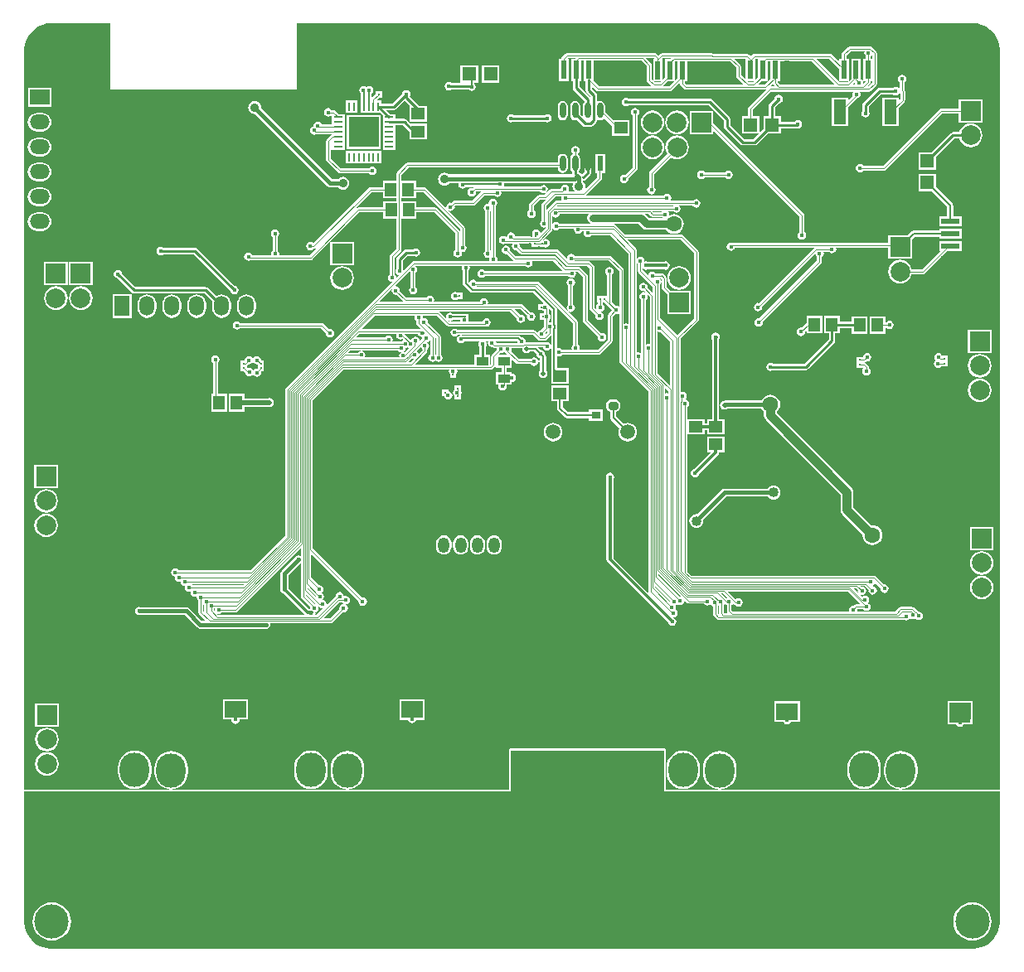
<source format=gbl>
G04*
G04 #@! TF.GenerationSoftware,Altium Limited,Altium Designer,18.0.7 (293)*
G04*
G04 Layer_Physical_Order=2*
G04 Layer_Color=16711680*
%FSLAX25Y25*%
%MOIN*%
G70*
G01*
G75*
%ADD10C,0.01000*%
%ADD11C,0.00394*%
%ADD13C,0.00787*%
%ADD15C,0.00500*%
%ADD83R,0.00984X0.00984*%
%ADD84R,0.04724X0.05512*%
%ADD86R,0.00984X0.00984*%
%ADD90R,0.04902X0.10000*%
%ADD91R,0.02362X0.07480*%
%ADD92R,0.03937X0.12205*%
%ADD94R,0.05512X0.04724*%
%ADD95R,0.05512X0.05512*%
%ADD112R,0.08500X0.06500*%
%ADD123C,0.01181*%
%ADD124C,0.00350*%
%ADD126C,0.03500*%
%ADD127C,0.00984*%
%ADD128C,0.01500*%
%ADD135C,0.01772*%
%ADD136C,0.00591*%
%ADD137C,0.01575*%
%ADD140C,0.01968*%
%ADD148C,0.07874*%
%ADD149R,0.07874X0.07874*%
%ADD150C,0.05906*%
%ADD151R,0.07874X0.07874*%
%ADD152R,0.07874X0.05906*%
%ADD153O,0.07874X0.05906*%
%ADD154R,0.05906X0.07874*%
%ADD155O,0.05906X0.07874*%
%ADD156O,0.03543X0.07087*%
%ADD157O,0.04528X0.06142*%
%ADD158R,0.04528X0.06142*%
%ADD159O,0.11811X0.13780*%
%ADD160C,0.01968*%
%ADD161C,0.01772*%
%ADD162C,0.01800*%
%ADD163C,0.03543*%
%ADD164C,0.06299*%
%ADD165C,0.04000*%
%ADD166C,0.01087*%
%ADD167C,0.13780*%
%ADD168R,0.01000X0.03543*%
G04:AMPARAMS|DCode=169|XSize=38.27mil|YSize=31.58mil|CornerRadius=7.89mil|HoleSize=0mil|Usage=FLASHONLY|Rotation=0.000|XOffset=0mil|YOffset=0mil|HoleType=Round|Shape=RoundedRectangle|*
%AMROUNDEDRECTD169*
21,1,0.03827,0.01579,0,0,0.0*
21,1,0.02248,0.03158,0,0,0.0*
1,1,0.01579,0.01124,-0.00789*
1,1,0.01579,-0.01124,-0.00789*
1,1,0.01579,-0.01124,0.00789*
1,1,0.01579,0.01124,0.00789*
%
%ADD169ROUNDEDRECTD169*%
%ADD170R,0.03827X0.03158*%
%ADD171R,0.05512X0.05512*%
%ADD172R,0.07480X0.02362*%
%ADD173R,0.12205X0.03937*%
%ADD174R,0.02362X0.06102*%
%ADD175O,0.02362X0.06102*%
%ADD176R,0.04724X0.03740*%
%ADD177R,0.03543X0.01000*%
%ADD178R,0.12205X0.12205*%
%ADD179C,0.02953*%
G36*
X481037Y412583D02*
X482467Y412395D01*
X483861Y412021D01*
X485194Y411469D01*
X486444Y410747D01*
X487589Y409869D01*
X488609Y408849D01*
X489488Y407704D01*
X490209Y406454D01*
X490761Y405121D01*
X491135Y403727D01*
X491323Y402296D01*
Y401575D01*
X491323Y104248D01*
X357201D01*
Y119980D01*
X357139Y120288D01*
X356965Y120548D01*
X356705Y120722D01*
X356398Y120783D01*
X294783D01*
X294476Y120722D01*
X294216Y120548D01*
X294042Y120288D01*
X293981Y119980D01*
Y118602D01*
X293981Y104248D01*
X99228D01*
Y401575D01*
Y401575D01*
D01*
X99228Y402296D01*
X99416Y403727D01*
X99790Y405121D01*
X100342Y406454D01*
X101064Y407704D01*
X101942Y408849D01*
X102962Y409869D01*
X104107Y410747D01*
X105357Y411469D01*
X106690Y412021D01*
X108084Y412395D01*
X109515Y412583D01*
X133858D01*
Y385827D01*
X135926D01*
X135965Y385801D01*
X136273Y385740D01*
X207185D01*
X207492Y385801D01*
X207531Y385827D01*
X208661D01*
Y412583D01*
X480315D01*
X481037Y412583D01*
D02*
G37*
G36*
X356398Y103445D02*
X491323D01*
X491323Y51181D01*
X491323Y51181D01*
X491323Y51181D01*
X491323Y50459D01*
X491135Y49029D01*
X490761Y47635D01*
X490209Y46302D01*
X489488Y45052D01*
X488609Y43907D01*
X487589Y42887D01*
X486444Y42008D01*
X485194Y41287D01*
X483861Y40735D01*
X482467Y40361D01*
X481037Y40173D01*
X109515D01*
X108084Y40361D01*
X106690Y40735D01*
X105357Y41287D01*
X104107Y42008D01*
X102962Y42887D01*
X101942Y43907D01*
X101064Y45052D01*
X100342Y46302D01*
X99790Y47635D01*
X99416Y49029D01*
X99228Y50460D01*
Y51181D01*
Y103445D01*
X294783D01*
X294783Y118602D01*
Y119980D01*
X356398D01*
Y103445D01*
D02*
G37*
%LPC*%
G36*
X439238Y403275D02*
X431012D01*
X430691Y403211D01*
X430628Y403199D01*
X430302Y402981D01*
X428129Y400808D01*
X427911Y400483D01*
X427835Y400098D01*
Y398228D01*
X426673D01*
Y397089D01*
X423938Y399824D01*
X423612Y400041D01*
X423228Y400118D01*
X392618D01*
X392234Y400041D01*
X391909Y399824D01*
X391289Y399205D01*
X390473Y400021D01*
X390148Y400238D01*
X389764Y400315D01*
X376204D01*
X376171Y400337D01*
X375787Y400413D01*
X355413D01*
X355093Y400349D01*
X355029Y400337D01*
X354704Y400119D01*
X354183Y399598D01*
X353466Y400316D01*
X353140Y400533D01*
X352756Y400610D01*
X317421D01*
X317037Y400533D01*
X316712Y400316D01*
X315432Y399036D01*
X315215Y398711D01*
X315138Y398327D01*
Y398228D01*
X314173D01*
Y389173D01*
X318110D01*
Y398228D01*
X317462D01*
X317837Y398603D01*
X320707D01*
X320353Y398249D01*
X320340Y398228D01*
X319094D01*
Y389173D01*
X319758D01*
Y386417D01*
X319841Y386001D01*
X319858Y385918D01*
X320141Y385495D01*
X324365Y381271D01*
Y380728D01*
X324250Y380651D01*
X323815Y380000D01*
X323662Y379232D01*
Y375492D01*
X323776Y374919D01*
X322676Y376019D01*
Y379232D01*
X322524Y380000D01*
X322089Y380651D01*
X321437Y381087D01*
X320669Y381239D01*
X319901Y381087D01*
X319250Y380651D01*
X318815Y380000D01*
X318662Y379232D01*
Y375492D01*
X318815Y374724D01*
X319250Y374073D01*
X319901Y373638D01*
X320669Y373485D01*
X321379Y373626D01*
X323782Y371223D01*
X324205Y370940D01*
X324705Y370841D01*
X326673D01*
X327090Y370924D01*
X327172Y370940D01*
X327596Y371223D01*
X328974Y372601D01*
X329257Y373024D01*
X329356Y373524D01*
Y374002D01*
X329901Y373638D01*
X330669Y373485D01*
X331437Y373638D01*
X332088Y374073D01*
X332269Y374343D01*
X335433Y371179D01*
Y367224D01*
X342520D01*
Y373524D01*
X335927D01*
X332676Y376774D01*
Y379232D01*
X332524Y380000D01*
X332088Y380651D01*
X331437Y381087D01*
X330669Y381239D01*
X329901Y381087D01*
X329356Y380722D01*
Y383563D01*
X329273Y383979D01*
X329257Y384062D01*
X328974Y384486D01*
X327486Y385973D01*
Y387237D01*
X329212Y385511D01*
X329537Y385293D01*
X329921Y385217D01*
X358858D01*
X359242Y385293D01*
X359568Y385511D01*
X362759Y388703D01*
Y388107D01*
X362836Y387723D01*
X363053Y387398D01*
X364251Y386200D01*
X364469Y386054D01*
X364577Y385982D01*
X364961Y385906D01*
X397244D01*
X397537Y385964D01*
X390432Y378859D01*
X390215Y378534D01*
X390138Y378150D01*
Y375197D01*
X387598D01*
Y368110D01*
X394415D01*
X392275Y365970D01*
X388532D01*
X382997Y371505D01*
Y374016D01*
X382898Y374515D01*
X382615Y374938D01*
X375824Y381730D01*
X375401Y382012D01*
X375318Y382029D01*
X374902Y382112D01*
X342201D01*
X341795Y382383D01*
X341142Y382513D01*
X340489Y382383D01*
X339935Y382013D01*
X339566Y381460D01*
X339436Y380807D01*
X339566Y380154D01*
X339935Y379601D01*
X340489Y379231D01*
X341142Y379101D01*
X341795Y379231D01*
X342201Y379503D01*
X374361D01*
X380388Y373475D01*
Y370965D01*
X380471Y370548D01*
X380488Y370465D01*
X380770Y370042D01*
X387070Y363743D01*
X387493Y363460D01*
X387576Y363444D01*
X387992Y363361D01*
X392815D01*
X393231Y363444D01*
X393314Y363460D01*
X393737Y363743D01*
X398105Y368110D01*
X403346D01*
Y370349D01*
X409373D01*
X409485Y370274D01*
X410138Y370144D01*
X410791Y370274D01*
X411344Y370644D01*
X411714Y371198D01*
X411844Y371850D01*
X411714Y372503D01*
X411344Y373057D01*
X410791Y373427D01*
X410138Y373556D01*
X409485Y373427D01*
X408931Y373057D01*
X408866Y372958D01*
X403346D01*
Y375197D01*
X401108D01*
Y378790D01*
X402634Y380317D01*
X403114Y380412D01*
X403667Y380782D01*
X404037Y381335D01*
X404167Y381988D01*
X404037Y382641D01*
X403667Y383194D01*
X403114Y383564D01*
X402461Y383694D01*
X401808Y383564D01*
X401254Y383194D01*
X400884Y382641D01*
X400789Y382162D01*
X398881Y380253D01*
X398598Y379830D01*
X398581Y379747D01*
X398499Y379331D01*
Y375197D01*
X396260D01*
Y369955D01*
X394685Y368380D01*
Y375197D01*
X392145D01*
Y377734D01*
X399431Y385020D01*
X432420D01*
X432184Y384666D01*
X432054Y384013D01*
X432184Y383360D01*
X432199Y383337D01*
X430390Y381527D01*
Y382658D01*
X423913D01*
Y371083D01*
X430390D01*
Y378689D01*
X434069Y382368D01*
X434413Y382437D01*
X434966Y382806D01*
X435336Y383360D01*
X435466Y384013D01*
X435336Y384666D01*
X435099Y385020D01*
X438681D01*
X439065Y385097D01*
X439391Y385314D01*
X441654Y387578D01*
X441872Y387903D01*
X441948Y388287D01*
Y400565D01*
X441872Y400949D01*
X441800Y401057D01*
X441654Y401275D01*
X439948Y402981D01*
X439622Y403199D01*
X439238Y403275D01*
D02*
G37*
G36*
X281594Y395571D02*
X274508D01*
Y388509D01*
X270941D01*
X270535Y388781D01*
X269882Y388911D01*
X269229Y388781D01*
X268676Y388411D01*
X268306Y387858D01*
X268176Y387205D01*
X268306Y386552D01*
X268676Y385998D01*
X269229Y385629D01*
X269882Y385499D01*
X270535Y385629D01*
X270941Y385900D01*
X277665D01*
X277731Y385802D01*
X278284Y385432D01*
X278937Y385302D01*
X279590Y385432D01*
X280143Y385802D01*
X280513Y386355D01*
X280643Y387008D01*
X280513Y387661D01*
X280143Y388214D01*
X280141Y388216D01*
Y388484D01*
X281594D01*
Y395571D01*
D02*
G37*
G36*
X290256D02*
X283169D01*
Y388484D01*
X290256D01*
Y395571D01*
D02*
G37*
G36*
X237848Y387336D02*
X237196Y387206D01*
X236713Y386883D01*
X236230Y387206D01*
X235577Y387336D01*
X234924Y387206D01*
X234370Y386836D01*
X234001Y386283D01*
X233871Y385630D01*
X234001Y384977D01*
X234370Y384424D01*
X234572Y384289D01*
Y381555D01*
X234343D01*
Y376437D01*
X242238D01*
X243268Y375408D01*
Y373417D01*
Y371449D01*
Y369480D01*
Y367512D01*
Y365543D01*
Y363575D01*
Y361606D01*
X248386D01*
Y363575D01*
Y365543D01*
Y367512D01*
Y369480D01*
Y371432D01*
X251527D01*
X253937Y369021D01*
Y365846D01*
X261024D01*
Y372146D01*
X254502D01*
X252989Y373659D01*
X252566Y373941D01*
X252483Y373958D01*
X252067Y374041D01*
X248386D01*
Y375992D01*
X246396D01*
X244704Y377683D01*
X247795D01*
X248298Y377783D01*
X248723Y378068D01*
X252116Y381461D01*
X254345Y379232D01*
X253937D01*
Y372933D01*
X261024D01*
Y379232D01*
X258057D01*
X254193Y383096D01*
X254332Y383304D01*
X254462Y383957D01*
X254332Y384610D01*
X253962Y385163D01*
X253409Y385533D01*
X252756Y385663D01*
X252103Y385533D01*
X251550Y385163D01*
X251180Y384610D01*
X251087Y384144D01*
X247252Y380309D01*
X242823D01*
Y381555D01*
X240848D01*
X241872Y382579D01*
X243012D01*
Y385138D01*
X240453D01*
Y383998D01*
X238857Y382402D01*
X238656Y382101D01*
Y384157D01*
X239055Y384424D01*
X239425Y384977D01*
X239554Y385630D01*
X239425Y386283D01*
X239055Y386836D01*
X238501Y387206D01*
X237848Y387336D01*
D02*
G37*
G36*
X452067Y391765D02*
X451414Y391635D01*
X450861Y391265D01*
X450491Y390712D01*
X450361Y390059D01*
X450491Y389406D01*
X450861Y388853D01*
X451063Y388717D01*
Y385498D01*
X450986Y385889D01*
X450616Y386442D01*
X450062Y386812D01*
X449409Y386942D01*
X448757Y386812D01*
X448350Y386541D01*
X443012D01*
X442513Y386441D01*
X442089Y386159D01*
X436381Y380450D01*
X436098Y380027D01*
X436081Y379944D01*
X435999Y379528D01*
Y377339D01*
X435727Y376932D01*
X435597Y376279D01*
X435727Y375627D01*
X436097Y375073D01*
X436650Y374703D01*
X437303Y374573D01*
X437956Y374703D01*
X438510Y375073D01*
X438879Y375627D01*
X439009Y376279D01*
X438879Y376932D01*
X438608Y377339D01*
Y378987D01*
X443552Y383932D01*
X448350D01*
X448757Y383660D01*
X449409Y383530D01*
X450062Y383660D01*
X450616Y384030D01*
X450986Y384583D01*
X451109Y385204D01*
X451140Y385049D01*
X451260Y384869D01*
Y382095D01*
X450693Y381527D01*
Y382658D01*
X444216D01*
Y371083D01*
X450693D01*
Y378689D01*
X452973Y380970D01*
X453191Y381295D01*
X453204Y381359D01*
X453267Y381679D01*
Y385236D01*
X453191Y385620D01*
X453070Y385801D01*
Y388717D01*
X453273Y388853D01*
X453643Y389406D01*
X453773Y390059D01*
X453643Y390712D01*
X453273Y391265D01*
X452720Y391635D01*
X452067Y391765D01*
D02*
G37*
G36*
X110039Y386437D02*
X100591D01*
Y378957D01*
X110039D01*
Y386437D01*
D02*
G37*
G36*
X232980Y381555D02*
X228437D01*
Y376437D01*
X232980D01*
Y381555D01*
D02*
G37*
G36*
X309449Y376017D02*
X308796Y375887D01*
X308390Y375616D01*
X295941D01*
X295535Y375887D01*
X294882Y376017D01*
X294229Y375887D01*
X293676Y375517D01*
X293306Y374964D01*
X293176Y374311D01*
X293306Y373658D01*
X293676Y373105D01*
X294229Y372735D01*
X294882Y372605D01*
X295535Y372735D01*
X295941Y373006D01*
X308390D01*
X308796Y372735D01*
X309449Y372605D01*
X310102Y372735D01*
X310655Y373105D01*
X311025Y373658D01*
X311155Y374311D01*
X311025Y374964D01*
X310655Y375517D01*
X310102Y375887D01*
X309449Y376017D01*
D02*
G37*
G36*
X315669Y381239D02*
X314901Y381087D01*
X314250Y380651D01*
X313815Y380000D01*
X313662Y379232D01*
Y375492D01*
X313815Y374724D01*
X314250Y374073D01*
X314901Y373638D01*
X315669Y373485D01*
X316437Y373638D01*
X317089Y374073D01*
X317524Y374724D01*
X317676Y375492D01*
Y379232D01*
X317524Y380000D01*
X317089Y380651D01*
X316437Y381087D01*
X315669Y381239D01*
D02*
G37*
G36*
X484350Y381988D02*
X474902D01*
Y378267D01*
X467815D01*
X467431Y378191D01*
X467105Y377973D01*
X444368Y355236D01*
X436480D01*
X436344Y355439D01*
X435791Y355808D01*
X435138Y355938D01*
X434485Y355808D01*
X433931Y355439D01*
X433562Y354885D01*
X433432Y354232D01*
X433562Y353579D01*
X433931Y353026D01*
X434485Y352656D01*
X435138Y352526D01*
X435791Y352656D01*
X436344Y353026D01*
X436480Y353229D01*
X444783D01*
X445167Y353305D01*
X445493Y353523D01*
X468231Y376260D01*
X474902D01*
Y372539D01*
X484350D01*
Y381988D01*
D02*
G37*
G36*
X221358Y378379D02*
X220705Y378249D01*
X220152Y377880D01*
X219782Y377326D01*
X219652Y376673D01*
X219782Y376020D01*
X220152Y375467D01*
X220705Y375097D01*
X221358Y374967D01*
X222011Y375097D01*
X222565Y375467D01*
X222700Y375670D01*
X222874D01*
Y373417D01*
Y371771D01*
X218744D01*
X218713Y371931D01*
X218343Y372484D01*
X217789Y372854D01*
X217137Y372984D01*
X216484Y372854D01*
X215930Y372484D01*
X215560Y371931D01*
X215431Y371278D01*
X215474Y371061D01*
X214997Y370966D01*
X214443Y370596D01*
X214073Y370043D01*
X213944Y369390D01*
X214073Y368737D01*
X214443Y368183D01*
X214997Y367814D01*
X215650Y367684D01*
X216226Y367798D01*
X216240Y367796D01*
X222874D01*
Y367783D01*
X222746Y367758D01*
X222638Y367686D01*
X222420Y367540D01*
X220846Y365966D01*
X220628Y365640D01*
X220552Y365256D01*
Y357677D01*
X220628Y357293D01*
X220846Y356968D01*
X225275Y352538D01*
X225600Y352321D01*
X225984Y352244D01*
X237766D01*
X237967Y351943D01*
X238520Y351573D01*
X239173Y351444D01*
X239826Y351573D01*
X240380Y351943D01*
X240749Y352497D01*
X240879Y353150D01*
X240749Y353802D01*
X240380Y354356D01*
X239826Y354726D01*
X239173Y354856D01*
X238520Y354726D01*
X237967Y354356D01*
X237897Y354252D01*
X226400D01*
X222559Y358093D01*
Y364840D01*
X222874Y365156D01*
Y363575D01*
Y361606D01*
X227992D01*
Y363575D01*
Y365543D01*
Y367512D01*
Y369480D01*
Y371449D01*
Y373417D01*
Y375992D01*
X225565D01*
X224174Y377383D01*
X223849Y377600D01*
X223465Y377677D01*
X222700D01*
X222565Y377880D01*
X222011Y378249D01*
X221358Y378379D01*
D02*
G37*
G36*
X106299Y376469D02*
X104331D01*
X103354Y376341D01*
X102445Y375964D01*
X101663Y375364D01*
X101064Y374583D01*
X100687Y373673D01*
X100558Y372697D01*
X100687Y371721D01*
X101064Y370811D01*
X101663Y370029D01*
X102445Y369430D01*
X103354Y369053D01*
X104331Y368924D01*
X106299D01*
X107276Y369053D01*
X108185Y369430D01*
X108967Y370029D01*
X109566Y370811D01*
X109943Y371721D01*
X110072Y372697D01*
X109943Y373673D01*
X109566Y374583D01*
X108967Y375364D01*
X108185Y375964D01*
X107276Y376341D01*
X106299Y376469D01*
D02*
G37*
G36*
X361575Y377383D02*
X360342Y377221D01*
X359192Y376745D01*
X358205Y375988D01*
X357448Y375001D01*
X356972Y373851D01*
X356810Y372618D01*
X356972Y371385D01*
X357448Y370235D01*
X358205Y369249D01*
X359192Y368491D01*
X360342Y368015D01*
X361575Y367853D01*
X362808Y368015D01*
X363957Y368491D01*
X364944Y369249D01*
X365702Y370235D01*
X366178Y371385D01*
X366340Y372618D01*
X366178Y373851D01*
X365702Y375001D01*
X364944Y375988D01*
X363957Y376745D01*
X362808Y377221D01*
X361575Y377383D01*
D02*
G37*
G36*
X351732D02*
X350499Y377221D01*
X349350Y376745D01*
X348363Y375988D01*
X347605Y375001D01*
X347130Y373851D01*
X346967Y372618D01*
X347130Y371385D01*
X347605Y370235D01*
X348363Y369249D01*
X349350Y368491D01*
X350499Y368015D01*
X351732Y367853D01*
X352966Y368015D01*
X354115Y368491D01*
X355102Y369249D01*
X355859Y370235D01*
X356335Y371385D01*
X356497Y372618D01*
X356335Y373851D01*
X355859Y375001D01*
X355102Y375988D01*
X354115Y376745D01*
X352966Y377221D01*
X351732Y377383D01*
D02*
G37*
G36*
X479626Y372186D02*
X478393Y372024D01*
X477243Y371548D01*
X476257Y370791D01*
X475499Y369804D01*
X475053Y368726D01*
X472539D01*
X472123Y368643D01*
X472040Y368626D01*
X471617Y368344D01*
X463903Y360630D01*
X458661D01*
Y353543D01*
X465748D01*
Y358785D01*
X473080Y366117D01*
X475053D01*
X475499Y365039D01*
X476257Y364052D01*
X477243Y363295D01*
X478393Y362818D01*
X479626Y362656D01*
X480859Y362818D01*
X482009Y363295D01*
X482996Y364052D01*
X483753Y365039D01*
X484229Y366188D01*
X484391Y367421D01*
X484229Y368655D01*
X483753Y369804D01*
X482996Y370791D01*
X482009Y371548D01*
X480859Y372024D01*
X479626Y372186D01*
D02*
G37*
G36*
X242520Y375689D02*
X228740D01*
Y361910D01*
X242520D01*
Y375689D01*
D02*
G37*
G36*
X106299Y366469D02*
X104331D01*
X103354Y366341D01*
X102445Y365964D01*
X101663Y365364D01*
X101064Y364583D01*
X100687Y363673D01*
X100558Y362697D01*
X100687Y361720D01*
X101064Y360811D01*
X101663Y360029D01*
X102445Y359430D01*
X103354Y359053D01*
X104331Y358924D01*
X106299D01*
X107276Y359053D01*
X108185Y359430D01*
X108967Y360029D01*
X109566Y360811D01*
X109943Y361720D01*
X110072Y362697D01*
X109943Y363673D01*
X109566Y364583D01*
X108967Y365364D01*
X108185Y365964D01*
X107276Y366341D01*
X106299Y366469D01*
D02*
G37*
G36*
X351732Y367383D02*
X350499Y367221D01*
X349350Y366745D01*
X348363Y365988D01*
X347605Y365001D01*
X347130Y363851D01*
X346967Y362618D01*
X347130Y361385D01*
X347605Y360236D01*
X348363Y359249D01*
X349350Y358491D01*
X350499Y358015D01*
X351732Y357853D01*
X352966Y358015D01*
X354115Y358491D01*
X355102Y359249D01*
X355859Y360236D01*
X356335Y361385D01*
X356497Y362618D01*
X356335Y363851D01*
X355859Y365001D01*
X355102Y365988D01*
X354115Y366745D01*
X352966Y367221D01*
X351732Y367383D01*
D02*
G37*
G36*
X361614Y367364D02*
X360381Y367201D01*
X359232Y366725D01*
X358245Y365968D01*
X357487Y364981D01*
X357011Y363832D01*
X356849Y362598D01*
X357011Y361365D01*
X357487Y360216D01*
X357628Y360032D01*
X350570Y352973D01*
X350352Y352648D01*
X350276Y352264D01*
Y346716D01*
X350073Y346580D01*
X349703Y346027D01*
X349573Y345374D01*
X349703Y344721D01*
X350073Y344168D01*
X350627Y343798D01*
X351279Y343668D01*
X351932Y343798D01*
X352486Y344168D01*
X352856Y344721D01*
X352986Y345374D01*
X352856Y346027D01*
X352486Y346580D01*
X352283Y346716D01*
Y351848D01*
X359048Y358613D01*
X359232Y358472D01*
X360381Y357996D01*
X361614Y357833D01*
X362847Y357996D01*
X363997Y358472D01*
X364984Y359229D01*
X365741Y360216D01*
X366217Y361365D01*
X366379Y362598D01*
X366217Y363832D01*
X365741Y364981D01*
X364984Y365968D01*
X363997Y366725D01*
X362847Y367201D01*
X361614Y367364D01*
D02*
G37*
G36*
X242823Y361161D02*
X228437D01*
Y356043D01*
X242823D01*
Y361161D01*
D02*
G37*
G36*
X382283Y353281D02*
X381631Y353151D01*
X381077Y352781D01*
X380942Y352578D01*
X372798D01*
X372663Y352781D01*
X372110Y353151D01*
X371457Y353281D01*
X370804Y353151D01*
X370250Y352781D01*
X369881Y352228D01*
X369751Y351575D01*
X369881Y350922D01*
X370250Y350368D01*
X370804Y349999D01*
X371457Y349869D01*
X372110Y349999D01*
X372663Y350368D01*
X372798Y350571D01*
X380942D01*
X381077Y350368D01*
X381631Y349999D01*
X382283Y349869D01*
X382936Y349999D01*
X383490Y350368D01*
X383860Y350922D01*
X383990Y351575D01*
X383860Y352228D01*
X383490Y352781D01*
X382936Y353151D01*
X382283Y353281D01*
D02*
G37*
G36*
X320768Y363123D02*
X320115Y362994D01*
X319561Y362624D01*
X319192Y362070D01*
X319062Y361417D01*
X319192Y360765D01*
X319561Y360211D01*
X319764Y360075D01*
Y359735D01*
X319250Y359392D01*
X318815Y358740D01*
X318662Y357972D01*
Y354232D01*
X318815Y353464D01*
X319250Y352813D01*
X319365Y352736D01*
Y351969D01*
X319415Y351714D01*
X269824D01*
X269401Y352039D01*
X268778Y352296D01*
X268110Y352384D01*
X267442Y352296D01*
X266820Y352039D01*
X266285Y351628D01*
X265875Y351094D01*
X265617Y350471D01*
X265529Y349803D01*
X265617Y349135D01*
X265875Y348513D01*
X266285Y347978D01*
X266820Y347568D01*
X267442Y347310D01*
X268110Y347222D01*
X268778Y347310D01*
X269401Y347568D01*
X269935Y347978D01*
X270184Y348302D01*
X273825D01*
X273818Y348291D01*
X273688Y347638D01*
X273818Y346985D01*
X274187Y346431D01*
X274741Y346062D01*
X275394Y345932D01*
X276047Y346062D01*
X276600Y346431D01*
X276734Y346632D01*
X279760D01*
X279275Y346147D01*
X279035Y346194D01*
X278383Y346064D01*
X277829Y345694D01*
X277459Y345141D01*
X277329Y344488D01*
X277459Y343835D01*
X277829Y343282D01*
X278383Y342912D01*
X279035Y342782D01*
X279688Y342912D01*
X280242Y343282D01*
X280612Y343835D01*
X280741Y344488D01*
X280694Y344727D01*
X280935Y344969D01*
X282920D01*
X279210Y341259D01*
X272146D01*
X271762Y341183D01*
X271436Y340966D01*
X270810Y340339D01*
X270571Y340387D01*
X269918Y340257D01*
X269365Y339887D01*
X268995Y339334D01*
X268865Y338681D01*
X268995Y338028D01*
X269180Y337751D01*
X260651Y346281D01*
X260325Y346498D01*
X259941Y346574D01*
X256693D01*
Y349114D01*
X250784D01*
Y351562D01*
X253655Y354432D01*
X313662D01*
Y354232D01*
X313815Y353464D01*
X314250Y352813D01*
X314901Y352378D01*
X315669Y352225D01*
X316437Y352378D01*
X317089Y352813D01*
X317524Y353464D01*
X317676Y354232D01*
Y357972D01*
X317524Y358740D01*
X317089Y359392D01*
X316437Y359827D01*
X315669Y359980D01*
X314901Y359827D01*
X314250Y359392D01*
X313815Y358740D01*
X313662Y357972D01*
Y356395D01*
X253248D01*
X252872Y356320D01*
X252554Y356107D01*
X249109Y352662D01*
X248897Y352344D01*
X248822Y351969D01*
Y349114D01*
X243307D01*
Y346574D01*
X238287D01*
X237903Y346498D01*
X237578Y346281D01*
X215355Y324058D01*
X214826Y324411D01*
X214173Y324541D01*
X213520Y324411D01*
X212967Y324041D01*
X212597Y323487D01*
X212467Y322835D01*
X212597Y322182D01*
X212967Y321628D01*
X213520Y321258D01*
X214173Y321129D01*
X214826Y321258D01*
X215380Y321628D01*
X215515Y321831D01*
X215551D01*
X215935Y321907D01*
X216261Y322125D01*
X238703Y344567D01*
X243307D01*
Y342028D01*
X248822D01*
Y340945D01*
X243504D01*
Y338405D01*
X233465D01*
X233081Y338329D01*
X232973Y338257D01*
X232755Y338111D01*
X213848Y319204D01*
X201591D01*
X201706Y319783D01*
X201576Y320436D01*
X201206Y320990D01*
X201004Y321125D01*
Y326611D01*
X201206Y326746D01*
X201576Y327300D01*
X201706Y327953D01*
X201576Y328606D01*
X201206Y329159D01*
X200653Y329529D01*
X200000Y329659D01*
X199347Y329529D01*
X198794Y329159D01*
X198424Y328606D01*
X198294Y327953D01*
X198424Y327300D01*
X198794Y326746D01*
X198996Y326611D01*
Y321125D01*
X198794Y320990D01*
X198424Y320436D01*
X198294Y319783D01*
X198409Y319204D01*
X190858D01*
X190848Y319255D01*
X190478Y319809D01*
X189925Y320179D01*
X189272Y320308D01*
X188619Y320179D01*
X188065Y319809D01*
X187696Y319255D01*
X187566Y318602D01*
X187696Y317950D01*
X188065Y317396D01*
X188619Y317026D01*
X189272Y316896D01*
X189925Y317026D01*
X190181Y317197D01*
X214264D01*
X214648Y317274D01*
X214973Y317491D01*
X233880Y336398D01*
X243504D01*
Y333858D01*
X248822D01*
Y321765D01*
X246452Y319395D01*
X246239Y319076D01*
X246164Y318701D01*
Y311494D01*
X245939Y311344D01*
X245569Y310791D01*
X245440Y310138D01*
X245569Y309485D01*
X245939Y308931D01*
X246493Y308562D01*
X246946Y308471D01*
X204326Y265851D01*
X204113Y265533D01*
X204038Y265158D01*
Y206417D01*
X190138Y192517D01*
X161265D01*
X161049Y192840D01*
X160495Y193210D01*
X159843Y193340D01*
X159190Y193210D01*
X158636Y192840D01*
X158266Y192287D01*
X158136Y191634D01*
X158266Y190981D01*
X158636Y190427D01*
X159190Y190058D01*
X159785Y189939D01*
X159711Y189567D01*
X159841Y188914D01*
X160211Y188361D01*
X160765Y187991D01*
X161417Y187861D01*
X162070Y187991D01*
X162119Y188023D01*
X162074Y187795D01*
X162203Y187142D01*
X162573Y186589D01*
X163127Y186219D01*
X163779Y186089D01*
X163861Y186106D01*
X163747Y185531D01*
X163877Y184879D01*
X164246Y184325D01*
X164800Y183955D01*
X165453Y183826D01*
X166106Y183955D01*
X166200Y184018D01*
X166109Y183563D01*
X166239Y182910D01*
X166609Y182357D01*
X167162Y181987D01*
X167815Y181857D01*
X168468Y181987D01*
X168584Y182065D01*
X168471Y181496D01*
X168601Y180843D01*
X168971Y180290D01*
X169196Y180139D01*
Y175591D01*
X169271Y175215D01*
X169483Y174897D01*
X172204Y172177D01*
X170547D01*
X165505Y177218D01*
X164985Y177566D01*
X164883Y177586D01*
X164370Y177688D01*
X164370Y177688D01*
X145879D01*
X145374Y177789D01*
X144721Y177659D01*
X144168Y177289D01*
X143798Y176735D01*
X143668Y176083D01*
X143798Y175430D01*
X144168Y174876D01*
X144721Y174506D01*
X145374Y174377D01*
X145879Y174477D01*
X163705D01*
X168746Y169436D01*
X168746Y169436D01*
X169267Y169087D01*
X169369Y169067D01*
X169882Y168965D01*
X169882Y168965D01*
X195854D01*
X196358Y168865D01*
X197011Y168995D01*
X197565Y169365D01*
X197934Y169918D01*
X198064Y170571D01*
X197946Y171164D01*
X222539D01*
X222915Y171239D01*
X223233Y171451D01*
X227294Y175512D01*
X227559Y175459D01*
X228212Y175589D01*
X228765Y175959D01*
X229135Y176513D01*
X229265Y177165D01*
X229135Y177818D01*
X228765Y178372D01*
X228212Y178742D01*
X227559Y178871D01*
X226906Y178742D01*
X226353Y178372D01*
X225983Y177818D01*
X225853Y177165D01*
X225906Y176900D01*
X222133Y173127D01*
X219396D01*
X225702Y179432D01*
X227088D01*
X227239Y179207D01*
X227792Y178837D01*
X228445Y178707D01*
X229098Y178837D01*
X229651Y179207D01*
X230021Y179761D01*
X230151Y180413D01*
X230021Y181066D01*
X229651Y181620D01*
X229098Y181990D01*
X228445Y182119D01*
X227792Y181990D01*
X227686Y181919D01*
X227701Y181997D01*
X227571Y182650D01*
X227202Y183203D01*
X226648Y183573D01*
X225995Y183703D01*
X225342Y183573D01*
X224789Y183203D01*
X224419Y182650D01*
X224347Y182287D01*
X220665Y178605D01*
X220713Y178847D01*
X220583Y179500D01*
X220213Y180054D01*
X219660Y180423D01*
X219007Y180553D01*
X218677Y180488D01*
X219130Y180791D01*
X219500Y181344D01*
X219630Y181997D01*
X219500Y182650D01*
X219130Y183203D01*
X218826Y183407D01*
X219021Y183538D01*
X219391Y184091D01*
X219521Y184744D01*
X219391Y185397D01*
X219021Y185950D01*
X218468Y186320D01*
X217815Y186450D01*
X217630Y186413D01*
X214424Y189619D01*
Y199247D01*
X233583Y180088D01*
X233530Y179823D01*
X233660Y179170D01*
X234030Y178616D01*
X234583Y178247D01*
X235236Y178117D01*
X235889Y178247D01*
X236442Y178616D01*
X236812Y179170D01*
X236942Y179823D01*
X236812Y180476D01*
X236442Y181029D01*
X235889Y181399D01*
X235236Y181529D01*
X234971Y181476D01*
X215125Y201322D01*
Y260759D01*
X227583Y273217D01*
X269964D01*
X269849Y272638D01*
X269979Y271985D01*
X270276Y271541D01*
Y269882D01*
X272835D01*
Y271541D01*
X273131Y271985D01*
X273261Y272638D01*
X273146Y273217D01*
X280591D01*
X280688Y273198D01*
X286876D01*
X287252Y273273D01*
X287570Y273485D01*
X288588Y274503D01*
X288779Y274790D01*
Y273917D01*
X290926D01*
Y272342D01*
X288779D01*
Y267028D01*
X289848D01*
X289731Y266437D01*
X289861Y265784D01*
X290231Y265231D01*
X290784Y264861D01*
X291437Y264731D01*
X292090Y264861D01*
X292643Y265231D01*
X293013Y265784D01*
X293143Y266437D01*
X293025Y267028D01*
X295079D01*
Y268192D01*
X295093Y268189D01*
X295746Y268319D01*
X296300Y268689D01*
X296669Y269242D01*
X296799Y269895D01*
X296669Y270548D01*
X296300Y271101D01*
X295746Y271471D01*
X295093Y271601D01*
X295079Y271598D01*
Y272342D01*
X292933D01*
Y273917D01*
X295079D01*
Y277549D01*
X296944Y275684D01*
X297262Y275471D01*
X297638Y275397D01*
X302876D01*
X303026Y275172D01*
X303579Y274802D01*
X304232Y274672D01*
X304885Y274802D01*
X305439Y275172D01*
X305808Y275725D01*
X305938Y276378D01*
X305808Y277031D01*
X305439Y277584D01*
X304885Y277954D01*
X304232Y278084D01*
X303579Y277954D01*
X303026Y277584D01*
X302876Y277359D01*
X298044D01*
X294852Y280551D01*
X294982Y280745D01*
X295111Y281398D01*
X294999Y281961D01*
X299448D01*
X299375Y281594D01*
X299512Y280903D01*
X299904Y280317D01*
X300490Y279926D01*
X301181Y279788D01*
X301872Y279926D01*
X302458Y280317D01*
X302507Y280390D01*
X304127D01*
X305086Y279432D01*
X305085Y279429D01*
X305215Y278776D01*
X305585Y278223D01*
X306138Y277853D01*
X306571Y277767D01*
Y272881D01*
X306498Y272832D01*
X306107Y272246D01*
X305969Y271555D01*
X306107Y270864D01*
X306498Y270278D01*
X307084Y269886D01*
X307776Y269749D01*
X308467Y269886D01*
X309053Y270278D01*
X309444Y270864D01*
X309582Y271555D01*
X309444Y272246D01*
X309053Y272832D01*
X308980Y272881D01*
Y278445D01*
X308888Y278906D01*
X308784Y279062D01*
X308627Y279296D01*
X308627Y279296D01*
X308497Y279427D01*
X308497Y279429D01*
X308367Y280082D01*
X307998Y280635D01*
X307444Y281005D01*
X306791Y281135D01*
X306789Y281135D01*
X305651Y282272D01*
X307705D01*
X307774Y281926D01*
X308144Y281372D01*
X308698Y281003D01*
X309350Y280873D01*
X310003Y281003D01*
X310557Y281372D01*
X310927Y281926D01*
X310993Y282258D01*
Y273039D01*
X310993Y273039D01*
X311024Y272883D01*
Y267520D01*
X318110D01*
Y273819D01*
X313401D01*
Y278526D01*
X313976Y278412D01*
X314629Y278542D01*
X315183Y278912D01*
X315318Y279115D01*
X330020D01*
X330404Y279191D01*
X330729Y279409D01*
X335355Y284034D01*
X335501Y284252D01*
X335573Y284360D01*
X335649Y284744D01*
Y294466D01*
X336719Y295536D01*
X337205Y295440D01*
X337858Y295569D01*
X338290Y295859D01*
Y276673D01*
X338365Y276298D01*
X338578Y275979D01*
X350003Y264554D01*
Y184013D01*
X350078Y183638D01*
X350290Y183319D01*
X358436Y175173D01*
X358492Y174892D01*
X336051Y197334D01*
Y229111D01*
X336222Y229367D01*
X336352Y230020D01*
X336222Y230673D01*
X335852Y231226D01*
X335298Y231596D01*
X334646Y231726D01*
X333993Y231596D01*
X333439Y231226D01*
X333069Y230673D01*
X332940Y230020D01*
X333069Y229367D01*
X333241Y229111D01*
Y196752D01*
X333348Y196214D01*
X333652Y195758D01*
X358009Y171401D01*
X358069Y171099D01*
X358439Y170546D01*
X358993Y170176D01*
X359646Y170046D01*
X360298Y170176D01*
X360852Y170546D01*
X361222Y171099D01*
X361352Y171752D01*
X361222Y172405D01*
X360852Y172958D01*
X360298Y173328D01*
X359996Y173388D01*
X359833Y173551D01*
X360138Y173491D01*
X360791Y173621D01*
X361344Y173990D01*
X361714Y174544D01*
X361844Y175197D01*
X361714Y175850D01*
X361344Y176403D01*
X360914Y176691D01*
X361123Y177005D01*
X361253Y177657D01*
X361123Y178310D01*
X361067Y178395D01*
X361559Y178724D01*
X361686Y178914D01*
X361687Y178912D01*
X362241Y178542D01*
X362894Y178412D01*
X363547Y178542D01*
X364100Y178912D01*
X364470Y179465D01*
X364600Y180118D01*
X364512Y180556D01*
X365743Y179326D01*
X366061Y179113D01*
X366437Y179038D01*
X372462D01*
X372613Y178813D01*
X373166Y178444D01*
X373819Y178314D01*
X374472Y178444D01*
X375025Y178813D01*
X375090Y178910D01*
X375097Y178875D01*
X375467Y178321D01*
X375987Y177974D01*
Y174803D01*
X376062Y174428D01*
X376275Y174109D01*
X377456Y172928D01*
X377774Y172715D01*
X378150Y172641D01*
X452688D01*
X452989Y172440D01*
X453642Y172310D01*
X454295Y172440D01*
X454848Y172809D01*
X455151Y173263D01*
X455191Y173203D01*
X455745Y172833D01*
X456398Y172703D01*
X457051Y172833D01*
X457501Y173134D01*
X457652Y172908D01*
X458205Y172538D01*
X458858Y172408D01*
X459511Y172538D01*
X460065Y172908D01*
X460434Y173461D01*
X460564Y174114D01*
X460434Y174767D01*
X460065Y175320D01*
X459511Y175690D01*
X458858Y175820D01*
X458628Y175774D01*
X457738Y176664D01*
X457611Y176749D01*
X456895Y177465D01*
X456576Y177678D01*
X456201Y177753D01*
X451476D01*
X451101Y177678D01*
X450782Y177465D01*
X449321Y176004D01*
X434046D01*
X434057Y176020D01*
X434186Y176673D01*
X434166Y176775D01*
X436340D01*
X436490Y176550D01*
X437044Y176180D01*
X437697Y176050D01*
X438350Y176180D01*
X438903Y176550D01*
X439273Y177103D01*
X439403Y177756D01*
X439273Y178409D01*
X438903Y178962D01*
X438350Y179332D01*
X438238Y179354D01*
X438313Y179404D01*
X438682Y179957D01*
X438812Y180610D01*
X438682Y181263D01*
X438313Y181817D01*
X437759Y182186D01*
X437106Y182316D01*
X436453Y182186D01*
X435969Y181862D01*
X435216Y182615D01*
X435272Y182577D01*
X435925Y182448D01*
X436578Y182577D01*
X437132Y182947D01*
X437501Y183501D01*
X437631Y184153D01*
X437501Y184806D01*
X437132Y185360D01*
X436578Y185730D01*
X435925Y185860D01*
X435660Y185807D01*
X435428Y186038D01*
X437181D01*
X438603Y184616D01*
X438550Y184350D01*
X438680Y183697D01*
X439050Y183144D01*
X439603Y182774D01*
X440256Y182644D01*
X440909Y182774D01*
X441462Y183144D01*
X441832Y183697D01*
X441962Y184350D01*
X441832Y185003D01*
X441462Y185557D01*
X440909Y185926D01*
X440256Y186056D01*
X439990Y186004D01*
X439816Y186178D01*
X440023Y186219D01*
X440576Y186589D01*
X440946Y187142D01*
X441036Y187596D01*
X443327Y185305D01*
X443274Y185039D01*
X443404Y184387D01*
X443774Y183833D01*
X444327Y183463D01*
X444980Y183333D01*
X445633Y183463D01*
X446187Y183833D01*
X446557Y184387D01*
X446686Y185039D01*
X446557Y185692D01*
X446187Y186246D01*
X445633Y186616D01*
X444980Y186745D01*
X444715Y186693D01*
X441343Y190064D01*
X441025Y190277D01*
X440650Y190351D01*
X367398D01*
X365745Y192004D01*
Y247047D01*
X372736D01*
Y248792D01*
X373622D01*
Y247047D01*
X380709D01*
Y253346D01*
X378570D01*
Y285557D01*
X378643Y285666D01*
X378773Y286319D01*
X378643Y286972D01*
X378273Y287525D01*
X377720Y287895D01*
X377067Y288025D01*
X376414Y287895D01*
X375861Y287525D01*
X375491Y286972D01*
X375361Y286319D01*
X375491Y285666D01*
X375760Y285263D01*
Y253346D01*
X373622D01*
Y251602D01*
X372736D01*
Y253346D01*
X365745D01*
Y258092D01*
X365970Y258243D01*
X366340Y258796D01*
X366470Y259449D01*
X366340Y260102D01*
X365970Y260655D01*
X365417Y261025D01*
X364764Y261155D01*
X364715Y261145D01*
X365084Y261392D01*
X365454Y261946D01*
X365584Y262598D01*
X365454Y263251D01*
X365084Y263805D01*
X364531Y264175D01*
X363878Y264304D01*
X363225Y264175D01*
X363121Y264105D01*
Y285781D01*
X369985Y292645D01*
X370198Y292963D01*
X370273Y293339D01*
Y320571D01*
X370198Y320946D01*
X369985Y321265D01*
X364080Y327170D01*
X363761Y327383D01*
X363386Y327458D01*
X340962D01*
X340927Y327481D01*
X340698Y327527D01*
X336625Y331599D01*
X336307Y331812D01*
X336139Y331845D01*
X346091D01*
X347777Y330159D01*
X348526Y329659D01*
X349409Y329483D01*
X357143D01*
X357527Y328983D01*
X358349Y328352D01*
X359307Y327956D01*
X360335Y327820D01*
X361362Y327956D01*
X362320Y328352D01*
X363142Y328983D01*
X363774Y329806D01*
X364170Y330764D01*
X364306Y331791D01*
X364170Y332819D01*
X363774Y333777D01*
X363142Y334599D01*
X362320Y335230D01*
X361362Y335627D01*
X360335Y335762D01*
X359307Y335627D01*
X358424Y335261D01*
X358497Y335630D01*
X358367Y336283D01*
X357998Y336836D01*
X357745Y337005D01*
X359995D01*
X360130Y336802D01*
X360684Y336433D01*
X361336Y336303D01*
X361989Y336433D01*
X362543Y336802D01*
X362913Y337356D01*
X363042Y338009D01*
X362913Y338662D01*
X362584Y339154D01*
X367884D01*
X368085Y338853D01*
X368638Y338483D01*
X369291Y338353D01*
X369944Y338483D01*
X370498Y338853D01*
X370867Y339406D01*
X370997Y340059D01*
X370867Y340712D01*
X370498Y341265D01*
X369944Y341635D01*
X369291Y341765D01*
X368638Y341635D01*
X368085Y341265D01*
X368015Y341161D01*
X358881D01*
X359155Y341571D01*
X359285Y342224D01*
X359155Y342877D01*
X358785Y343431D01*
X358232Y343801D01*
X357579Y343930D01*
X356926Y343801D01*
X356372Y343431D01*
X356237Y343228D01*
X324864D01*
X331123Y349487D01*
X331341Y349813D01*
X331417Y350197D01*
Y352264D01*
X332638D01*
Y359941D01*
X328701D01*
Y352264D01*
X329410D01*
Y350612D01*
X324398Y345601D01*
X324639Y346182D01*
X324727Y346850D01*
X324639Y347518D01*
X324381Y348141D01*
X323971Y348675D01*
X323852Y348767D01*
Y349201D01*
X323917Y349188D01*
X324417Y349287D01*
X324840Y349570D01*
X326592Y351322D01*
X326875Y351745D01*
X326974Y352244D01*
Y356102D01*
X326875Y356602D01*
X326592Y357025D01*
X326168Y357308D01*
X325669Y357407D01*
X325170Y357308D01*
X324747Y357025D01*
X324464Y356602D01*
X324365Y356102D01*
Y352784D01*
X323352Y351772D01*
X323279D01*
X322762Y352289D01*
X322761Y352289D01*
X322208Y352659D01*
X321974Y352705D01*
Y352736D01*
X322089Y352813D01*
X322524Y353464D01*
X322676Y354232D01*
Y357972D01*
X322524Y358740D01*
X322089Y359392D01*
X321771Y359604D01*
Y360075D01*
X321974Y360211D01*
X322344Y360765D01*
X322474Y361417D01*
X322344Y362070D01*
X321974Y362624D01*
X321421Y362994D01*
X320768Y363123D01*
D02*
G37*
G36*
X344685Y378478D02*
X344032Y378348D01*
X343479Y377978D01*
X343109Y377425D01*
X342979Y376772D01*
X343109Y376119D01*
X343479Y375565D01*
X343682Y375430D01*
Y354648D01*
X340594Y351560D01*
X340354Y351608D01*
X339702Y351478D01*
X339148Y351108D01*
X338778Y350554D01*
X338648Y349902D01*
X338778Y349249D01*
X339148Y348695D01*
X339702Y348325D01*
X340354Y348196D01*
X341007Y348325D01*
X341561Y348695D01*
X341931Y349249D01*
X342060Y349902D01*
X342013Y350141D01*
X345395Y353523D01*
X345612Y353848D01*
X345689Y354232D01*
Y375430D01*
X345891Y375565D01*
X346261Y376119D01*
X346391Y376772D01*
X346261Y377425D01*
X345891Y377978D01*
X345338Y378348D01*
X344685Y378478D01*
D02*
G37*
G36*
X106299Y356469D02*
X104331D01*
X103354Y356341D01*
X102445Y355964D01*
X101663Y355364D01*
X101064Y354583D01*
X100687Y353673D01*
X100558Y352697D01*
X100687Y351720D01*
X101064Y350811D01*
X101663Y350029D01*
X102445Y349430D01*
X103354Y349053D01*
X104331Y348924D01*
X106299D01*
X107276Y349053D01*
X108185Y349430D01*
X108967Y350029D01*
X109566Y350811D01*
X109943Y351720D01*
X110072Y352697D01*
X109943Y353673D01*
X109566Y354583D01*
X108967Y355364D01*
X108185Y355964D01*
X107276Y356341D01*
X106299Y356469D01*
D02*
G37*
G36*
X191811Y381144D02*
X191143Y381056D01*
X190521Y380798D01*
X189986Y380388D01*
X189576Y379854D01*
X189318Y379231D01*
X189230Y378563D01*
X189318Y377895D01*
X189576Y377272D01*
X189986Y376738D01*
X190521Y376328D01*
X191143Y376070D01*
X191811Y375982D01*
X191960Y376002D01*
X221038Y346924D01*
X221591Y346554D01*
X222244Y346424D01*
X225347D01*
X225439Y346305D01*
X225973Y345895D01*
X226596Y345637D01*
X227264Y345549D01*
X227932Y345637D01*
X228554Y345895D01*
X229089Y346305D01*
X229499Y346839D01*
X229757Y347462D01*
X229845Y348130D01*
X229757Y348798D01*
X229499Y349420D01*
X229089Y349955D01*
X228554Y350365D01*
X227932Y350623D01*
X227264Y350711D01*
X226596Y350623D01*
X225973Y350365D01*
X225439Y349955D01*
X225347Y349836D01*
X222951D01*
X194373Y378414D01*
X194392Y378563D01*
X194304Y379231D01*
X194046Y379854D01*
X193636Y380388D01*
X193102Y380798D01*
X192479Y381056D01*
X191811Y381144D01*
D02*
G37*
G36*
X106299Y346469D02*
X104331D01*
X103354Y346341D01*
X102445Y345964D01*
X101663Y345364D01*
X101064Y344583D01*
X100687Y343673D01*
X100558Y342697D01*
X100687Y341721D01*
X101064Y340811D01*
X101663Y340029D01*
X102445Y339430D01*
X103354Y339053D01*
X104331Y338924D01*
X106299D01*
X107276Y339053D01*
X108185Y339430D01*
X108967Y340029D01*
X109566Y340811D01*
X109943Y341721D01*
X110072Y342697D01*
X109943Y343673D01*
X109566Y344583D01*
X108967Y345364D01*
X108185Y345964D01*
X107276Y346341D01*
X106299Y346469D01*
D02*
G37*
G36*
X465748Y351969D02*
X458661D01*
Y344882D01*
X464045D01*
X470253Y338674D01*
Y334744D01*
X466929D01*
Y330807D01*
X475984D01*
Y334744D01*
X472661D01*
Y339173D01*
X472569Y339634D01*
X472308Y340025D01*
X465748Y346585D01*
Y351969D01*
D02*
G37*
G36*
X475984Y329823D02*
X466929D01*
Y329059D01*
X456693D01*
X456693Y329059D01*
X456232Y328967D01*
X455841Y328706D01*
X454301Y327165D01*
X446555D01*
Y324240D01*
X383866D01*
X383828Y324232D01*
X383268Y324344D01*
X382615Y324214D01*
X382061Y323844D01*
X381692Y323291D01*
X381562Y322638D01*
X381692Y321985D01*
X382061Y321431D01*
X382615Y321062D01*
X383268Y320932D01*
X383921Y321062D01*
X384474Y321431D01*
X384844Y321985D01*
X384893Y322233D01*
X416680D01*
X394432Y299985D01*
X394193Y300033D01*
X393540Y299903D01*
X392987Y299533D01*
X392617Y298980D01*
X392487Y298327D01*
X392617Y297674D01*
X392987Y297120D01*
X393540Y296751D01*
X394193Y296621D01*
X394846Y296751D01*
X395399Y297120D01*
X395769Y297674D01*
X395899Y298327D01*
X395851Y298566D01*
X417204Y319919D01*
X417321Y319327D01*
X417691Y318774D01*
X417894Y318638D01*
Y317050D01*
X394629Y293784D01*
X394390Y293832D01*
X393737Y293702D01*
X393183Y293332D01*
X392814Y292779D01*
X392684Y292126D01*
X392814Y291473D01*
X393183Y290920D01*
X393737Y290550D01*
X394390Y290420D01*
X395043Y290550D01*
X395596Y290920D01*
X395966Y291473D01*
X396096Y292126D01*
X396048Y292365D01*
X419607Y315924D01*
X419825Y316250D01*
X419901Y316634D01*
Y318638D01*
X420104Y318774D01*
X420474Y319327D01*
X420604Y319980D01*
X420474Y320633D01*
X420463Y320650D01*
X422576D01*
X422711Y320447D01*
X423265Y320077D01*
X423917Y319948D01*
X424570Y320077D01*
X425124Y320447D01*
X425493Y321001D01*
X425623Y321654D01*
X425508Y322233D01*
X446555D01*
Y317717D01*
X456004D01*
Y325462D01*
X457192Y326650D01*
X466929D01*
Y325886D01*
X475984D01*
Y329823D01*
D02*
G37*
G36*
X106299Y336469D02*
X104331D01*
X103354Y336341D01*
X102445Y335964D01*
X101663Y335364D01*
X101064Y334583D01*
X100687Y333673D01*
X100558Y332697D01*
X100687Y331720D01*
X101064Y330811D01*
X101663Y330029D01*
X102445Y329430D01*
X103354Y329053D01*
X104331Y328924D01*
X106299D01*
X107276Y329053D01*
X108185Y329430D01*
X108967Y330029D01*
X109566Y330811D01*
X109943Y331720D01*
X110072Y332697D01*
X109943Y333673D01*
X109566Y334583D01*
X108967Y335364D01*
X108185Y335964D01*
X107276Y336341D01*
X106299Y336469D01*
D02*
G37*
G36*
X376142Y377343D02*
X366693D01*
Y367894D01*
X376142D01*
Y369585D01*
X410808Y334919D01*
Y328507D01*
X410605Y328372D01*
X410235Y327818D01*
X410105Y327165D01*
X410235Y326513D01*
X410605Y325959D01*
X411158Y325589D01*
X411811Y325459D01*
X412464Y325589D01*
X413017Y325959D01*
X413387Y326513D01*
X413517Y327165D01*
X413387Y327818D01*
X413017Y328372D01*
X412815Y328507D01*
Y335335D01*
X412738Y335719D01*
X412521Y336044D01*
X376142Y372423D01*
Y377343D01*
D02*
G37*
G36*
X231693Y324606D02*
X222244D01*
Y315158D01*
X231693D01*
Y324606D01*
D02*
G37*
G36*
X475984Y324902D02*
X466929D01*
Y320965D01*
X467295D01*
X459933Y313602D01*
X455913D01*
X455882Y313832D01*
X455406Y314981D01*
X454649Y315968D01*
X453662Y316725D01*
X452513Y317201D01*
X451279Y317364D01*
X450046Y317201D01*
X448897Y316725D01*
X447910Y315968D01*
X447153Y314981D01*
X446677Y313832D01*
X446514Y312598D01*
X446677Y311365D01*
X447153Y310216D01*
X447910Y309229D01*
X448897Y308472D01*
X450046Y307996D01*
X451279Y307833D01*
X452513Y307996D01*
X453662Y308472D01*
X454649Y309229D01*
X455406Y310216D01*
X455882Y311365D01*
X455913Y311595D01*
X460348D01*
X460732Y311671D01*
X461058Y311889D01*
X470133Y320965D01*
X475984D01*
Y324902D01*
D02*
G37*
G36*
X126618Y316524D02*
X117169D01*
Y307075D01*
X126618D01*
Y316524D01*
D02*
G37*
G36*
X116618D02*
X107169D01*
Y307075D01*
X116618D01*
Y316524D01*
D02*
G37*
G36*
X226969Y314805D02*
X225735Y314642D01*
X224586Y314166D01*
X223599Y313409D01*
X222842Y312422D01*
X222366Y311273D01*
X222203Y310039D01*
X222366Y308806D01*
X222842Y307657D01*
X223599Y306670D01*
X224586Y305913D01*
X225735Y305437D01*
X226969Y305274D01*
X228202Y305437D01*
X229351Y305913D01*
X230338Y306670D01*
X231095Y307657D01*
X231571Y308806D01*
X231734Y310039D01*
X231571Y311273D01*
X231095Y312422D01*
X230338Y313409D01*
X229351Y314166D01*
X228202Y314642D01*
X226969Y314805D01*
D02*
G37*
G36*
X154035Y322572D02*
X153383Y322442D01*
X152829Y322073D01*
X152459Y321519D01*
X152329Y320866D01*
X152459Y320213D01*
X152829Y319660D01*
X153383Y319290D01*
X154035Y319160D01*
X154688Y319290D01*
X155095Y319562D01*
X167373D01*
X181990Y304945D01*
X182085Y304465D01*
X182455Y303912D01*
X183009Y303542D01*
X183661Y303412D01*
X184314Y303542D01*
X184868Y303912D01*
X185238Y304465D01*
X185367Y305118D01*
X185238Y305771D01*
X184868Y306324D01*
X184314Y306694D01*
X183835Y306790D01*
X168836Y321789D01*
X168413Y322071D01*
X168330Y322088D01*
X167913Y322171D01*
X155095D01*
X154688Y322442D01*
X154035Y322572D01*
D02*
G37*
G36*
X121894Y306722D02*
X120660Y306559D01*
X119511Y306083D01*
X118524Y305326D01*
X117767Y304339D01*
X117291Y303190D01*
X117129Y301957D01*
X117291Y300723D01*
X117767Y299574D01*
X118524Y298587D01*
X119511Y297830D01*
X120660Y297354D01*
X121894Y297192D01*
X123127Y297354D01*
X124276Y297830D01*
X125263Y298587D01*
X126021Y299574D01*
X126497Y300723D01*
X126659Y301957D01*
X126497Y303190D01*
X126021Y304339D01*
X125263Y305326D01*
X124276Y306083D01*
X123127Y306559D01*
X121894Y306722D01*
D02*
G37*
G36*
X111894D02*
X110660Y306559D01*
X109511Y306083D01*
X108524Y305326D01*
X107767Y304339D01*
X107291Y303190D01*
X107129Y301957D01*
X107291Y300723D01*
X107767Y299574D01*
X108524Y298587D01*
X109511Y297830D01*
X110660Y297354D01*
X111894Y297192D01*
X113127Y297354D01*
X114276Y297830D01*
X115263Y298587D01*
X116021Y299574D01*
X116497Y300723D01*
X116659Y301957D01*
X116497Y303190D01*
X116021Y304339D01*
X115263Y305326D01*
X114276Y306083D01*
X113127Y306559D01*
X111894Y306722D01*
D02*
G37*
G36*
X142303Y303445D02*
X134823D01*
Y293996D01*
X142303D01*
Y303445D01*
D02*
G37*
G36*
X188563Y303477D02*
X187587Y303349D01*
X186677Y302972D01*
X185896Y302372D01*
X185296Y301591D01*
X184919Y300681D01*
X184791Y299705D01*
Y297736D01*
X184919Y296760D01*
X185296Y295850D01*
X185896Y295069D01*
X186677Y294469D01*
X187587Y294092D01*
X188563Y293964D01*
X189539Y294092D01*
X190449Y294469D01*
X191230Y295069D01*
X191830Y295850D01*
X192207Y296760D01*
X192335Y297736D01*
Y299705D01*
X192207Y300681D01*
X191830Y301591D01*
X191230Y302372D01*
X190449Y302972D01*
X189539Y303349D01*
X188563Y303477D01*
D02*
G37*
G36*
X136811Y313320D02*
X136158Y313190D01*
X135605Y312821D01*
X135235Y312267D01*
X135105Y311614D01*
X135235Y310961D01*
X135605Y310408D01*
X136158Y310038D01*
X136638Y309943D01*
X142385Y304196D01*
X142808Y303913D01*
X143307Y303814D01*
X171625D01*
X174900Y300538D01*
X174791Y299705D01*
Y297736D01*
X174919Y296760D01*
X175296Y295850D01*
X175896Y295069D01*
X176677Y294469D01*
X177587Y294092D01*
X178563Y293964D01*
X179539Y294092D01*
X180449Y294469D01*
X181230Y295069D01*
X181830Y295850D01*
X182207Y296760D01*
X182335Y297736D01*
Y299705D01*
X182207Y300681D01*
X181830Y301591D01*
X181230Y302372D01*
X180449Y302972D01*
X179539Y303349D01*
X178563Y303477D01*
X177587Y303349D01*
X176677Y302972D01*
X176383Y302746D01*
X173088Y306041D01*
X172665Y306323D01*
X172582Y306340D01*
X172165Y306423D01*
X143848D01*
X138482Y311788D01*
X138387Y312267D01*
X138017Y312821D01*
X137464Y313190D01*
X136811Y313320D01*
D02*
G37*
G36*
X168563Y303477D02*
X167587Y303349D01*
X166677Y302972D01*
X165895Y302372D01*
X165296Y301591D01*
X164919Y300681D01*
X164791Y299705D01*
Y297736D01*
X164919Y296760D01*
X165296Y295850D01*
X165895Y295069D01*
X166677Y294469D01*
X167587Y294092D01*
X168563Y293964D01*
X169539Y294092D01*
X170449Y294469D01*
X171230Y295069D01*
X171830Y295850D01*
X172207Y296760D01*
X172335Y297736D01*
Y299705D01*
X172207Y300681D01*
X171830Y301591D01*
X171230Y302372D01*
X170449Y302972D01*
X169539Y303349D01*
X168563Y303477D01*
D02*
G37*
G36*
X158563D02*
X157587Y303349D01*
X156677Y302972D01*
X155895Y302372D01*
X155296Y301591D01*
X154919Y300681D01*
X154791Y299705D01*
Y297736D01*
X154919Y296760D01*
X155296Y295850D01*
X155895Y295069D01*
X156677Y294469D01*
X157587Y294092D01*
X158563Y293964D01*
X159539Y294092D01*
X160449Y294469D01*
X161231Y295069D01*
X161830Y295850D01*
X162207Y296760D01*
X162335Y297736D01*
Y299705D01*
X162207Y300681D01*
X161830Y301591D01*
X161231Y302372D01*
X160449Y302972D01*
X159539Y303349D01*
X158563Y303477D01*
D02*
G37*
G36*
X148563D02*
X147587Y303349D01*
X146677Y302972D01*
X145896Y302372D01*
X145296Y301591D01*
X144919Y300681D01*
X144791Y299705D01*
Y297736D01*
X144919Y296760D01*
X145296Y295850D01*
X145896Y295069D01*
X146677Y294469D01*
X147587Y294092D01*
X148563Y293964D01*
X149539Y294092D01*
X150449Y294469D01*
X151231Y295069D01*
X151830Y295850D01*
X152207Y296760D01*
X152335Y297736D01*
Y299705D01*
X152207Y300681D01*
X151830Y301591D01*
X151231Y302372D01*
X150449Y302972D01*
X149539Y303349D01*
X148563Y303477D01*
D02*
G37*
G36*
X419980Y294882D02*
X413681D01*
Y292062D01*
X413660Y292048D01*
X411657Y290044D01*
X411417Y290092D01*
X410765Y289962D01*
X410211Y289592D01*
X409841Y289039D01*
X409711Y288386D01*
X409841Y287733D01*
X410211Y287179D01*
X410765Y286810D01*
X411417Y286680D01*
X412070Y286810D01*
X412624Y287179D01*
X412993Y287733D01*
X413123Y288386D01*
X413076Y288625D01*
X413681Y289230D01*
Y287795D01*
X419980D01*
Y294882D01*
D02*
G37*
G36*
X445276Y294685D02*
X438976D01*
Y287598D01*
X445276D01*
Y290138D01*
X445607D01*
X445743Y289935D01*
X446296Y289566D01*
X446949Y289436D01*
X447602Y289566D01*
X448155Y289935D01*
X448525Y290489D01*
X448655Y291142D01*
X448525Y291795D01*
X448155Y292348D01*
X447602Y292718D01*
X446949Y292848D01*
X446296Y292718D01*
X445743Y292348D01*
X445607Y292145D01*
X445276D01*
Y294685D01*
D02*
G37*
G36*
X427067Y294882D02*
X420768D01*
Y287795D01*
X422613D01*
Y285383D01*
X412845Y275616D01*
X400272D01*
X399866Y275887D01*
X399213Y276017D01*
X398560Y275887D01*
X398006Y275517D01*
X397637Y274964D01*
X397507Y274311D01*
X397637Y273658D01*
X398006Y273105D01*
X398560Y272735D01*
X399213Y272605D01*
X399866Y272735D01*
X400272Y273006D01*
X413386D01*
X413802Y273089D01*
X413885Y273106D01*
X414308Y273389D01*
X424840Y283920D01*
X425123Y284343D01*
X425139Y284426D01*
X425222Y284842D01*
Y287795D01*
X427067D01*
Y289837D01*
X431890D01*
Y287598D01*
X438189D01*
Y294685D01*
X431890D01*
Y292446D01*
X427067D01*
Y294882D01*
D02*
G37*
G36*
X184646Y292651D02*
X183993Y292521D01*
X183439Y292151D01*
X183070Y291598D01*
X182940Y290945D01*
X183070Y290292D01*
X183439Y289739D01*
X183993Y289369D01*
X184646Y289239D01*
X185299Y289369D01*
X185852Y289739D01*
X185922Y289843D01*
X218482D01*
X220356Y287969D01*
X220341Y287894D01*
X220471Y287241D01*
X220841Y286687D01*
X221394Y286318D01*
X222047Y286188D01*
X222700Y286318D01*
X223254Y286687D01*
X223623Y287241D01*
X223753Y287894D01*
X223623Y288547D01*
X223254Y289100D01*
X222700Y289470D01*
X222047Y289600D01*
X221644Y289520D01*
X219607Y291556D01*
X219282Y291774D01*
X218898Y291850D01*
X186053D01*
X185852Y292151D01*
X185299Y292521D01*
X184646Y292651D01*
D02*
G37*
G36*
X487992Y289272D02*
X478543D01*
Y279823D01*
X487992D01*
Y289272D01*
D02*
G37*
G36*
X437992Y279856D02*
X437339Y279726D01*
X436786Y279356D01*
X436416Y278802D01*
X436319Y278314D01*
Y278346D01*
X433760D01*
Y275787D01*
Y274016D01*
X436319D01*
Y274171D01*
X436643Y273847D01*
X436490Y273746D01*
X436121Y273192D01*
X435991Y272539D01*
X436121Y271886D01*
X436490Y271333D01*
X437044Y270963D01*
X437697Y270833D01*
X438350Y270963D01*
X438903Y271333D01*
X439273Y271886D01*
X439403Y272539D01*
X439273Y273192D01*
X438903Y273746D01*
X438700Y273881D01*
Y274213D01*
X438624Y274597D01*
X438407Y274922D01*
X437422Y275906D01*
X437124Y276106D01*
X437293Y276140D01*
X437619Y276357D01*
X437753Y276491D01*
X437992Y276444D01*
X438645Y276573D01*
X439198Y276943D01*
X439568Y277497D01*
X439698Y278150D01*
X439568Y278802D01*
X439198Y279356D01*
X438645Y279726D01*
X437992Y279856D01*
D02*
G37*
G36*
X192717Y278675D02*
X192064Y278545D01*
X191510Y278175D01*
X191140Y277621D01*
X191093Y277381D01*
X191045Y277621D01*
X190675Y278175D01*
X190121Y278545D01*
X189469Y278675D01*
X188816Y278545D01*
X188262Y278175D01*
X187892Y277621D01*
X187762Y276969D01*
X187782Y276870D01*
X186221D01*
Y274311D01*
Y272539D01*
X187360D01*
X188035Y271865D01*
X188089Y271591D01*
X188459Y271038D01*
X189013Y270668D01*
X189665Y270538D01*
X190318Y270668D01*
X190872Y271038D01*
X191118Y271407D01*
X191140Y271296D01*
X191510Y270743D01*
X192064Y270373D01*
X192717Y270243D01*
X193369Y270373D01*
X193923Y270743D01*
X194293Y271296D01*
X194422Y271949D01*
X194326Y272434D01*
X194431Y272539D01*
X195571D01*
Y274311D01*
Y276870D01*
X194431D01*
X194408Y276893D01*
X194422Y276969D01*
X194293Y277621D01*
X193923Y278175D01*
X193369Y278545D01*
X192717Y278675D01*
D02*
G37*
G36*
X466634Y279856D02*
X465981Y279726D01*
X465427Y279356D01*
X465058Y278802D01*
X464928Y278150D01*
X465058Y277497D01*
X465427Y276943D01*
X465488Y276903D01*
X465329Y276797D01*
X464959Y276243D01*
X464829Y275590D01*
X464959Y274938D01*
X465329Y274384D01*
X465883Y274014D01*
X466535Y273885D01*
X467188Y274014D01*
X467742Y274384D01*
X467913Y274641D01*
Y274410D01*
X470472D01*
Y276181D01*
Y278740D01*
X468222D01*
X468210Y278802D01*
X467840Y279356D01*
X467287Y279726D01*
X466634Y279856D01*
D02*
G37*
G36*
X483268Y279470D02*
X482034Y279308D01*
X480885Y278832D01*
X479898Y278074D01*
X479141Y277087D01*
X478665Y275938D01*
X478503Y274705D01*
X478665Y273471D01*
X479141Y272322D01*
X479898Y271335D01*
X480885Y270578D01*
X482034Y270102D01*
X483268Y269939D01*
X484501Y270102D01*
X485650Y270578D01*
X486637Y271335D01*
X487395Y272322D01*
X487871Y273471D01*
X488033Y274705D01*
X487871Y275938D01*
X487395Y277087D01*
X486637Y278074D01*
X485650Y278832D01*
X484501Y279308D01*
X483268Y279470D01*
D02*
G37*
G36*
X274705Y266732D02*
X272146D01*
Y265269D01*
X272035Y265196D01*
X271666Y264642D01*
X271536Y263989D01*
X271666Y263336D01*
X272035Y262783D01*
X272146Y262709D01*
Y261319D01*
X274705D01*
Y263167D01*
X274818Y263336D01*
X274948Y263989D01*
X274818Y264642D01*
X274705Y264811D01*
Y266732D01*
D02*
G37*
G36*
X269685Y265059D02*
X267126D01*
Y262500D01*
X267939D01*
X268010Y262142D01*
X268380Y261589D01*
X268934Y261219D01*
X269587Y261089D01*
X270239Y261219D01*
X270793Y261589D01*
X271163Y262142D01*
X271293Y262795D01*
X271163Y263448D01*
X270793Y264002D01*
X270239Y264371D01*
X269685Y264482D01*
Y265059D01*
D02*
G37*
G36*
X483268Y269627D02*
X482034Y269465D01*
X480885Y268989D01*
X479898Y268232D01*
X479141Y267245D01*
X478665Y266095D01*
X478503Y264862D01*
X478665Y263629D01*
X479141Y262480D01*
X479898Y261493D01*
X480885Y260735D01*
X482034Y260259D01*
X483268Y260097D01*
X484501Y260259D01*
X485650Y260735D01*
X486637Y261493D01*
X487395Y262480D01*
X487871Y263629D01*
X488033Y264862D01*
X487871Y266095D01*
X487395Y267245D01*
X486637Y268232D01*
X485650Y268989D01*
X484501Y269465D01*
X483268Y269627D01*
D02*
G37*
G36*
X187697Y263386D02*
X181398D01*
Y256299D01*
X187697D01*
Y258036D01*
X197638D01*
X198329Y258174D01*
X198915Y258565D01*
X199013Y258664D01*
X199405Y259250D01*
X199543Y259941D01*
X199405Y260632D01*
X199013Y261218D01*
X198427Y261610D01*
X197736Y261747D01*
X197241Y261649D01*
X187697D01*
Y263386D01*
D02*
G37*
G36*
X175984Y278871D02*
X175331Y278742D01*
X174778Y278372D01*
X174408Y277818D01*
X174278Y277165D01*
X174408Y276513D01*
X174778Y275959D01*
X174981Y275823D01*
Y263386D01*
X174311D01*
Y256299D01*
X180610D01*
Y263386D01*
X176988D01*
Y275823D01*
X177191Y275959D01*
X177560Y276513D01*
X177690Y277165D01*
X177560Y277818D01*
X177191Y278372D01*
X176637Y278742D01*
X175984Y278871D01*
D02*
G37*
G36*
X318110Y266732D02*
X311024D01*
Y260433D01*
X313363D01*
Y257677D01*
X313363Y257677D01*
X313454Y257216D01*
X313715Y256826D01*
X316531Y254010D01*
X316531Y254010D01*
X316922Y253749D01*
X317383Y253657D01*
X326224D01*
Y252495D01*
X331626D01*
Y257228D01*
X326224D01*
Y256066D01*
X317881D01*
X315771Y258176D01*
Y260433D01*
X318110D01*
Y266732D01*
D02*
G37*
G36*
X337049Y261058D02*
X334801D01*
X334186Y260936D01*
X333664Y260588D01*
X333316Y260066D01*
X333193Y259451D01*
Y257872D01*
X333316Y257257D01*
X333664Y256735D01*
X334186Y256387D01*
X334721Y256280D01*
Y253839D01*
X334721Y253839D01*
X334813Y253378D01*
X335074Y252987D01*
X338371Y249690D01*
X338088Y249008D01*
X337960Y248031D01*
X338088Y247055D01*
X338465Y246145D01*
X339065Y245364D01*
X339846Y244764D01*
X340756Y244388D01*
X341732Y244259D01*
X342709Y244388D01*
X343618Y244764D01*
X344400Y245364D01*
X344999Y246145D01*
X345376Y247055D01*
X345505Y248031D01*
X345376Y249008D01*
X344999Y249918D01*
X344400Y250699D01*
X343618Y251298D01*
X342709Y251675D01*
X341732Y251804D01*
X340756Y251675D01*
X340074Y251393D01*
X337129Y254337D01*
Y256280D01*
X337664Y256387D01*
X338186Y256735D01*
X338534Y257257D01*
X338657Y257872D01*
Y259451D01*
X338534Y260066D01*
X338186Y260588D01*
X337664Y260936D01*
X337049Y261058D01*
D02*
G37*
G36*
X311811Y251804D02*
X310835Y251675D01*
X309925Y251298D01*
X309143Y250699D01*
X308544Y249918D01*
X308167Y249008D01*
X308039Y248031D01*
X308167Y247055D01*
X308544Y246145D01*
X309143Y245364D01*
X309925Y244764D01*
X310835Y244388D01*
X311811Y244259D01*
X312787Y244388D01*
X313697Y244764D01*
X314478Y245364D01*
X315078Y246145D01*
X315455Y247055D01*
X315583Y248031D01*
X315455Y249008D01*
X315078Y249918D01*
X314478Y250699D01*
X313697Y251298D01*
X312787Y251675D01*
X311811Y251804D01*
D02*
G37*
G36*
X380709Y246260D02*
X373622D01*
Y239961D01*
X375277D01*
X368571Y233255D01*
X368146Y233171D01*
X367593Y232801D01*
X367223Y232247D01*
X367093Y231594D01*
X367223Y230942D01*
X367593Y230388D01*
X368146Y230018D01*
X368799Y229889D01*
X369452Y230018D01*
X370005Y230388D01*
X370375Y230942D01*
X370411Y231121D01*
X378159Y238869D01*
X378463Y239324D01*
X378570Y239862D01*
Y239961D01*
X380709D01*
Y246260D01*
D02*
G37*
G36*
X112697Y234941D02*
X103248D01*
Y225492D01*
X112697D01*
Y234941D01*
D02*
G37*
G36*
X400394Y226532D02*
X399666Y226436D01*
X398988Y226155D01*
X398406Y225709D01*
X398083Y225288D01*
X380610D01*
X380110Y225188D01*
X380010Y225169D01*
X379502Y224829D01*
X369741Y215068D01*
X369390Y215115D01*
X368662Y215019D01*
X367984Y214738D01*
X367402Y214291D01*
X366955Y213709D01*
X366674Y213031D01*
X366578Y212303D01*
X366674Y211576D01*
X366955Y210897D01*
X367402Y210315D01*
X367984Y209868D01*
X368662Y209588D01*
X369390Y209492D01*
X370117Y209588D01*
X370795Y209868D01*
X371378Y210315D01*
X371825Y210897D01*
X372105Y211576D01*
X372201Y212303D01*
X372109Y213003D01*
X381259Y222153D01*
X398083D01*
X398406Y221732D01*
X398988Y221286D01*
X399666Y221005D01*
X400394Y220909D01*
X401121Y221005D01*
X401799Y221286D01*
X402382Y221732D01*
X402829Y222315D01*
X403109Y222993D01*
X403205Y223721D01*
X403109Y224448D01*
X402829Y225126D01*
X402382Y225709D01*
X401799Y226155D01*
X401121Y226436D01*
X400394Y226532D01*
D02*
G37*
G36*
X107972Y225139D02*
X106739Y224977D01*
X105590Y224501D01*
X104603Y223744D01*
X103846Y222757D01*
X103370Y221607D01*
X103207Y220374D01*
X103370Y219141D01*
X103846Y217991D01*
X104603Y217004D01*
X105590Y216247D01*
X106739Y215771D01*
X107972Y215609D01*
X109206Y215771D01*
X110355Y216247D01*
X111342Y217004D01*
X112099Y217991D01*
X112575Y219141D01*
X112738Y220374D01*
X112575Y221607D01*
X112099Y222757D01*
X111342Y223744D01*
X110355Y224501D01*
X109206Y224977D01*
X107972Y225139D01*
D02*
G37*
G36*
Y215297D02*
X106739Y215134D01*
X105590Y214658D01*
X104603Y213901D01*
X103846Y212914D01*
X103370Y211765D01*
X103207Y210531D01*
X103370Y209298D01*
X103846Y208149D01*
X104603Y207162D01*
X105590Y206405D01*
X106739Y205929D01*
X107972Y205766D01*
X109206Y205929D01*
X110355Y206405D01*
X111342Y207162D01*
X112099Y208149D01*
X112575Y209298D01*
X112738Y210531D01*
X112575Y211765D01*
X112099Y212914D01*
X111342Y213901D01*
X110355Y214658D01*
X109206Y215134D01*
X107972Y215297D01*
D02*
G37*
G36*
X399114Y263124D02*
X398086Y262989D01*
X397129Y262593D01*
X396306Y261961D01*
X395675Y261139D01*
X395518Y260759D01*
X380906D01*
X380291Y260637D01*
X380215Y260586D01*
X379919Y260527D01*
X379333Y260136D01*
X378941Y259549D01*
X378804Y258858D01*
X378941Y258167D01*
X379333Y257581D01*
X379919Y257189D01*
X380610Y257052D01*
X381301Y257189D01*
X381838Y257548D01*
X395518D01*
X395675Y257168D01*
X396306Y256346D01*
X396527Y256176D01*
Y254823D01*
X396724Y253833D01*
X397285Y252993D01*
X427334Y222944D01*
Y216831D01*
X427531Y215841D01*
X428092Y215001D01*
X436223Y206870D01*
X436187Y206594D01*
X436322Y205567D01*
X436719Y204609D01*
X437350Y203787D01*
X438172Y203155D01*
X439130Y202759D01*
X440158Y202624D01*
X441185Y202759D01*
X442143Y203155D01*
X442965Y203787D01*
X443596Y204609D01*
X443993Y205567D01*
X444128Y206594D01*
X443993Y207622D01*
X443596Y208580D01*
X442965Y209402D01*
X442143Y210033D01*
X441185Y210430D01*
X440158Y210565D01*
X439882Y210529D01*
X432508Y217902D01*
Y224016D01*
X432311Y225006D01*
X432125Y225284D01*
X431751Y225845D01*
X401701Y255894D01*
Y256176D01*
X401922Y256346D01*
X402553Y257168D01*
X402950Y258126D01*
X403085Y259154D01*
X402950Y260181D01*
X402553Y261139D01*
X401922Y261961D01*
X401100Y262593D01*
X400142Y262989D01*
X399114Y263124D01*
D02*
G37*
G36*
X488779Y209941D02*
X479331D01*
Y200492D01*
X488779D01*
Y209941D01*
D02*
G37*
G36*
X288071Y206542D02*
X287274Y206437D01*
X286532Y206130D01*
X285895Y205641D01*
X285406Y205003D01*
X285098Y204261D01*
X284993Y203465D01*
Y201850D01*
X285098Y201054D01*
X285406Y200312D01*
X285895Y199674D01*
X286532Y199185D01*
X287274Y198878D01*
X288071Y198773D01*
X288867Y198878D01*
X289610Y199185D01*
X290247Y199674D01*
X290736Y200312D01*
X291043Y201054D01*
X291148Y201850D01*
Y203465D01*
X291043Y204261D01*
X290736Y205003D01*
X290247Y205641D01*
X289610Y206130D01*
X288867Y206437D01*
X288071Y206542D01*
D02*
G37*
G36*
X281339D02*
X280542Y206437D01*
X279800Y206130D01*
X279162Y205641D01*
X278673Y205003D01*
X278366Y204261D01*
X278261Y203465D01*
Y201850D01*
X278366Y201054D01*
X278673Y200312D01*
X279162Y199674D01*
X279800Y199185D01*
X280542Y198878D01*
X281339Y198773D01*
X282135Y198878D01*
X282877Y199185D01*
X283515Y199674D01*
X284004Y200312D01*
X284311Y201054D01*
X284416Y201850D01*
Y203465D01*
X284311Y204261D01*
X284004Y205003D01*
X283515Y205641D01*
X282877Y206130D01*
X282135Y206437D01*
X281339Y206542D01*
D02*
G37*
G36*
X274606D02*
X273810Y206437D01*
X273067Y206130D01*
X272430Y205641D01*
X271941Y205003D01*
X271634Y204261D01*
X271529Y203465D01*
Y201850D01*
X271634Y201054D01*
X271941Y200312D01*
X272430Y199674D01*
X273067Y199185D01*
X273810Y198878D01*
X274606Y198773D01*
X275403Y198878D01*
X276145Y199185D01*
X276782Y199674D01*
X277272Y200312D01*
X277579Y201054D01*
X277684Y201850D01*
Y203465D01*
X277579Y204261D01*
X277272Y205003D01*
X276782Y205641D01*
X276145Y206130D01*
X275403Y206437D01*
X274606Y206542D01*
D02*
G37*
G36*
X267874D02*
X267077Y206437D01*
X266335Y206130D01*
X265698Y205641D01*
X265209Y205003D01*
X264901Y204261D01*
X264796Y203465D01*
Y201850D01*
X264901Y201054D01*
X265209Y200312D01*
X265698Y199674D01*
X266335Y199185D01*
X267077Y198878D01*
X267874Y198773D01*
X268671Y198878D01*
X269413Y199185D01*
X270050Y199674D01*
X270539Y200312D01*
X270847Y201054D01*
X270952Y201850D01*
Y203465D01*
X270847Y204261D01*
X270539Y205003D01*
X270050Y205641D01*
X269413Y206130D01*
X268671Y206437D01*
X267874Y206542D01*
D02*
G37*
G36*
X484055Y200139D02*
X482822Y199977D01*
X481672Y199501D01*
X480686Y198743D01*
X479928Y197757D01*
X479452Y196607D01*
X479290Y195374D01*
X479452Y194141D01*
X479928Y192991D01*
X480686Y192005D01*
X481672Y191247D01*
X482822Y190771D01*
X484055Y190609D01*
X485288Y190771D01*
X486438Y191247D01*
X487425Y192005D01*
X488182Y192991D01*
X488658Y194141D01*
X488820Y195374D01*
X488658Y196607D01*
X488182Y197757D01*
X487425Y198743D01*
X486438Y199501D01*
X485288Y199977D01*
X484055Y200139D01*
D02*
G37*
G36*
Y190297D02*
X482822Y190134D01*
X481672Y189658D01*
X480686Y188901D01*
X479928Y187914D01*
X479452Y186765D01*
X479290Y185531D01*
X479452Y184298D01*
X479928Y183149D01*
X480686Y182162D01*
X481672Y181405D01*
X482822Y180929D01*
X484055Y180766D01*
X485288Y180929D01*
X486438Y181405D01*
X487425Y182162D01*
X488182Y183149D01*
X488658Y184298D01*
X488820Y185531D01*
X488658Y186765D01*
X488182Y187914D01*
X487425Y188901D01*
X486438Y189658D01*
X485288Y190134D01*
X484055Y190297D01*
D02*
G37*
G36*
X260156Y140405D02*
X250081D01*
Y132331D01*
X253481D01*
X253542Y132024D01*
X253912Y131471D01*
X254465Y131101D01*
X255118Y130971D01*
X255771Y131101D01*
X256324Y131471D01*
X256694Y132024D01*
X256755Y132331D01*
X260156D01*
Y140405D01*
D02*
G37*
G36*
X189191Y140602D02*
X179116D01*
Y132528D01*
X182476D01*
X182448Y132382D01*
X182577Y131729D01*
X182947Y131176D01*
X183501Y130806D01*
X184153Y130676D01*
X184806Y130806D01*
X185360Y131176D01*
X185730Y131729D01*
X185860Y132382D01*
X185831Y132528D01*
X189191D01*
Y140602D01*
D02*
G37*
G36*
X410943Y139716D02*
X400868D01*
Y131642D01*
X404288D01*
X404329Y131434D01*
X404699Y130880D01*
X405253Y130510D01*
X405905Y130381D01*
X406558Y130510D01*
X407112Y130880D01*
X407482Y131434D01*
X407523Y131642D01*
X410943D01*
Y139716D01*
D02*
G37*
G36*
X112992Y138976D02*
X103543D01*
Y129528D01*
X112992D01*
Y138976D01*
D02*
G37*
G36*
X480333Y139913D02*
X470258D01*
Y131839D01*
X470260D01*
Y131201D01*
X470321Y130894D01*
X470495Y130633D01*
X470756Y130459D01*
X471063Y130398D01*
X473754D01*
X474089Y129896D01*
X474642Y129526D01*
X475295Y129396D01*
X475948Y129526D01*
X476502Y129896D01*
X476837Y130398D01*
X479528D01*
X479835Y130459D01*
X480095Y130633D01*
X480269Y130894D01*
X480330Y131201D01*
Y131839D01*
X480333D01*
Y139913D01*
D02*
G37*
G36*
X108268Y129175D02*
X107034Y129012D01*
X105885Y128536D01*
X104898Y127779D01*
X104141Y126792D01*
X103665Y125643D01*
X103503Y124409D01*
X103665Y123176D01*
X104141Y122027D01*
X104898Y121040D01*
X105885Y120283D01*
X107034Y119807D01*
X108268Y119644D01*
X109501Y119807D01*
X110650Y120283D01*
X111637Y121040D01*
X112394Y122027D01*
X112871Y123176D01*
X113033Y124409D01*
X112871Y125643D01*
X112394Y126792D01*
X111637Y127779D01*
X110650Y128536D01*
X109501Y129012D01*
X108268Y129175D01*
D02*
G37*
G36*
Y119332D02*
X107034Y119170D01*
X105885Y118694D01*
X104898Y117936D01*
X104141Y116949D01*
X103665Y115800D01*
X103503Y114567D01*
X103665Y113334D01*
X104141Y112184D01*
X104898Y111197D01*
X105885Y110440D01*
X107034Y109964D01*
X108268Y109802D01*
X109501Y109964D01*
X110650Y110440D01*
X111637Y111197D01*
X112394Y112184D01*
X112871Y113334D01*
X113033Y114567D01*
X112871Y115800D01*
X112394Y116949D01*
X111637Y117936D01*
X110650Y118694D01*
X109501Y119170D01*
X108268Y119332D01*
D02*
G37*
G36*
X436850Y119914D02*
X435538Y119785D01*
X434277Y119402D01*
X433114Y118781D01*
X432095Y117945D01*
X431258Y116925D01*
X430637Y115763D01*
X430254Y114501D01*
X430125Y113189D01*
Y111221D01*
X430254Y109908D01*
X430637Y108647D01*
X431258Y107484D01*
X432095Y106465D01*
X433114Y105629D01*
X434277Y105007D01*
X435538Y104624D01*
X436850Y104495D01*
X438162Y104624D01*
X439424Y105007D01*
X440587Y105629D01*
X441606Y106465D01*
X442442Y107484D01*
X443064Y108647D01*
X443446Y109908D01*
X443576Y111221D01*
Y113189D01*
X443446Y114501D01*
X443064Y115763D01*
X442442Y116925D01*
X441606Y117945D01*
X440587Y118781D01*
X439424Y119402D01*
X438162Y119785D01*
X436850Y119914D01*
D02*
G37*
G36*
X364016D02*
X362704Y119785D01*
X361442Y119402D01*
X360279Y118781D01*
X359260Y117945D01*
X358424Y116925D01*
X357802Y115763D01*
X357420Y114501D01*
X357291Y113189D01*
Y111221D01*
X357420Y109908D01*
X357802Y108647D01*
X358424Y107484D01*
X359260Y106465D01*
X360279Y105629D01*
X361442Y105007D01*
X362704Y104624D01*
X364016Y104495D01*
X365328Y104624D01*
X366589Y105007D01*
X367752Y105629D01*
X368771Y106465D01*
X369608Y107484D01*
X370229Y108647D01*
X370612Y109908D01*
X370741Y111221D01*
Y113189D01*
X370612Y114501D01*
X370229Y115763D01*
X369608Y116925D01*
X368771Y117945D01*
X367752Y118781D01*
X366589Y119402D01*
X365328Y119785D01*
X364016Y119914D01*
D02*
G37*
G36*
X214409D02*
X213097Y119785D01*
X211836Y119402D01*
X210673Y118781D01*
X209654Y117945D01*
X208818Y116925D01*
X208196Y115763D01*
X207813Y114501D01*
X207684Y113189D01*
Y111221D01*
X207813Y109908D01*
X208196Y108647D01*
X208818Y107484D01*
X209654Y106465D01*
X210673Y105629D01*
X211836Y105007D01*
X213097Y104624D01*
X214409Y104495D01*
X215722Y104624D01*
X216983Y105007D01*
X218146Y105629D01*
X219165Y106465D01*
X220001Y107484D01*
X220623Y108647D01*
X221006Y109908D01*
X221135Y111221D01*
Y113189D01*
X221006Y114501D01*
X220623Y115763D01*
X220001Y116925D01*
X219165Y117945D01*
X218146Y118781D01*
X216983Y119402D01*
X215722Y119785D01*
X214409Y119914D01*
D02*
G37*
G36*
X143543D02*
X142231Y119785D01*
X140970Y119402D01*
X139807Y118781D01*
X138788Y117945D01*
X137951Y116925D01*
X137330Y115763D01*
X136947Y114501D01*
X136818Y113189D01*
Y111221D01*
X136947Y109908D01*
X137330Y108647D01*
X137951Y107484D01*
X138788Y106465D01*
X139807Y105629D01*
X140970Y105007D01*
X142231Y104624D01*
X143543Y104495D01*
X144855Y104624D01*
X146117Y105007D01*
X147280Y105629D01*
X148299Y106465D01*
X149135Y107484D01*
X149757Y108647D01*
X150139Y109908D01*
X150269Y111221D01*
Y113189D01*
X150139Y114501D01*
X149757Y115763D01*
X149135Y116925D01*
X148299Y117945D01*
X147280Y118781D01*
X146117Y119402D01*
X144855Y119785D01*
X143543Y119914D01*
D02*
G37*
G36*
X451550Y119714D02*
X450238Y119585D01*
X448977Y119202D01*
X447814Y118581D01*
X446795Y117745D01*
X445959Y116725D01*
X445337Y115563D01*
X444954Y114301D01*
X444825Y112989D01*
Y111021D01*
X444954Y109708D01*
X445337Y108447D01*
X445959Y107284D01*
X446795Y106265D01*
X447814Y105429D01*
X448977Y104807D01*
X450238Y104424D01*
X451550Y104295D01*
X452862Y104424D01*
X454124Y104807D01*
X455287Y105429D01*
X456306Y106265D01*
X457142Y107284D01*
X457764Y108447D01*
X458146Y109708D01*
X458276Y111021D01*
Y112989D01*
X458146Y114301D01*
X457764Y115563D01*
X457142Y116725D01*
X456306Y117745D01*
X455287Y118581D01*
X454124Y119202D01*
X452862Y119585D01*
X451550Y119714D01*
D02*
G37*
G36*
X378716D02*
X377404Y119585D01*
X376142Y119202D01*
X374979Y118581D01*
X373960Y117745D01*
X373124Y116725D01*
X372502Y115563D01*
X372120Y114301D01*
X371990Y112989D01*
Y111021D01*
X372120Y109708D01*
X372502Y108447D01*
X373124Y107284D01*
X373960Y106265D01*
X374979Y105429D01*
X376142Y104807D01*
X377404Y104424D01*
X378716Y104295D01*
X380028Y104424D01*
X381289Y104807D01*
X382452Y105429D01*
X383471Y106265D01*
X384308Y107284D01*
X384929Y108447D01*
X385312Y109708D01*
X385441Y111021D01*
Y112989D01*
X385312Y114301D01*
X384929Y115563D01*
X384308Y116725D01*
X383471Y117745D01*
X382452Y118581D01*
X381289Y119202D01*
X380028Y119585D01*
X378716Y119714D01*
D02*
G37*
G36*
X229110D02*
X227797Y119585D01*
X226536Y119202D01*
X225373Y118581D01*
X224354Y117745D01*
X223518Y116725D01*
X222896Y115563D01*
X222513Y114301D01*
X222384Y112989D01*
Y111021D01*
X222513Y109708D01*
X222896Y108447D01*
X223518Y107284D01*
X224354Y106265D01*
X225373Y105429D01*
X226536Y104807D01*
X227797Y104424D01*
X229110Y104295D01*
X230421Y104424D01*
X231683Y104807D01*
X232846Y105429D01*
X233865Y106265D01*
X234701Y107284D01*
X235323Y108447D01*
X235705Y109708D01*
X235835Y111021D01*
Y112989D01*
X235705Y114301D01*
X235323Y115563D01*
X234701Y116725D01*
X233865Y117745D01*
X232846Y118581D01*
X231683Y119202D01*
X230421Y119585D01*
X229110Y119714D01*
D02*
G37*
G36*
X158243D02*
X156931Y119585D01*
X155670Y119202D01*
X154507Y118581D01*
X153488Y117745D01*
X152651Y116725D01*
X152030Y115563D01*
X151647Y114301D01*
X151518Y112989D01*
Y111021D01*
X151647Y109708D01*
X152030Y108447D01*
X152651Y107284D01*
X153488Y106265D01*
X154507Y105429D01*
X155670Y104807D01*
X156931Y104424D01*
X158243Y104295D01*
X159555Y104424D01*
X160817Y104807D01*
X161980Y105429D01*
X162999Y106265D01*
X163835Y107284D01*
X164457Y108447D01*
X164839Y109708D01*
X164969Y111021D01*
Y112989D01*
X164839Y114301D01*
X164457Y115563D01*
X163835Y116725D01*
X162999Y117745D01*
X161980Y118581D01*
X160817Y119202D01*
X159555Y119585D01*
X158243Y119714D01*
D02*
G37*
%LPD*%
G36*
X439941Y398228D02*
X439488D01*
Y399281D01*
X439789Y399483D01*
X439941Y399711D01*
Y398228D01*
D02*
G37*
G36*
X358812Y398125D02*
X356873D01*
Y390970D01*
X355889Y389985D01*
Y398125D01*
X355548D01*
X355829Y398406D01*
X359093D01*
X358812Y398125D01*
D02*
G37*
G36*
X389173Y389903D02*
X387322Y391754D01*
Y395177D01*
X387246Y395561D01*
X387029Y395887D01*
X384608Y398307D01*
X389173D01*
Y389903D01*
D02*
G37*
G36*
X394094Y390789D02*
X393110Y389805D01*
Y398111D01*
X394094D01*
Y390789D01*
D02*
G37*
G36*
X352737Y398206D02*
Y398125D01*
X351952D01*
Y389625D01*
X351496Y390081D01*
Y395669D01*
X351419Y396053D01*
X351202Y396379D01*
X348978Y398603D01*
X352340D01*
X352737Y398206D01*
D02*
G37*
G36*
X361794Y390576D02*
X360810Y389592D01*
Y397285D01*
X360849Y397323D01*
X361794D01*
Y390576D01*
D02*
G37*
G36*
X426673Y394250D02*
Y389173D01*
X430471D01*
X429998Y388700D01*
X426991D01*
X417580Y398111D01*
X422813D01*
X426673Y394250D01*
D02*
G37*
G36*
X392006Y388700D02*
X390376D01*
X389805Y389272D01*
X392577D01*
X392006Y388700D01*
D02*
G37*
G36*
X354604D02*
X352876D01*
X352507Y389070D01*
X354974D01*
X354604Y388700D01*
D02*
G37*
G36*
X436877Y400689D02*
X437007Y400036D01*
X437376Y399483D01*
X437481Y399413D01*
Y398228D01*
X436516D01*
Y389173D01*
X437360D01*
X436417Y388230D01*
X436471Y388503D01*
X436341Y389156D01*
X435972Y389709D01*
X435532Y390004D01*
Y398228D01*
X431595D01*
Y390297D01*
X430610Y389313D01*
Y398228D01*
X429842D01*
Y399683D01*
X431427Y401268D01*
X436992D01*
X436877Y400689D01*
D02*
G37*
G36*
X433149Y388955D02*
X433059Y388503D01*
X433175Y387924D01*
X432060D01*
X433120Y388984D01*
X433149Y388955D01*
D02*
G37*
G36*
X424928Y387924D02*
X402964D01*
X401988Y388900D01*
Y389272D01*
X402953D01*
Y397323D01*
X415529D01*
X424928Y387924D01*
D02*
G37*
G36*
X399016Y390100D02*
X396828Y387913D01*
X394057D01*
X395415Y389272D01*
X398031D01*
Y397323D01*
X399016D01*
Y390100D01*
D02*
G37*
G36*
X385315Y394761D02*
Y391339D01*
X385392Y390954D01*
X385609Y390629D01*
X388325Y387913D01*
X365376D01*
X364767Y388523D01*
Y389070D01*
X365732D01*
Y397323D01*
X382754D01*
X385315Y394761D01*
D02*
G37*
G36*
X358443Y387224D02*
X355966D01*
X357812Y389070D01*
X360289D01*
X358443Y387224D01*
D02*
G37*
G36*
X349489Y395254D02*
Y389665D01*
X349565Y389281D01*
X349782Y388956D01*
X351514Y387224D01*
X330337D01*
X327953Y389608D01*
Y397422D01*
X347321D01*
X349489Y395254D01*
D02*
G37*
G36*
X439941Y388703D02*
X438265Y387027D01*
X438053D01*
X439194Y388168D01*
X439411Y388494D01*
X439488Y388878D01*
Y389173D01*
X439941D01*
Y388703D01*
D02*
G37*
G36*
X400057Y388100D02*
X400275Y387775D01*
X401022Y387027D01*
X399016D01*
X398723Y386969D01*
X400023Y388270D01*
X400057Y388100D01*
D02*
G37*
G36*
X324016Y389173D02*
X324876D01*
Y385433D01*
X324959Y385017D01*
X324976Y384934D01*
X325259Y384511D01*
X326747Y383023D01*
Y382502D01*
X326592Y382733D01*
X322368Y386958D01*
Y389173D01*
X323031D01*
Y397422D01*
X324016D01*
Y389173D01*
D02*
G37*
G36*
X326133Y373450D02*
X325245D01*
X325096Y373599D01*
X325669Y373485D01*
X326291Y373609D01*
X326133Y373450D01*
D02*
G37*
G36*
X319910Y348141D02*
X319653Y347518D01*
X319565Y346850D01*
X319653Y346182D01*
X319910Y345560D01*
X320321Y345025D01*
X320600Y344811D01*
X317777D01*
X318112Y345312D01*
X318241Y345965D01*
X318112Y346617D01*
X317742Y347171D01*
X317188Y347541D01*
X316535Y347671D01*
X315883Y347541D01*
X315329Y347171D01*
X314959Y346617D01*
X314829Y345965D01*
X314865Y345787D01*
X311024D01*
X310640Y345711D01*
X310314Y345493D01*
X308246Y343425D01*
X306102D01*
X305718Y343348D01*
X305393Y343131D01*
X302342Y340080D01*
X302124Y339754D01*
X302048Y339370D01*
Y337267D01*
X301845Y337132D01*
X301475Y336578D01*
X301345Y335925D01*
X301475Y335272D01*
X301845Y334719D01*
X302398Y334349D01*
X303051Y334219D01*
X303704Y334349D01*
X304257Y334719D01*
X304627Y335272D01*
X304757Y335925D01*
X304627Y336578D01*
X304257Y337132D01*
X304055Y337267D01*
Y338954D01*
X306518Y341418D01*
X308601D01*
X307460Y340277D01*
X307242Y339951D01*
X307166Y339567D01*
Y333330D01*
X306963Y333194D01*
X306593Y332641D01*
X306463Y331988D01*
X306593Y331335D01*
X306963Y330782D01*
X307516Y330412D01*
X308169Y330282D01*
X308748Y330397D01*
Y330260D01*
X306662Y328174D01*
X306596Y328507D01*
X306226Y329061D01*
X305673Y329431D01*
X305020Y329560D01*
X304367Y329431D01*
X303813Y329061D01*
X303444Y328507D01*
X303314Y327854D01*
X303444Y327202D01*
X303642Y326905D01*
Y326736D01*
X296575D01*
X296458Y327326D01*
X296088Y327880D01*
X295535Y328249D01*
X294882Y328379D01*
X294229Y328249D01*
X293676Y327880D01*
X293306Y327326D01*
X293176Y326673D01*
X293306Y326020D01*
X293325Y325992D01*
X293279D01*
X292939Y326502D01*
X292385Y326871D01*
X291732Y327001D01*
X291079Y326871D01*
X290526Y326502D01*
X290156Y325948D01*
X290026Y325295D01*
X290156Y324642D01*
X290526Y324089D01*
X291079Y323719D01*
X291732Y323589D01*
X292385Y323719D01*
X292782Y323985D01*
X295541D01*
X295274Y323586D01*
X295144Y322933D01*
X295274Y322280D01*
X295644Y321727D01*
X296198Y321357D01*
X296850Y321227D01*
X297090Y321275D01*
X298405Y319960D01*
X298730Y319742D01*
X299114Y319666D01*
X312577D01*
X317105Y315137D01*
X317431Y314919D01*
X317495Y314907D01*
X317815Y314843D01*
X325569D01*
X326457Y313954D01*
Y297736D01*
X326534Y297352D01*
X326751Y297027D01*
X328755Y295023D01*
X328707Y294783D01*
X328837Y294131D01*
X329207Y293577D01*
X329761Y293207D01*
X330413Y293077D01*
X331066Y293207D01*
X331620Y293577D01*
X331990Y294131D01*
X332119Y294783D01*
X331990Y295436D01*
X331620Y295990D01*
X331066Y296360D01*
X330413Y296490D01*
X330174Y296442D01*
X329779Y296837D01*
X330056Y296652D01*
X330709Y296522D01*
X331362Y296652D01*
X331915Y297022D01*
X332285Y297575D01*
X332415Y298228D01*
X332285Y298881D01*
X331915Y299435D01*
X331712Y299570D01*
Y300197D01*
X332439D01*
X335490Y297146D01*
X333936Y295591D01*
X333718Y295266D01*
X333642Y294882D01*
Y285160D01*
X329604Y281122D01*
X322300D01*
X322442Y281335D01*
X322572Y281988D01*
X322442Y282641D01*
X322073Y283194D01*
X321847Y283345D01*
Y292126D01*
X321773Y292501D01*
X321560Y292820D01*
X306009Y308371D01*
X305691Y308584D01*
X305315Y308658D01*
X280983D01*
X280832Y308884D01*
X280279Y309253D01*
X279626Y309383D01*
X278973Y309253D01*
X278420Y308884D01*
X278050Y308330D01*
X278045Y308304D01*
X277877Y308471D01*
Y312965D01*
X277880Y312967D01*
X278249Y313520D01*
X278379Y314173D01*
X278249Y314826D01*
X278157Y314964D01*
X300513D01*
X300664Y314739D01*
X301217Y314369D01*
X301870Y314239D01*
X302523Y314369D01*
X303076Y314739D01*
X303446Y315292D01*
X303576Y315945D01*
X303446Y316598D01*
X303303Y316811D01*
X311888D01*
X315786Y312913D01*
X284248D01*
X284179Y313017D01*
X283625Y313387D01*
X282972Y313517D01*
X282320Y313387D01*
X281766Y313017D01*
X281396Y312464D01*
X281266Y311811D01*
X281396Y311158D01*
X281766Y310605D01*
X282320Y310235D01*
X282972Y310105D01*
X283625Y310235D01*
X284179Y310605D01*
X284380Y310906D01*
X317884D01*
X318085Y310605D01*
X318638Y310235D01*
X319291Y310105D01*
X319944Y310235D01*
X320498Y310605D01*
X320867Y311158D01*
X320997Y311811D01*
X320867Y312464D01*
X320791Y312579D01*
X321533D01*
X323709Y310403D01*
Y292905D01*
X323785Y292522D01*
X324003Y292196D01*
X329739Y286460D01*
X329692Y286221D01*
X329821Y285568D01*
X330191Y285014D01*
X330745Y284644D01*
X331398Y284514D01*
X332050Y284644D01*
X332604Y285014D01*
X332974Y285568D01*
X333104Y286221D01*
X332974Y286873D01*
X332604Y287427D01*
X332050Y287797D01*
X331398Y287927D01*
X331158Y287879D01*
X325716Y293321D01*
Y310819D01*
X325640Y311203D01*
X325422Y311528D01*
X322658Y314292D01*
X322333Y314510D01*
X321949Y314586D01*
X316951D01*
X313013Y318525D01*
X312687Y318742D01*
X312303Y318818D01*
X296774D01*
X294473Y321119D01*
X294521Y321358D01*
X294391Y322011D01*
X294021Y322565D01*
X293468Y322934D01*
X292815Y323064D01*
X292162Y322934D01*
X291609Y322565D01*
X291239Y322011D01*
X291109Y321358D01*
X291239Y320705D01*
X291609Y320152D01*
X292162Y319782D01*
X292815Y319652D01*
X293054Y319700D01*
X295649Y317105D01*
X295917Y316926D01*
X289247D01*
X289273Y316965D01*
X289403Y317618D01*
X289273Y318271D01*
X288903Y318824D01*
X288602Y319026D01*
Y338914D01*
X288805Y339050D01*
X289175Y339603D01*
X289304Y340256D01*
X289175Y340909D01*
X288805Y341462D01*
X288251Y341832D01*
X287598Y341962D01*
X286946Y341832D01*
X286392Y341462D01*
X286022Y340909D01*
X285892Y340256D01*
X285982Y339805D01*
X285531Y339895D01*
X284879Y339765D01*
X284325Y339395D01*
X283955Y338842D01*
X283825Y338189D01*
X283955Y337536D01*
X284325Y336983D01*
X284528Y336847D01*
Y321125D01*
X284325Y320990D01*
X283955Y320436D01*
X283825Y319783D01*
X283955Y319131D01*
X284325Y318577D01*
X284879Y318207D01*
X285531Y318077D01*
X286105Y318192D01*
X285991Y317618D01*
X286121Y316965D01*
X286147Y316926D01*
X255807D01*
X255807Y316926D01*
X255432Y316851D01*
X255113Y316639D01*
X251634Y313159D01*
X251576Y313448D01*
X251305Y313855D01*
Y317078D01*
X253198Y318971D01*
X255535D01*
X255942Y318699D01*
X256594Y318570D01*
X257247Y318699D01*
X257801Y319069D01*
X258171Y319623D01*
X258300Y320276D01*
X258171Y320929D01*
X257801Y321482D01*
X257247Y321852D01*
X256594Y321982D01*
X255942Y321852D01*
X255535Y321580D01*
X252658D01*
X252158Y321481D01*
X252018Y321387D01*
X251735Y321198D01*
X249078Y318541D01*
X248795Y318117D01*
X248778Y318035D01*
X248695Y317618D01*
Y313855D01*
X248424Y313448D01*
X248294Y312795D01*
X248424Y312142D01*
X248794Y311589D01*
X249347Y311219D01*
X249636Y311162D01*
X248812Y310337D01*
X248722Y310791D01*
X248352Y311344D01*
X248127Y311494D01*
Y318294D01*
X250497Y320664D01*
X250710Y320983D01*
X250784Y321358D01*
Y333858D01*
X256890D01*
Y336398D01*
X264053D01*
X272422Y328029D01*
Y321322D01*
X272219Y321187D01*
X271849Y320633D01*
X271719Y319980D01*
X271849Y319327D01*
X272219Y318774D01*
X272772Y318404D01*
X273425Y318274D01*
X274078Y318404D01*
X274632Y318774D01*
X275001Y319327D01*
X275131Y319980D01*
X275029Y320493D01*
X275295Y320440D01*
X275948Y320569D01*
X276502Y320939D01*
X276871Y321493D01*
X277001Y322146D01*
X276871Y322798D01*
X276502Y323352D01*
X276299Y323487D01*
Y330217D01*
X276235Y330537D01*
X276222Y330601D01*
X276005Y330926D01*
X269641Y337290D01*
X269918Y337105D01*
X270571Y336975D01*
X271224Y337105D01*
X271777Y337475D01*
X272147Y338028D01*
X272277Y338681D01*
X272229Y338920D01*
X272561Y339252D01*
X279626D01*
X280010Y339329D01*
X280336Y339546D01*
X284077Y343288D01*
X287930D01*
X288065Y343085D01*
X288619Y342715D01*
X289272Y342585D01*
X289925Y342715D01*
X290478Y343085D01*
X290848Y343638D01*
X290978Y344291D01*
X290848Y344944D01*
X290831Y344969D01*
X306494D01*
X306766Y344561D01*
X307320Y344192D01*
X307972Y344062D01*
X308625Y344192D01*
X309179Y344561D01*
X309549Y345115D01*
X309678Y345768D01*
X309549Y346421D01*
X309179Y346974D01*
X308625Y347344D01*
X307972Y347474D01*
X307320Y347344D01*
X306769Y346976D01*
X291859D01*
X291931Y347083D01*
X292060Y347736D01*
X291948Y348302D01*
X320034D01*
X319910Y348141D01*
D02*
G37*
G36*
X356277Y341161D02*
X318132D01*
X318173Y341221D01*
X356237D01*
X356277Y341161D01*
D02*
G37*
G36*
X359995Y339012D02*
X313364D01*
X313506Y339154D01*
X360089D01*
X359995Y339012D01*
D02*
G37*
G36*
X315125Y342224D02*
X315255Y341571D01*
X315529Y341161D01*
X313090D01*
X312706Y341085D01*
X312381Y340867D01*
X309173Y337659D01*
Y339151D01*
X312825Y342804D01*
X315240D01*
X315125Y342224D01*
D02*
G37*
G36*
X355585Y336836D02*
X355450Y336633D01*
X352187D01*
X351816Y337005D01*
X355838D01*
X355585Y336836D01*
D02*
G37*
G36*
X326222Y335786D02*
X325722Y335037D01*
X325546Y334154D01*
X325722Y333270D01*
X326222Y332522D01*
X326971Y332021D01*
X327646Y331887D01*
X322887D01*
X322872Y331896D01*
X322497Y331971D01*
X321204D01*
X320828Y331896D01*
X320814Y331887D01*
X314349D01*
X314198Y332112D01*
X313645Y332482D01*
X312992Y332611D01*
X312339Y332482D01*
X311786Y332112D01*
X311500Y331683D01*
Y335098D01*
X311687Y334817D01*
X312241Y334448D01*
X312894Y334318D01*
X313547Y334448D01*
X314100Y334817D01*
X314470Y335371D01*
X314557Y335807D01*
X326255D01*
X326222Y335786D01*
D02*
G37*
G36*
X351062Y334920D02*
X351388Y334703D01*
X351772Y334626D01*
X355450D01*
X355585Y334424D01*
X356070Y334100D01*
X350365D01*
X348679Y335786D01*
X348647Y335807D01*
X350175D01*
X351062Y334920D01*
D02*
G37*
G36*
X274292Y329801D02*
Y328920D01*
X274135Y329154D01*
X265178Y338111D01*
X264853Y338329D01*
X264469Y338405D01*
X256890D01*
Y340945D01*
X250784D01*
Y342028D01*
X256693D01*
Y344567D01*
X259525D01*
X274292Y329801D01*
D02*
G37*
G36*
X311786Y329699D02*
X312339Y329329D01*
X312992Y329200D01*
X313645Y329329D01*
X314198Y329699D01*
X314349Y329924D01*
X320243D01*
X320144Y329429D01*
X320274Y328776D01*
X320644Y328223D01*
X321198Y327853D01*
X321850Y327723D01*
X322503Y327853D01*
X323057Y328223D01*
X323427Y328776D01*
X323440Y328842D01*
X324200D01*
X324081Y328248D01*
X324211Y327595D01*
X324581Y327042D01*
X325134Y326672D01*
X325787Y326542D01*
X326440Y326672D01*
X326994Y327042D01*
X327144Y327267D01*
X334535D01*
X341932Y319869D01*
Y291609D01*
X341893Y291635D01*
X341240Y291765D01*
X340587Y291635D01*
X340253Y291412D01*
Y313189D01*
X340178Y313564D01*
X339966Y313883D01*
X335143Y318706D01*
X334824Y318918D01*
X334449Y318993D01*
X320451D01*
X320301Y319218D01*
X319747Y319588D01*
X319094Y319718D01*
X318442Y319588D01*
X317888Y319218D01*
X317518Y318665D01*
X317389Y318012D01*
X317468Y317613D01*
X313702Y321379D01*
X313376Y321596D01*
X312992Y321673D01*
X299530D01*
X298509Y322694D01*
X298556Y322933D01*
X298427Y323586D01*
X298160Y323985D01*
X303051D01*
Y322441D01*
X305610D01*
Y322717D01*
X306299D01*
Y322638D01*
X307849D01*
X308122Y322455D01*
X308775Y322326D01*
X309428Y322455D01*
X309981Y322825D01*
X310351Y323379D01*
X310481Y324032D01*
X310351Y324684D01*
X309981Y325238D01*
X309428Y325608D01*
X308775Y325738D01*
X308122Y325608D01*
X307715Y325336D01*
X311206Y328826D01*
X311423Y329152D01*
X311436Y329216D01*
X311500Y329536D01*
Y330128D01*
X311786Y329699D01*
D02*
G37*
G36*
X286595Y321085D02*
X286535Y321125D01*
Y336847D01*
X286595Y336887D01*
Y321085D01*
D02*
G37*
G36*
X368310Y320164D02*
Y293745D01*
X361598Y287034D01*
X354623Y294009D01*
Y307305D01*
X354848Y307455D01*
X355218Y308009D01*
X355348Y308661D01*
X355218Y309314D01*
X354848Y309868D01*
X354745Y309937D01*
X355081D01*
X355492Y309525D01*
Y306102D01*
X355569Y305718D01*
X355786Y305393D01*
X357677Y303502D01*
Y295472D01*
X367126D01*
Y304921D01*
X359096D01*
X357500Y306518D01*
Y309941D01*
X357423Y310325D01*
X357206Y310650D01*
X356123Y311733D01*
X355797Y311951D01*
X355413Y312027D01*
X355029Y311951D01*
X355019Y311944D01*
X353032D01*
X352897Y312147D01*
X352343Y312516D01*
X351690Y312646D01*
X351038Y312516D01*
X350484Y312147D01*
X350114Y311593D01*
X350002Y311031D01*
X347832Y313202D01*
Y313967D01*
X347908Y313853D01*
X348461Y313483D01*
X349114Y313353D01*
X349767Y313483D01*
X350023Y313654D01*
X356079D01*
X356335Y313483D01*
X356988Y313353D01*
X357641Y313483D01*
X358194Y313853D01*
X358564Y314406D01*
X358694Y315059D01*
X358564Y315712D01*
X358194Y316265D01*
X357641Y316635D01*
X356988Y316765D01*
X356335Y316635D01*
X356079Y316464D01*
X350023D01*
X349767Y316635D01*
X349114Y316765D01*
X348499Y316643D01*
X348556Y316929D01*
X348427Y317582D01*
X348057Y318135D01*
X347503Y318505D01*
X346850Y318635D01*
X346198Y318505D01*
X345644Y318135D01*
X345528Y317962D01*
Y321300D01*
X345453Y321675D01*
X345241Y321993D01*
X341739Y325495D01*
X362979D01*
X368310Y320164D01*
D02*
G37*
G36*
X352008Y309025D02*
X351781Y309252D01*
X352064Y309309D01*
X352008Y309025D01*
D02*
G37*
G36*
X345644Y315723D02*
X345869Y315572D01*
Y312795D01*
X345944Y312420D01*
X346157Y312101D01*
X351895Y306363D01*
Y303922D01*
X349685Y306132D01*
X349738Y306398D01*
X349608Y307050D01*
X349238Y307604D01*
X348684Y307974D01*
X348031Y308104D01*
X347379Y307974D01*
X346825Y307604D01*
X346455Y307050D01*
X346325Y306398D01*
X346455Y305745D01*
X346825Y305191D01*
X347379Y304821D01*
X348031Y304692D01*
X348297Y304745D01*
X348858Y304183D01*
X348783Y304234D01*
X348130Y304363D01*
X347477Y304234D01*
X346924Y303864D01*
X346554Y303310D01*
X346424Y302658D01*
X346554Y302005D01*
X346924Y301451D01*
X347149Y301301D01*
Y279798D01*
X346814Y280021D01*
X346161Y280151D01*
X345528Y280025D01*
Y315897D01*
X345644Y315723D01*
D02*
G37*
G36*
X275097Y314826D02*
X274967Y314173D01*
X275097Y313520D01*
X275467Y312967D01*
X275469Y312965D01*
Y307973D01*
X275469Y307972D01*
X275561Y307512D01*
X275822Y307121D01*
X278479Y304464D01*
X278479Y304463D01*
X278713Y304307D01*
X278870Y304202D01*
X279331Y304111D01*
X303832D01*
X308018Y299924D01*
X307910Y299903D01*
X307466Y299606D01*
X305807D01*
Y297047D01*
X307466D01*
X307910Y296751D01*
X307945Y296744D01*
Y295866D01*
X306496D01*
Y293307D01*
X307847D01*
X307911Y293211D01*
X307945Y293188D01*
Y290172D01*
X306844Y289070D01*
X306449Y288992D01*
X305895Y288622D01*
X305567Y288131D01*
X304898Y288800D01*
X304572Y289018D01*
X304188Y289094D01*
X273586D01*
X273450Y289297D01*
X272897Y289667D01*
X272244Y289796D01*
X271591Y289667D01*
X271038Y289297D01*
X270668Y288743D01*
X270538Y288090D01*
X270668Y287438D01*
X271038Y286884D01*
X271591Y286514D01*
X272244Y286385D01*
X272897Y286514D01*
X273450Y286884D01*
X273586Y287087D01*
X274541D01*
X274150Y287009D01*
X273597Y286639D01*
X273227Y286086D01*
X273097Y285433D01*
X273227Y284780D01*
X273597Y284227D01*
X274150Y283857D01*
X274803Y283727D01*
X275456Y283857D01*
X276009Y284227D01*
X276223Y284546D01*
X282142D01*
X281790Y284019D01*
X281660Y283366D01*
X281790Y282713D01*
X282053Y282319D01*
Y279232D01*
X280118D01*
Y275180D01*
X256095D01*
X260943Y280028D01*
X261156Y280346D01*
X261230Y280721D01*
Y281334D01*
X261455Y281485D01*
X261825Y282038D01*
X261955Y282691D01*
X261825Y283344D01*
X261455Y283897D01*
X260940Y284242D01*
X261480Y284349D01*
X262033Y284719D01*
X262306Y285127D01*
Y279310D01*
X262081Y279159D01*
X261711Y278606D01*
X261581Y277953D01*
X261711Y277300D01*
X262081Y276746D01*
X262634Y276377D01*
X263287Y276247D01*
X263940Y276377D01*
X264469Y276730D01*
X264997Y276377D01*
X265650Y276247D01*
X266302Y276377D01*
X266856Y276746D01*
X267226Y277300D01*
X267356Y277953D01*
X267226Y278606D01*
X266856Y279159D01*
X266631Y279310D01*
Y286417D01*
X266556Y286793D01*
X266343Y287111D01*
X261496Y291959D01*
X261548Y292224D01*
X261419Y292877D01*
X261049Y293431D01*
X260495Y293801D01*
X259842Y293930D01*
X259310Y293825D01*
X259383Y294193D01*
X259268Y294773D01*
X265114D01*
X268933Y290954D01*
X269251Y290741D01*
X269627Y290667D01*
X284149D01*
X284302Y290564D01*
X284955Y290434D01*
X285608Y290564D01*
X286161Y290934D01*
X286531Y291487D01*
X286661Y292140D01*
X286531Y292793D01*
X286161Y293347D01*
X285608Y293716D01*
X284955Y293846D01*
X284302Y293716D01*
X283749Y293347D01*
X283379Y292793D01*
X283346Y292629D01*
X277673D01*
X277789Y293209D01*
X277659Y293862D01*
X277658Y293864D01*
Y295669D01*
X275098D01*
Y295594D01*
X274705D01*
Y295669D01*
X272146D01*
Y295594D01*
X271582D01*
X271580Y295596D01*
X271027Y295966D01*
X270374Y296096D01*
X269721Y295966D01*
X269168Y295596D01*
X268798Y295043D01*
X268668Y294390D01*
X268766Y293896D01*
X266215Y296448D01*
X266049Y296558D01*
X294475D01*
X297166Y293868D01*
X297113Y293602D01*
X297243Y292950D01*
X297613Y292396D01*
X298166Y292026D01*
X298819Y291896D01*
X299472Y292026D01*
X300025Y292396D01*
X300395Y292950D01*
X300525Y293602D01*
X300395Y294255D01*
X300025Y294809D01*
X299472Y295179D01*
X298819Y295308D01*
X298553Y295255D01*
X296258Y297551D01*
X298503D01*
X301300Y294754D01*
X301247Y294488D01*
X301377Y293835D01*
X301746Y293282D01*
X302300Y292912D01*
X302953Y292782D01*
X303606Y292912D01*
X304159Y293282D01*
X304529Y293835D01*
X304659Y294488D01*
X304529Y295141D01*
X304159Y295694D01*
X303606Y296064D01*
X302953Y296194D01*
X302687Y296141D01*
X299603Y299226D01*
X299285Y299439D01*
X298909Y299513D01*
X285512D01*
X285533Y299544D01*
X285663Y300197D01*
X285533Y300850D01*
X285163Y301403D01*
X284610Y301773D01*
X283957Y301903D01*
X283304Y301773D01*
X282750Y301403D01*
X282381Y300850D01*
X282331Y300602D01*
X263894D01*
X264009Y301181D01*
X263879Y301834D01*
X263509Y302387D01*
X262956Y302757D01*
X262303Y302887D01*
X261650Y302757D01*
X261097Y302387D01*
X260946Y302162D01*
X252769D01*
X250177Y304754D01*
X250230Y305020D01*
X250100Y305673D01*
X249730Y306226D01*
X249177Y306596D01*
X248524Y306726D01*
X247871Y306596D01*
X247795Y306545D01*
X253955Y312705D01*
X254306Y312179D01*
X254508Y312044D01*
Y306460D01*
X254306Y306324D01*
X253936Y305771D01*
X253806Y305118D01*
X253936Y304465D01*
X254306Y303912D01*
X254859Y303542D01*
X255512Y303412D01*
X256165Y303542D01*
X256718Y303912D01*
X257088Y304465D01*
X257218Y305118D01*
X257088Y305771D01*
X256718Y306324D01*
X256515Y306460D01*
Y312044D01*
X256718Y312179D01*
X257088Y312733D01*
X257218Y313386D01*
X257088Y314039D01*
X256718Y314592D01*
X256193Y314943D01*
X256213Y314964D01*
X275189D01*
X275097Y314826D01*
D02*
G37*
G36*
X246948Y305673D02*
X246818Y305020D01*
X246948Y304367D01*
X247317Y303813D01*
X247871Y303444D01*
X248524Y303314D01*
X248789Y303366D01*
X251554Y300602D01*
X241851D01*
X246998Y305748D01*
X246948Y305673D01*
D02*
G37*
G36*
X338290Y312783D02*
Y298433D01*
X337858Y298722D01*
X337205Y298852D01*
X336965Y298804D01*
X335452Y300317D01*
Y311392D01*
X335600Y311491D01*
X335970Y312044D01*
X336100Y312697D01*
X335970Y313350D01*
X335600Y313903D01*
X335047Y314273D01*
X334394Y314403D01*
X333741Y314273D01*
X333187Y313903D01*
X332818Y313350D01*
X332688Y312697D01*
X332818Y312044D01*
X333187Y311491D01*
X333445Y311318D01*
Y302756D01*
X329528D01*
Y300197D01*
X329705D01*
Y299570D01*
X329502Y299435D01*
X329133Y298881D01*
X329003Y298228D01*
X329133Y297575D01*
X329318Y297298D01*
X328464Y298152D01*
Y314370D01*
X328388Y314754D01*
X328170Y315080D01*
X326694Y316556D01*
X326368Y316774D01*
X325984Y316850D01*
X320331D01*
X320451Y317031D01*
X334042D01*
X338290Y312783D01*
D02*
G37*
G36*
X272146Y293110D02*
X274396D01*
X274492Y292629D01*
X270033D01*
X269880Y292782D01*
X270374Y292684D01*
X271027Y292814D01*
X271580Y293183D01*
X271582Y293185D01*
X272146D01*
Y293110D01*
D02*
G37*
G36*
X310993Y296950D02*
Y292067D01*
X310531Y292159D01*
X309952Y292044D01*
Y292964D01*
X310323Y293211D01*
X310693Y293765D01*
X310823Y294418D01*
X310693Y295071D01*
X310323Y295624D01*
X309952Y295872D01*
Y297394D01*
X310139Y297674D01*
X310161Y297782D01*
X310993Y296950D01*
D02*
G37*
G36*
X354229Y291627D02*
X353857Y291553D01*
Y291999D01*
X354229Y291627D01*
D02*
G37*
G36*
X255971Y294193D02*
X256101Y293540D01*
X256471Y292987D01*
X256696Y292836D01*
Y291732D01*
X256771Y291357D01*
X256983Y291038D01*
X258445Y289577D01*
X258402Y289568D01*
X258375Y289550D01*
X234762D01*
X239984Y294773D01*
X256086D01*
X255971Y294193D01*
D02*
G37*
G36*
X309528Y288309D02*
X308779Y287560D01*
X308678Y288066D01*
X309528Y288916D01*
Y288309D01*
D02*
G37*
G36*
X257479Y287339D02*
X257849Y286786D01*
X258402Y286416D01*
X259055Y286286D01*
X259198Y286315D01*
X259121Y285925D01*
X259167Y285695D01*
X258199Y284727D01*
X258202Y284744D01*
X258072Y285397D01*
X257702Y285950D01*
X257149Y286320D01*
X256496Y286450D01*
X255843Y286320D01*
X255290Y285950D01*
X254920Y285397D01*
X254862Y285106D01*
X254535Y285171D01*
X254454Y285154D01*
X252021Y287587D01*
X257430D01*
X257479Y287339D01*
D02*
G37*
G36*
X248688Y287008D02*
X248818Y286355D01*
X249187Y285802D01*
X249741Y285432D01*
X250394Y285302D01*
X251047Y285432D01*
X251221Y285548D01*
X251627Y285142D01*
X251611Y285139D01*
X251058Y284769D01*
X250907Y284544D01*
X247219D01*
X247245Y284583D01*
X247375Y285236D01*
X247245Y285889D01*
X246876Y286442D01*
X246322Y286812D01*
X245669Y286942D01*
X245016Y286812D01*
X244463Y286442D01*
X244313Y286217D01*
X232420D01*
X233790Y287587D01*
X248803D01*
X248688Y287008D01*
D02*
G37*
G36*
X297425Y283968D02*
X294140D01*
X294061Y283984D01*
X292750D01*
X292671Y283968D01*
X291483D01*
X291404Y283984D01*
X290092D01*
X290013Y283968D01*
X288924D01*
X288925Y283971D01*
X288810Y284546D01*
X297310D01*
X297425Y283968D01*
D02*
G37*
G36*
X350594Y302448D02*
Y283478D01*
X350000Y283596D01*
X349347Y283466D01*
X349111Y283308D01*
Y301301D01*
X349336Y301451D01*
X349706Y302005D01*
X349836Y302658D01*
X349706Y303310D01*
X349656Y303386D01*
X350594Y302448D01*
D02*
G37*
G36*
X305736Y285123D02*
X306062Y284906D01*
X306446Y284829D01*
X308471D01*
X308855Y284906D01*
X309180Y285123D01*
X310993Y286936D01*
Y282899D01*
X310927Y283232D01*
X310557Y283785D01*
X310003Y284155D01*
X309350Y284285D01*
X308988Y284213D01*
X308653Y284279D01*
X300668D01*
X300722Y284547D01*
X300592Y285200D01*
X300222Y285754D01*
X299669Y286123D01*
X299016Y286253D01*
X299013Y286253D01*
X298664Y286602D01*
X298274Y286863D01*
X297813Y286954D01*
X297813Y286954D01*
X275538D01*
X275456Y287009D01*
X275065Y287087D01*
X303773D01*
X305736Y285123D01*
D02*
G37*
G36*
X319885Y291720D02*
Y283345D01*
X319660Y283194D01*
X319290Y282641D01*
X319160Y281988D01*
X319290Y281335D01*
X319433Y281122D01*
X315318D01*
X315183Y281324D01*
X314629Y281694D01*
X313976Y281824D01*
X313401Y281710D01*
Y289221D01*
X313424Y289255D01*
X313515Y289716D01*
Y291190D01*
X313424Y291651D01*
X313401Y291684D01*
Y297449D01*
X313401Y297449D01*
X313309Y297910D01*
X313048Y298300D01*
X313048Y298300D01*
X305182Y306167D01*
X304791Y306428D01*
X304331Y306519D01*
X304331Y306519D01*
X280865D01*
X280983Y306696D01*
X304908D01*
X319885Y291720D01*
D02*
G37*
G36*
X253329Y282258D02*
X253820Y281930D01*
X252210Y280320D01*
X251575Y280446D01*
X251525Y280436D01*
X251895Y280683D01*
X252265Y281237D01*
X252394Y281883D01*
X252917Y281987D01*
X253327Y282261D01*
X253329Y282258D01*
D02*
G37*
G36*
X292199Y280191D02*
X292753Y279821D01*
X292820Y279808D01*
X293396Y279232D01*
X289872D01*
X290400Y279761D01*
X290748Y279692D01*
X291401Y279821D01*
X291954Y280191D01*
X292077Y280375D01*
X292199Y280191D01*
D02*
G37*
G36*
X258673Y282038D02*
X259043Y281485D01*
X259268Y281334D01*
Y281128D01*
X257802Y279662D01*
X257777Y279787D01*
X257407Y280340D01*
X256916Y280668D01*
X258609Y282361D01*
X258673Y282038D01*
D02*
G37*
G36*
X264668Y286011D02*
Y279310D01*
X264469Y279176D01*
X264269Y279310D01*
Y286122D01*
X264197Y286482D01*
X264668Y286011D01*
D02*
G37*
G36*
X249483Y280683D02*
X250036Y280314D01*
X250689Y280184D01*
X250738Y280194D01*
X250368Y279946D01*
X249999Y279393D01*
X249869Y278740D01*
X249984Y278161D01*
X236073D01*
X236222Y278383D01*
X236352Y279035D01*
X236222Y279688D01*
X235852Y280242D01*
X235298Y280612D01*
X234646Y280741D01*
X233993Y280612D01*
X233439Y280242D01*
X233289Y280017D01*
X229191D01*
X230082Y280908D01*
X249332D01*
X249483Y280683D01*
D02*
G37*
G36*
X255548Y277558D02*
X255673Y277533D01*
X254259Y276119D01*
X253540D01*
X255206Y277786D01*
X255548Y277558D01*
D02*
G37*
G36*
X285513Y283971D02*
X285643Y283318D01*
X286012Y282764D01*
X286566Y282394D01*
X287219Y282265D01*
X287353Y282291D01*
X287389Y282255D01*
X287606Y282110D01*
X287714Y282037D01*
X288098Y281961D01*
X289154D01*
X289042Y281398D01*
X289078Y281214D01*
X287200Y279336D01*
X286987Y279017D01*
X286912Y278642D01*
Y275603D01*
X286470Y275161D01*
X286417D01*
Y279232D01*
X284679D01*
Y282319D01*
X284942Y282713D01*
X285072Y283366D01*
X284942Y284019D01*
X284590Y284546D01*
X285627D01*
X285513Y283971D01*
D02*
G37*
G36*
X347149Y274146D02*
X347143Y274152D01*
Y277088D01*
X347149Y277092D01*
Y274146D01*
D02*
G37*
G36*
X354429Y288255D02*
X354859Y288340D01*
X358760Y284439D01*
Y266748D01*
X353850Y271659D01*
Y288370D01*
X354429Y288255D01*
D02*
G37*
G36*
X358060Y264673D02*
Y263599D01*
X357480Y263714D01*
X356868Y263592D01*
Y265864D01*
X358060Y264673D01*
D02*
G37*
G36*
X210361Y198089D02*
X210003Y198328D01*
X209350Y198458D01*
X208698Y198328D01*
X208144Y197958D01*
X207858Y197531D01*
X202605Y192277D01*
X202257Y191756D01*
X202236Y191654D01*
X202134Y191142D01*
X202134Y191142D01*
Y185347D01*
X202034Y184843D01*
X202164Y184190D01*
X202534Y183636D01*
X203087Y183266D01*
X203390Y183206D01*
X212068Y174527D01*
X177254D01*
X176801Y174980D01*
X177362Y174869D01*
X178015Y174999D01*
X178568Y175368D01*
X178719Y175594D01*
X184055D01*
X184431Y175668D01*
X184749Y175881D01*
X210361Y201493D01*
Y198089D01*
D02*
G37*
G36*
X189161Y190548D02*
X162774D01*
X162770Y190554D01*
X189166D01*
X189161Y190548D01*
D02*
G37*
G36*
X187106Y186513D02*
X166809D01*
X166659Y186738D01*
X166545Y186814D01*
X187407D01*
X187106Y186513D01*
D02*
G37*
G36*
X186128Y184544D02*
X169172D01*
X169168Y184550D01*
X186134D01*
X186128Y184544D01*
D02*
G37*
G36*
X434272Y184419D02*
X434219Y184153D01*
X434349Y183501D01*
X434387Y183444D01*
X432493Y185338D01*
X433353D01*
X434272Y184419D01*
D02*
G37*
G36*
X185322Y182576D02*
X171468D01*
X171464Y182582D01*
X185328D01*
X185322Y182576D01*
D02*
G37*
G36*
X216267Y182245D02*
X216218Y181997D01*
X216262Y181778D01*
X213023Y185016D01*
Y185489D01*
X216267Y182245D01*
D02*
G37*
G36*
X363332Y181737D02*
X362894Y181824D01*
X362628Y181771D01*
X354067Y190333D01*
Y191002D01*
X363332Y181737D01*
D02*
G37*
G36*
X381864Y181259D02*
X381521Y181030D01*
X379444Y183108D01*
X380015D01*
X381864Y181259D01*
D02*
G37*
G36*
X372462Y181001D02*
X366843D01*
X366837Y181007D01*
X372466D01*
X372462Y181001D01*
D02*
G37*
G36*
X217912Y180128D02*
X217705Y180335D01*
X217924Y180291D01*
X218254Y180357D01*
X217912Y180128D01*
D02*
G37*
G36*
X358693Y180166D02*
X358649Y179944D01*
X352666Y185926D01*
Y186194D01*
X358693Y180166D01*
D02*
G37*
G36*
X216471Y178793D02*
X216401Y178840D01*
X215748Y178970D01*
X215729Y178966D01*
X212323Y182372D01*
Y182941D01*
X216471Y178793D01*
D02*
G37*
G36*
X435328Y178737D02*
X433563D01*
X433187Y178663D01*
X432869Y178450D01*
X432746Y178326D01*
X432480Y178379D01*
X431827Y178249D01*
X431274Y177880D01*
X430904Y177326D01*
X430774Y176673D01*
X430904Y176020D01*
X430915Y176004D01*
X384143D01*
X383560Y176588D01*
Y178368D01*
X383785Y178518D01*
X384113Y179009D01*
X384289Y178834D01*
X384607Y178621D01*
X384959Y178551D01*
X385113Y178321D01*
X385666Y177951D01*
X386319Y177822D01*
X386972Y177951D01*
X387525Y178321D01*
X387895Y178875D01*
X388025Y179528D01*
X387895Y180180D01*
X387525Y180734D01*
X386972Y181104D01*
X386319Y181234D01*
X385666Y181104D01*
X385144Y180755D01*
X382037Y183861D01*
X430204D01*
X435328Y178737D01*
D02*
G37*
G36*
X210361Y181965D02*
X210435Y181590D01*
X210648Y181272D01*
X214144Y177776D01*
X214042Y177264D01*
X214138Y176779D01*
X213790D01*
X205376Y185193D01*
X205346Y185347D01*
Y190477D01*
X210129Y195260D01*
X210361Y195414D01*
Y181965D01*
D02*
G37*
G36*
X175786Y177228D02*
X175656Y176575D01*
X175768Y176014D01*
X175292Y176489D01*
Y176891D01*
X175517Y177042D01*
X175668Y177267D01*
X175812D01*
X175786Y177228D01*
D02*
G37*
G36*
X173330Y176891D02*
Y176083D01*
X173353Y175968D01*
X173324Y175997D01*
Y176895D01*
X173330Y176891D01*
D02*
G37*
G36*
X171361Y178466D02*
Y175794D01*
X171158Y175997D01*
Y178602D01*
X171361Y178466D01*
D02*
G37*
G36*
X381064Y178818D02*
X381189Y178793D01*
X381372Y178518D01*
X381597Y178368D01*
Y176181D01*
X381672Y175806D01*
X381885Y175487D01*
X382068Y175304D01*
X380612D01*
X380410Y175505D01*
Y178499D01*
X380439Y178518D01*
X380770Y179014D01*
X381064Y178818D01*
D02*
G37*
G36*
X378026Y178518D02*
X378448Y178236D01*
Y175098D01*
X378523Y174723D01*
X378603Y174603D01*
X378556D01*
X377950Y175210D01*
Y178426D01*
X378018Y178529D01*
X378026Y178518D01*
D02*
G37*
G36*
X217429Y177941D02*
X217626Y177901D01*
X217800Y177641D01*
X218354Y177271D01*
X219007Y177141D01*
X219249Y177190D01*
X216587Y174527D01*
X216168D01*
X216283Y175107D01*
X216239Y175330D01*
X216248Y175372D01*
Y175374D01*
X216193Y175646D01*
X216401Y175688D01*
X216954Y176058D01*
X217324Y176611D01*
X217454Y177264D01*
X217324Y177917D01*
X217211Y178087D01*
X217429Y177941D01*
D02*
G37*
%LPC*%
G36*
X318898Y309875D02*
X318245Y309745D01*
X317691Y309376D01*
X317321Y308822D01*
X317192Y308169D01*
X317321Y307516D01*
X317691Y306963D01*
X317894Y306827D01*
Y299373D01*
X317691Y299238D01*
X317321Y298684D01*
X317192Y298031D01*
X317321Y297379D01*
X317691Y296825D01*
X318245Y296455D01*
X318898Y296325D01*
X319550Y296455D01*
X320104Y296825D01*
X320474Y297379D01*
X320604Y298031D01*
X320474Y298684D01*
X320104Y299238D01*
X319901Y299373D01*
Y306827D01*
X320104Y306963D01*
X320474Y307516D01*
X320604Y308169D01*
X320474Y308822D01*
X320104Y309376D01*
X319550Y309745D01*
X318898Y309875D01*
D02*
G37*
G36*
X362402Y314805D02*
X361168Y314642D01*
X360019Y314166D01*
X359032Y313409D01*
X358275Y312422D01*
X357799Y311273D01*
X357636Y310039D01*
X357799Y308806D01*
X358275Y307657D01*
X359032Y306670D01*
X360019Y305913D01*
X361168Y305437D01*
X362402Y305274D01*
X363635Y305437D01*
X364784Y305913D01*
X365771Y306670D01*
X366528Y307657D01*
X367004Y308806D01*
X367167Y310039D01*
X367004Y311273D01*
X366528Y312422D01*
X365771Y313409D01*
X364784Y314166D01*
X363635Y314642D01*
X362402Y314805D01*
D02*
G37*
G36*
X272441Y304462D02*
X271788Y304332D01*
X271235Y303962D01*
X270865Y303409D01*
X270735Y302756D01*
X270865Y302103D01*
X271235Y301550D01*
X271788Y301180D01*
X272441Y301050D01*
X273094Y301180D01*
X273647Y301550D01*
X273664Y301575D01*
X275295D01*
Y304134D01*
X273390D01*
X273094Y304332D01*
X272441Y304462D01*
D02*
G37*
%LPD*%
G36*
X191140Y276316D02*
X191510Y275762D01*
X192064Y275392D01*
X192717Y275262D01*
X193012Y275321D01*
Y274311D01*
Y273959D01*
X192706Y273653D01*
X192064Y273525D01*
X191510Y273155D01*
X191264Y272786D01*
X191242Y272897D01*
X190872Y273450D01*
X190318Y273820D01*
X189665Y273950D01*
X189013Y273820D01*
X188956Y273782D01*
X188779Y273959D01*
Y274311D01*
Y274867D01*
X188800Y274881D01*
X189229Y275310D01*
X189469Y275262D01*
X190121Y275392D01*
X190675Y275762D01*
X191045Y276316D01*
X191093Y276556D01*
X191140Y276316D01*
D02*
G37*
G36*
X479528Y131201D02*
X471063D01*
Y133169D01*
X479528D01*
Y131201D01*
D02*
G37*
%LPC*%
G36*
X480315Y58895D02*
X478810Y58747D01*
X477363Y58308D01*
X476029Y57595D01*
X474860Y56636D01*
X473901Y55467D01*
X473188Y54133D01*
X472749Y52686D01*
X472601Y51181D01*
X472749Y49676D01*
X473188Y48229D01*
X473901Y46895D01*
X474860Y45726D01*
X476029Y44767D01*
X477363Y44054D01*
X478810Y43615D01*
X480315Y43467D01*
X481820Y43615D01*
X483267Y44054D01*
X484601Y44767D01*
X485770Y45726D01*
X486729Y46895D01*
X487442Y48229D01*
X487881Y49676D01*
X488029Y51181D01*
X487881Y52686D01*
X487442Y54133D01*
X486729Y55467D01*
X485770Y56636D01*
X484601Y57595D01*
X483267Y58308D01*
X481820Y58747D01*
X480315Y58895D01*
D02*
G37*
G36*
X110236D02*
X108731Y58747D01*
X107284Y58308D01*
X105950Y57595D01*
X104781Y56636D01*
X103822Y55467D01*
X103109Y54133D01*
X102670Y52686D01*
X102522Y51181D01*
X102670Y49676D01*
X103109Y48229D01*
X103822Y46895D01*
X104781Y45726D01*
X105950Y44767D01*
X107284Y44054D01*
X108731Y43615D01*
X110236Y43467D01*
X111741Y43615D01*
X113188Y44054D01*
X114522Y44767D01*
X115691Y45726D01*
X116650Y46895D01*
X117363Y48229D01*
X117802Y49676D01*
X117950Y51181D01*
X117802Y52686D01*
X117363Y54133D01*
X116650Y55467D01*
X115691Y56636D01*
X114522Y57595D01*
X113188Y58308D01*
X111741Y58747D01*
X110236Y58895D01*
D02*
G37*
%LPD*%
D10*
X283268Y276575D02*
X283366Y276673D01*
Y283366D01*
X247795Y378996D02*
X252756Y383957D01*
X241535Y378996D02*
X247795D01*
X241535D02*
X245827Y374705D01*
X257480Y376083D02*
Y377953D01*
X252756Y382677D02*
X257480Y377953D01*
X252756Y382677D02*
Y383957D01*
D11*
X334449Y299902D02*
Y312697D01*
Y299902D02*
X337205Y297146D01*
X334394Y312697D02*
X334449D01*
X351690Y310940D02*
X355330D01*
X355413Y311024D01*
X351279Y345374D02*
Y352264D01*
X361614Y362598D01*
X308949Y294250D02*
Y297941D01*
X308563Y298327D02*
X308949Y297941D01*
Y294250D02*
X309117Y294418D01*
X287106Y283957D02*
X288098Y282965D01*
X251181Y287008D02*
X254724Y283465D01*
X308653Y283276D02*
X309350Y282579D01*
X299982Y283276D02*
X308653D01*
X294077Y282965D02*
X299671D01*
X294061Y282980D02*
X294077Y282965D01*
X292750Y282980D02*
X294061D01*
X292734Y282965D02*
X292750Y282980D01*
X291419Y282965D02*
X292734D01*
X291404Y282980D02*
X291419Y282965D01*
X290092Y282980D02*
X291404D01*
X290077Y282965D02*
X290092Y282980D01*
X288098Y282965D02*
X290077D01*
X299671D02*
X299982Y283276D01*
X303051Y335925D02*
Y339370D01*
X306102Y342421D01*
X308661D01*
X311024Y344783D01*
X315354D01*
X316535Y345965D01*
X371457Y351575D02*
X382283D01*
X435138Y354232D02*
X444783D01*
X467815Y377264D01*
X479626D01*
X371417Y372618D02*
X374528D01*
X411811Y335335D01*
Y327165D02*
Y335335D01*
X450484Y323236D02*
X451279Y322441D01*
X383866Y323236D02*
X450484D01*
X383268Y322638D02*
X383866Y323236D01*
X319193Y311910D02*
X319291Y311811D01*
X283071Y311910D02*
X319193D01*
X282972Y311811D02*
X283071Y311910D01*
X313976Y280118D02*
X330020D01*
X287120Y283971D02*
X287219D01*
X287106Y283957D02*
X287120Y283971D01*
X330020Y280118D02*
X334646Y284744D01*
Y294882D01*
X336910Y297146D01*
X337205D01*
X332579Y301476D02*
X336910Y297146D01*
X307102Y287416D02*
Y287909D01*
X310531Y287894D02*
Y290453D01*
X308471Y285833D02*
X310531Y287894D01*
X417520Y321654D02*
X423917D01*
X451279Y312598D02*
X460348D01*
X470683Y322933D01*
X471457D01*
X309752Y336819D02*
X313090Y340158D01*
X309752Y329844D02*
Y336819D01*
X310496Y336283D02*
X312221Y338009D01*
X256118Y283874D02*
X256496Y284252D01*
X256118Y282809D02*
Y283874D01*
X250394Y287008D02*
X251181D01*
X255512Y305118D02*
Y313386D01*
X254535Y283465D02*
X254724D01*
X252049Y278740D02*
X256118Y282809D01*
X251575Y278740D02*
X252049D01*
X256496Y284252D02*
Y284744D01*
X273425Y263976D02*
Y265453D01*
X272244Y288090D02*
X304188D01*
X280520Y345972D02*
X307768D01*
X279035Y344488D02*
X280520Y345972D01*
X283661Y344291D02*
X289272D01*
X279626Y340256D02*
X283661Y344291D01*
X272146Y340256D02*
X279626D01*
X307768Y345972D02*
X307972Y345768D01*
X273425Y319980D02*
Y328445D01*
X264469Y337402D02*
X273425Y328445D01*
X285531Y319783D02*
Y338189D01*
Y319094D02*
Y319783D01*
X321949Y313583D02*
X324713Y310819D01*
Y292905D02*
Y310819D01*
Y292905D02*
X331398Y286221D01*
X327461Y297736D02*
X330413Y294783D01*
X330709Y301378D02*
X330807Y301476D01*
X330709Y298228D02*
Y301378D01*
X327461Y297736D02*
Y314370D01*
X306446Y285833D02*
X308471D01*
X304188Y288090D02*
X306446Y285833D01*
X307102Y287909D02*
X308969Y289776D01*
Y289777D01*
X308949Y289797D02*
X308969Y289777D01*
X308949Y289797D02*
Y294250D01*
X312894Y336024D02*
X313681Y336811D01*
X350590D01*
X351772Y335630D01*
X356791D01*
X312221Y338009D02*
X361336D01*
X394193Y298327D02*
X417520Y321654D01*
X418898Y316634D02*
Y319980D01*
X394390Y292126D02*
X418898Y316634D01*
X296850Y322933D02*
X299114Y320669D01*
X312992D01*
X317815Y315846D01*
X325984D01*
X327461Y314370D01*
X292815Y321358D02*
X296358Y317815D01*
X312303D01*
X316535Y313583D01*
X321949D01*
X324024Y343807D02*
X330413Y350197D01*
X308169Y339567D02*
X312409Y343807D01*
X324024D01*
X316831Y342224D02*
X357579D01*
X466535Y275590D02*
X466634Y275689D01*
X469193D01*
X467323Y277461D02*
X469193D01*
X466634Y278150D02*
X467323Y277461D01*
X446949Y291142D02*
X446949Y291142D01*
X442126Y291142D02*
X446949D01*
X414370Y291339D02*
X416831D01*
X411417Y288386D02*
X414370Y291339D01*
X436909Y277067D02*
X437992Y278150D01*
X435039Y277067D02*
X436909D01*
X435039Y275295D02*
X435138Y275197D01*
X436713D01*
X437697Y274213D01*
Y272539D02*
Y274213D01*
X192717Y272244D02*
X194291Y273819D01*
X192717Y271949D02*
Y272244D01*
Y276969D02*
X192913D01*
X194291Y275590D01*
X187500Y273819D02*
X189075Y272244D01*
X189665D01*
X188091Y275590D02*
X189469Y276969D01*
X187500Y275590D02*
X188091D01*
X175984Y261319D02*
X177461Y259842D01*
X175984Y261319D02*
Y277165D01*
X318898Y298031D02*
Y308169D01*
X356496Y306102D02*
X362402Y300197D01*
X356496Y306102D02*
Y309941D01*
X355413Y311024D02*
X356496Y309941D01*
X221850Y287894D02*
X222047D01*
X218898Y290846D02*
X221850Y287894D01*
X184744Y290846D02*
X218898D01*
X184646Y290945D02*
X184744Y290846D01*
X330413Y350197D02*
Y355847D01*
X438484Y400689D02*
X438583Y400787D01*
X320669Y356102D02*
X320768Y356201D01*
Y361417D01*
X340354Y349902D02*
X344685Y354232D01*
Y376772D01*
X452067Y385433D02*
X452264Y385236D01*
X452067Y385433D02*
Y390059D01*
X438583Y400689D02*
Y400787D01*
X440945Y388287D02*
Y400565D01*
X428839Y400098D02*
X431012Y402272D01*
X439238D02*
X440945Y400565D01*
X431012Y402272D02*
X439238D01*
X438484Y393701D02*
Y400689D01*
X428839Y393898D02*
Y400098D01*
X391142Y378150D02*
X399016Y386024D01*
X433760Y383478D02*
Y384013D01*
X427152Y376870D02*
X433760Y383478D01*
X436527Y386920D02*
X438484Y388878D01*
X400984Y388484D02*
X402548Y386920D01*
X436527D01*
X434765Y388503D02*
Y388758D01*
X399016Y386024D02*
X438681D01*
X433563Y389961D02*
X434765Y388758D01*
X438484Y388878D02*
Y393701D01*
X438681Y386024D02*
X440945Y388287D01*
X452264Y381679D02*
Y385236D01*
X447455Y376870D02*
X452264Y381679D01*
X433563Y390846D02*
Y393701D01*
Y389961D02*
Y390846D01*
X369193Y340158D02*
X369291Y340059D01*
X313090Y340158D02*
X369193D01*
X310496Y329536D02*
Y336283D01*
X305640Y325732D02*
X309752Y329844D01*
X305948Y324988D02*
X310496Y329536D01*
X295724Y325732D02*
X305640D01*
X292039Y324988D02*
X305948D01*
X294882Y326575D02*
X295724Y325732D01*
X291732Y325295D02*
X292039Y324988D01*
X294882Y326575D02*
Y326673D01*
X270571Y338681D02*
X272146Y340256D01*
X330413Y355847D02*
X330669Y356102D01*
X308169Y331988D02*
Y339567D01*
X276083Y294094D02*
X276378Y294390D01*
X276083Y293209D02*
Y294094D01*
X330669Y377362D02*
X337657Y370374D01*
X338976D01*
X428642Y393701D02*
X428839Y393898D01*
X391142Y371654D02*
Y378150D01*
X400984Y390650D02*
Y393799D01*
Y388484D02*
Y390650D01*
X415945Y398327D02*
X426575Y387697D01*
X397539Y398327D02*
X415945D01*
X430413Y387697D02*
X433563Y390846D01*
X426575Y387697D02*
X430413D01*
X396063Y396850D02*
X397539Y398327D01*
X396063Y393799D02*
Y396850D01*
X391142Y397638D02*
Y397933D01*
X423228Y399114D02*
X428642Y393701D01*
X392618Y399114D02*
X423228D01*
X391142Y397638D02*
X392618Y399114D01*
X391142Y393799D02*
Y397638D01*
X363763Y388107D02*
Y391125D01*
X397244Y386910D02*
X400984Y390650D01*
X364961Y386910D02*
X397244D01*
X363763Y388107D02*
X364961Y386910D01*
X396063Y391339D02*
Y393799D01*
X392421Y387697D02*
X396063Y391339D01*
X389961Y387697D02*
X392421D01*
X386319Y391339D02*
X389961Y387697D01*
X386319Y391339D02*
Y395177D01*
X383169Y398327D02*
X386319Y395177D01*
X360433Y398327D02*
X383169D01*
X358842Y396735D02*
X360433Y398327D01*
X358842Y393598D02*
Y396735D01*
Y391519D02*
Y393598D01*
X389764Y399311D02*
X391142Y397933D01*
X375886Y399311D02*
X389764D01*
X375787Y399410D02*
X375886Y399311D01*
X355413Y399410D02*
X375787D01*
X353921Y397917D02*
X355413Y399410D01*
X353921Y393598D02*
Y397917D01*
X326181Y389961D02*
X329921Y386221D01*
X325984Y390158D02*
X326181Y389961D01*
X363763Y391125D02*
Y393598D01*
X358858Y386221D02*
X363763Y391125D01*
X329921Y386221D02*
X358858D01*
X325984Y390158D02*
Y393701D01*
X355020Y387697D02*
X358842Y391519D01*
X352461Y387697D02*
X355020D01*
X350492Y389665D02*
X352461Y387697D01*
X350492Y389665D02*
Y395669D01*
X347736Y398425D02*
X350492Y395669D01*
X321949Y398425D02*
X347736D01*
X321063Y397539D02*
X321949Y398425D01*
X321063Y393701D02*
Y397539D01*
X353740Y393778D02*
X353921Y393598D01*
X353740Y393778D02*
Y398622D01*
X352756Y399606D02*
X353740Y398622D01*
X317421Y399606D02*
X352756D01*
X316142Y398327D02*
X317421Y399606D01*
X316142Y393701D02*
Y398327D01*
X320669Y376181D02*
Y377362D01*
X272441Y302756D02*
X272539Y302854D01*
X274016D01*
X287598Y317717D02*
X287697Y317618D01*
X287598Y317717D02*
Y340256D01*
X221358Y376673D02*
X223465D01*
X225433Y374705D01*
X239567Y381693D02*
X241732Y383858D01*
X239567Y378996D02*
Y381693D01*
X214264Y318201D02*
X233465Y337402D01*
X189673Y318201D02*
X214264D01*
X189272Y318602D02*
X189673Y318201D01*
X200000Y319783D02*
Y327953D01*
X239075Y353248D02*
X239173Y353150D01*
X225984Y353248D02*
X239075D01*
X221555Y357677D02*
X225984Y353248D01*
X221555Y357677D02*
Y365256D01*
X223130Y366831D01*
X225433D01*
X216929Y371071D02*
X217232Y370768D01*
X225433D01*
X216929Y371071D02*
X217137Y371278D01*
X216240Y368799D02*
X225433D01*
X215650Y369390D02*
X216240Y368799D01*
X253740Y337402D02*
X264469D01*
X275295Y322146D02*
Y330217D01*
X259941Y345571D02*
X275295Y330217D01*
X253543Y345571D02*
X259941D01*
X233465Y337402D02*
X246654D01*
X214173Y322835D02*
X215551D01*
X238287Y345571D01*
X246457D01*
X268406Y263779D02*
X269390Y262795D01*
X269587D01*
X273425Y262598D02*
Y263976D01*
X273242Y263989D02*
X273412D01*
X273425Y263976D01*
X291929Y266929D02*
Y269685D01*
X291437Y266437D02*
X291929Y266929D01*
X295093Y269699D02*
Y269895D01*
X295079Y269685D02*
X295093Y269699D01*
X291929Y269685D02*
X295079D01*
X291929D02*
Y276575D01*
X307382Y323721D02*
X307579Y323917D01*
X304331Y323721D02*
X307382D01*
X307579Y323917D02*
X307579Y323918D01*
X308661D01*
X308775Y324032D01*
X307579Y298327D02*
X308563D01*
D13*
X475295Y131102D02*
Y135876D01*
X405905Y132087D02*
Y135679D01*
X184153Y132382D02*
Y136565D01*
X297813Y285750D02*
X299016Y284547D01*
X275120Y285750D02*
X297813D01*
X274803Y285433D02*
X275120Y285750D01*
X273425Y294390D02*
X273425Y294390D01*
X270374Y294390D02*
X273425D01*
X312197Y291304D02*
Y297449D01*
Y291304D02*
X312311Y291190D01*
Y289716D02*
Y291190D01*
X312197Y289601D02*
X312311Y289716D01*
X312197Y273039D02*
Y289601D01*
X304331Y305315D02*
X312197Y297449D01*
Y273039D02*
X314567Y270669D01*
X451279Y322441D02*
X456693Y327854D01*
X471457D01*
X462205Y348425D02*
X471457Y339173D01*
Y332776D02*
Y339173D01*
X255118Y132677D02*
Y136368D01*
X301181Y281594D02*
X304626D01*
X279331Y305315D02*
X304331D01*
X276673Y307972D02*
X279331Y305315D01*
X276673Y307972D02*
Y314173D01*
X304626Y281594D02*
X306791Y279429D01*
X307776Y278445D01*
Y271555D02*
Y278445D01*
X273425Y294390D02*
X276378D01*
X314567Y263583D02*
X314567Y263583D01*
X314567Y257677D02*
Y263583D01*
Y257677D02*
X317383Y254861D01*
X328925D01*
X335925Y253839D02*
Y258661D01*
Y253839D02*
X341732Y248031D01*
X278937Y387008D02*
Y391142D01*
D15*
X237598Y385380D02*
X237848Y385630D01*
X237598Y378996D02*
Y385380D01*
X235577Y385630D02*
X235630Y385577D01*
Y378996D02*
Y385577D01*
D83*
X268406Y263779D02*
D03*
X266634D02*
D03*
X273425Y265453D02*
D03*
X271654D02*
D03*
X273425Y262598D02*
D03*
X271654D02*
D03*
X271555Y271161D02*
D03*
X273327D02*
D03*
X322146Y350492D02*
D03*
X323917D02*
D03*
X304331Y323721D02*
D03*
X302559D02*
D03*
X304921Y326772D02*
D03*
X303150D02*
D03*
X307087Y298327D02*
D03*
X305315D02*
D03*
X275787Y302854D02*
D03*
X274016D02*
D03*
X332579Y301476D02*
D03*
X330807D02*
D03*
D84*
X246654Y337402D02*
D03*
X253740D02*
D03*
X246457Y345571D02*
D03*
X253543D02*
D03*
X177461Y259842D02*
D03*
X184547D02*
D03*
X442126Y291142D02*
D03*
X435039D02*
D03*
X416831Y291339D02*
D03*
X423917D02*
D03*
D86*
X241732Y383858D02*
D03*
Y385630D02*
D03*
X469193Y277461D02*
D03*
Y275689D02*
D03*
X435039Y277067D02*
D03*
Y275295D02*
D03*
X307776Y294587D02*
D03*
Y292815D02*
D03*
X307579Y323917D02*
D03*
Y322146D02*
D03*
X276378Y294390D02*
D03*
Y296161D02*
D03*
X273425Y294390D02*
D03*
Y296161D02*
D03*
X187500Y275590D02*
D03*
Y273819D02*
D03*
X194291Y273819D02*
D03*
Y275590D02*
D03*
D90*
X447455Y376870D02*
D03*
X427152D02*
D03*
D91*
X443405Y393701D02*
D03*
X438484D02*
D03*
X433563D02*
D03*
X428642D02*
D03*
X330906D02*
D03*
X325984D02*
D03*
X321063D02*
D03*
X316142D02*
D03*
X368684Y393598D02*
D03*
X363763D02*
D03*
X358842D02*
D03*
X353921D02*
D03*
X405905Y393799D02*
D03*
X400984D02*
D03*
X396063D02*
D03*
X391142D02*
D03*
D92*
X450705Y406501D02*
D03*
X421306D02*
D03*
X338206D02*
D03*
X308805D02*
D03*
X375984Y406398D02*
D03*
X346584D02*
D03*
X413205Y406599D02*
D03*
X383805D02*
D03*
D94*
X369193Y250197D02*
D03*
Y243110D02*
D03*
X377165Y250197D02*
D03*
Y243110D02*
D03*
X314567Y270669D02*
D03*
Y263583D02*
D03*
X338976Y370374D02*
D03*
Y363287D02*
D03*
X257480Y368996D02*
D03*
Y376083D02*
D03*
D95*
X391142Y371654D02*
D03*
X399803D02*
D03*
X278051Y392028D02*
D03*
X286713D02*
D03*
D112*
X475295Y135876D02*
D03*
Y148376D02*
D03*
X405905Y135679D02*
D03*
Y148179D02*
D03*
X255118Y136368D02*
D03*
Y148868D02*
D03*
X184153Y136565D02*
D03*
Y149065D02*
D03*
D123*
X349114Y315059D02*
X356988D01*
X368799Y231496D02*
X377165Y239862D01*
Y286024D02*
X377264Y286122D01*
X213209Y175374D02*
X214843D01*
X377067Y286319D02*
X377264Y286122D01*
X377165Y250197D02*
Y286024D01*
X369193Y250197D02*
X377165D01*
Y239862D02*
Y243110D01*
X368799Y231496D02*
Y231594D01*
X334646Y196752D02*
Y230020D01*
Y196752D02*
X359646Y171752D01*
X203740Y184843D02*
X213209Y175374D01*
X214843Y175372D02*
Y175374D01*
X214577Y175107D02*
X214843Y175372D01*
D124*
X346850Y312795D02*
Y316929D01*
Y312795D02*
X352876Y306769D01*
X339272Y276673D02*
Y313189D01*
X334449Y318012D02*
X339272Y313189D01*
X263287Y277953D02*
Y286122D01*
X322581Y330906D02*
X335931D01*
X322497Y330990D02*
X322581Y330906D01*
X321204Y330990D02*
X322497D01*
X321119Y330906D02*
X321204Y330990D01*
X312992Y330906D02*
X321119D01*
X335931D02*
X340407Y326430D01*
X259055Y287992D02*
X259449D01*
X257677Y291732D02*
X263287Y286122D01*
X259842Y292224D02*
X265650Y286417D01*
X258939Y288569D02*
X259482Y288026D01*
X208522Y263707D02*
X233383Y288569D01*
X258939D01*
X230359Y283563D02*
X252264D01*
X231041Y285236D02*
X245669D01*
X246063D01*
X209941Y263145D02*
X230359Y283563D01*
X209222Y263417D02*
X231041Y285236D01*
X240375Y298532D02*
X298909D01*
X240373Y297539D02*
X294882D01*
X451476Y176772D02*
X456201D01*
X449727Y175023D02*
X451476Y176772D01*
X383737Y175023D02*
X449727D01*
X456201Y176772D02*
X457002Y175970D01*
X452165Y175984D02*
X455597D01*
X450503Y174322D02*
X452165Y175984D01*
X380205Y174322D02*
X450503D01*
X455597Y175984D02*
X456398Y175184D01*
X457959Y175014D02*
X458858Y174114D01*
X457959Y175014D02*
Y175056D01*
X457044Y175970D02*
X457959Y175056D01*
X457002Y175970D02*
X457044D01*
X456398Y174409D02*
Y175184D01*
X378150Y173622D02*
X453248D01*
X453642Y174016D01*
X259646Y287894D02*
Y288189D01*
X259482Y288026D02*
X259498Y288041D01*
X259449Y287992D02*
X259482Y288026D01*
X210641Y262855D02*
X229676Y281890D01*
X250689D01*
X213443Y189213D02*
X217912Y184744D01*
X260249Y280721D02*
Y282691D01*
X254666Y275138D02*
X260249Y280721D01*
X265650Y277953D02*
Y286417D01*
X227176Y274199D02*
X280669D01*
X257677Y291732D02*
Y294193D01*
X239578Y295754D02*
X265521D01*
X207821Y263997D02*
X239578Y295754D01*
X265521D02*
X269627Y291648D01*
X259498Y288041D02*
X259646Y288189D01*
X259498Y288041D02*
X259646Y287894D01*
X253937Y279077D02*
X260785Y285925D01*
X260827D01*
X255807Y315945D02*
X301870D01*
X205020Y265158D02*
X255807Y315945D01*
X212742Y187157D02*
X217913Y181986D01*
X293406Y280610D02*
Y281398D01*
Y280610D02*
X297638Y276378D01*
X290650Y281398D02*
X290748D01*
X287894Y278642D02*
X290650Y281398D01*
X287894Y275197D02*
Y278642D01*
X286876Y274179D02*
X287894Y275197D01*
X320866Y281988D02*
Y292126D01*
X305315Y307677D02*
X320866Y292126D01*
X279626Y307677D02*
X305315D01*
X321457Y329823D02*
X336024D01*
X321457D02*
X321850Y329429D01*
X364764Y191598D02*
Y259449D01*
Y191598D02*
X366992Y189370D01*
X253937Y278895D02*
Y279077D01*
X252221Y277179D02*
X253937Y278895D01*
X255166Y279134D02*
X256201D01*
X252511Y276479D02*
X255166Y279134D01*
X212042Y262036D02*
X227186Y277179D01*
X212742Y261746D02*
X227476Y276479D01*
X340551Y326575D02*
X340650Y326476D01*
X363386D01*
X369291Y320571D01*
Y293339D02*
Y320571D01*
X362140Y286187D02*
X369291Y293339D01*
X352876Y290615D02*
Y306769D01*
X348031Y306398D02*
X351575Y302854D01*
Y271555D02*
Y302854D01*
X353642Y293602D02*
X361439Y285805D01*
X211342Y181965D02*
X216043Y177264D01*
X227476Y276479D02*
X252511D01*
X227186Y277179D02*
X252221D01*
X269627Y291648D02*
X284462D01*
X284955Y292140D01*
X240473Y299620D02*
X283380D01*
X247146Y310138D02*
Y318701D01*
X205720Y264867D02*
X240473Y299620D01*
X205720Y205720D02*
Y264867D01*
X283380Y299620D02*
X283957Y300197D01*
X252362Y301181D02*
X262303D01*
X248524Y305020D02*
X252362Y301181D01*
X247146Y318701D02*
X249803Y321358D01*
Y351969D01*
X253248Y355413D01*
X314980D01*
X315669Y356102D01*
X205020Y206010D02*
Y265158D01*
X294882Y297539D02*
X298819Y293602D01*
X298909Y298532D02*
X302953Y294488D01*
X280688Y274179D02*
X286876D01*
X280669Y274199D02*
X280688Y274179D01*
X271555Y271161D02*
X271555Y271161D01*
Y272638D01*
X214143Y261165D02*
X227176Y274199D01*
X432480Y176673D02*
X433563Y177756D01*
X437697D01*
X367576Y187795D02*
X439370D01*
X440650Y189370D02*
X444980Y185039D01*
X437587Y187019D02*
X440256Y184350D01*
X367361Y187019D02*
X437587D01*
X433760Y186319D02*
X435925Y184153D01*
X367071Y186319D02*
X433760D01*
X430900Y185543D02*
X435833Y180610D01*
X366857Y185543D02*
X430900D01*
X430610Y184843D02*
X437697Y177756D01*
X366567Y184843D02*
X430610D01*
X380421Y184089D02*
X384983Y179528D01*
X366329Y184089D02*
X380421D01*
X377775Y183389D02*
X381440Y179724D01*
X366039Y183389D02*
X377775D01*
X375719Y182689D02*
X378684Y179724D01*
X365749Y182689D02*
X375719D01*
X374902Y181988D02*
X376673Y180217D01*
X365459Y181988D02*
X374902D01*
X366437Y180020D02*
X373819D01*
X222539Y172145D02*
X227559Y177165D01*
X170177Y175591D02*
X173622Y172145D01*
X217728Y172846D02*
X225295Y180413D01*
X172343Y175591D02*
X175087Y172846D01*
X216994Y173546D02*
X225445Y181997D01*
X174311Y176083D02*
X176848Y173546D01*
X216994D01*
X175087Y172846D02*
X217728D01*
X173622Y172145D02*
X222539D01*
X435833Y180610D02*
X437106D01*
X297638Y276378D02*
X304232D01*
X363203Y192168D02*
X367576Y187795D01*
X363203Y192168D02*
Y260095D01*
X363386Y260278D01*
Y262598D01*
X362140Y192241D02*
Y286187D01*
X361439Y191951D02*
Y285805D01*
X362140Y192241D02*
X367361Y187019D01*
X361439Y191951D02*
X367071Y186319D01*
X366992Y189370D02*
X440650D01*
X382579Y176181D02*
Y179724D01*
Y176181D02*
X383737Y175023D01*
X379232Y179724D02*
X379429Y179528D01*
Y175098D02*
Y179528D01*
Y175098D02*
X380205Y174322D01*
X376673Y179528D02*
X376969Y179232D01*
Y174803D02*
Y179232D01*
Y174803D02*
X378150Y173622D01*
X363386Y262598D02*
X363878D01*
X359741Y192658D02*
Y284845D01*
X352868Y271252D02*
X359041Y265079D01*
Y192368D02*
Y265079D01*
X359741Y192658D02*
X366857Y185543D01*
X359041Y192368D02*
X366567Y184843D01*
X357493Y192926D02*
X366329Y184089D01*
X355887Y193541D02*
X366039Y183389D01*
X355187Y193251D02*
X365749Y182689D01*
X354486Y192961D02*
X365459Y181988D01*
X353786Y192671D02*
X366437Y180020D01*
X353642Y293602D02*
Y308661D01*
X354429Y289961D02*
X354626D01*
X352868Y271252D02*
Y290607D01*
X352876Y290615D01*
X354626Y289961D02*
X359741Y284845D01*
X357480Y262008D02*
X357493Y261995D01*
Y192926D02*
Y261995D01*
X384983Y179528D02*
X386319D01*
X351575Y271555D02*
X355887Y267243D01*
Y193541D02*
Y267243D01*
X354486Y192961D02*
Y266485D01*
X348912Y272059D02*
X354486Y266485D01*
X353786Y192671D02*
Y266195D01*
X348622Y271358D02*
X353786Y266195D01*
X353085Y189926D02*
Y265831D01*
X344547Y274370D02*
X353085Y265831D01*
X352385Y187862D02*
Y265541D01*
X342913Y275012D02*
X352385Y265541D01*
X351685Y185520D02*
Y265251D01*
X341145Y275791D02*
X351685Y265251D01*
X350984Y184013D02*
Y264961D01*
X339272Y276673D02*
X350984Y264961D01*
X381440Y179724D02*
X382579D01*
X350000Y271961D02*
Y281890D01*
Y271961D02*
X355187Y266775D01*
Y193251D02*
Y266775D01*
X348549Y271358D02*
X348622D01*
X346161Y273745D02*
X348549Y271358D01*
X342913Y275012D02*
Y320276D01*
X341145Y275791D02*
Y289964D01*
X378684Y179724D02*
X379232D01*
X348130Y272835D02*
Y302658D01*
Y272835D02*
X348906Y272059D01*
X348912D01*
X376673Y179528D02*
Y180217D01*
X359801Y175197D02*
X360138D01*
X350984Y184013D02*
X359801Y175197D01*
X360335Y179912D02*
X360352Y179930D01*
X353085Y189926D02*
X362894Y180118D01*
X351685Y185520D02*
X359547Y177657D01*
X346161Y273745D02*
Y278445D01*
X336024Y329823D02*
X344547Y321300D01*
Y274370D02*
Y321300D01*
X352385Y187862D02*
X360335Y179912D01*
X325787Y328248D02*
X334941D01*
X342913Y320276D01*
X341145Y289964D02*
X341240Y290059D01*
X319094Y318012D02*
X334449D01*
X278051Y392028D02*
X278937Y391142D01*
X215748Y177264D02*
X216043D01*
X214143Y200916D02*
Y261165D01*
Y200916D02*
X235236Y179823D01*
X225445Y181997D02*
X225995D01*
X174311Y176083D02*
Y178248D01*
X172343Y175591D02*
Y179823D01*
X225295Y180413D02*
X228445D01*
X170177Y181496D02*
X170177Y181496D01*
Y175591D02*
Y181496D01*
X212042Y184610D02*
X217805Y178847D01*
X219007D01*
X217815Y184744D02*
X217912D01*
X212742Y187157D02*
Y261746D01*
X227126Y275138D02*
X254666D01*
X213443Y261456D02*
X227126Y275138D01*
X213443Y189213D02*
Y261456D01*
X217913Y181986D02*
X217924Y181997D01*
X212042Y184610D02*
Y262036D01*
X161417Y189567D02*
X189567D01*
X228051Y279035D02*
X234646D01*
X211342Y262326D02*
X228051Y279035D01*
X211342Y181965D02*
Y262326D01*
X207121Y264287D02*
X240373Y297539D01*
X206420Y264577D02*
X240375Y298532D01*
X209941Y203740D02*
Y263145D01*
X209222Y204098D02*
Y263417D01*
X208522Y204486D02*
Y263707D01*
X207821Y204850D02*
Y263997D01*
X207121Y205140D02*
Y264287D01*
X206420Y205430D02*
Y264577D01*
X210641Y203161D02*
Y262855D01*
X184055Y176575D02*
X210641Y203161D01*
X177362Y176575D02*
X184055D01*
X184449Y178248D02*
X209941Y203740D01*
X174311Y178248D02*
X184449D01*
X184947Y179823D02*
X209222Y204098D01*
X172343Y179823D02*
X184947D01*
X191732Y187697D02*
X208522Y204486D01*
X191732Y187598D02*
Y187697D01*
X185728Y181595D02*
X191732Y187598D01*
X170276Y181595D02*
X185728D01*
X170177Y181496D02*
X170276Y181595D01*
X186535Y183563D02*
X207821Y204850D01*
X167815Y183563D02*
X186535D01*
X190545Y191535D02*
X205020Y206010D01*
X159941Y191535D02*
X190545D01*
X187513Y185531D02*
X207121Y205140D01*
X165453Y185531D02*
X187513D01*
X188786Y187795D02*
X206420Y205430D01*
X163779Y187795D02*
X188786D01*
X189567Y189567D02*
X205720Y205720D01*
X159843Y191634D02*
X159941Y191535D01*
D126*
X399114Y254823D02*
Y259154D01*
Y254823D02*
X429921Y224016D01*
Y216831D02*
Y224016D01*
Y216831D02*
X440158Y206594D01*
D127*
X399213Y274311D02*
X413386D01*
X423917Y284842D01*
Y291339D01*
X424114Y291142D01*
X435039D01*
X250000Y317618D02*
X252658Y320276D01*
X250000Y312795D02*
Y317618D01*
X320669Y351969D02*
X321555Y351083D01*
X325669Y377362D02*
Y381811D01*
X321063Y386417D02*
X325669Y381811D01*
X321063Y386417D02*
Y393701D01*
X328051Y373524D02*
Y383563D01*
X326181Y385433D02*
X328051Y383563D01*
X326181Y385433D02*
Y389961D01*
X294882Y374311D02*
X309449D01*
X341142Y380807D02*
X374902D01*
X381693Y374016D01*
Y370965D02*
Y374016D01*
Y370965D02*
X387992Y364665D01*
X392815D01*
X399803Y371654D01*
X409941D02*
X410138Y371850D01*
X399803Y371654D02*
X409941D01*
X399803D02*
Y379331D01*
X402461Y381988D01*
X472539Y367421D02*
X479626D01*
X462205Y357087D02*
X472539Y367421D01*
X443012Y385236D02*
X449409D01*
X437303Y379528D02*
X443012Y385236D01*
X437303Y376279D02*
Y379528D01*
X325669Y352244D02*
Y356102D01*
X323917Y350492D02*
X325669Y352244D01*
X320669Y351969D02*
Y356102D01*
X326673Y372146D02*
X328051Y373524D01*
X324705Y372146D02*
X326673D01*
X320669Y376181D02*
X324705Y372146D01*
X245827Y372736D02*
X252067D01*
X255807Y368996D01*
X257480D01*
X278740Y387205D02*
X278937Y387008D01*
X269882Y387205D02*
X278740D01*
X269882D02*
Y387205D01*
X167913Y320866D02*
X183661Y305118D01*
X154035Y320866D02*
X167913D01*
X136811Y311614D02*
X143307Y305118D01*
X172165D01*
X178563Y298721D01*
X252658Y320276D02*
X256594D01*
D128*
X369291Y212402D02*
X380610Y223721D01*
X400394D01*
X369291Y212402D02*
X369390Y212303D01*
D135*
X320480Y350008D02*
X321555Y351083D01*
X268110Y349803D02*
X268315Y350008D01*
X320480D01*
X322146Y346850D02*
X322146Y346850D01*
X322146Y346850D02*
Y350492D01*
X321555Y351083D02*
X322146Y350492D01*
X222244Y348130D02*
X227264D01*
X191811Y378563D02*
X222244Y348130D01*
D136*
X275492Y347736D02*
X290354D01*
X275394Y347638D02*
X275492Y347736D01*
D137*
X380906Y259154D02*
X399114D01*
X380610Y258858D02*
X380906Y259154D01*
X196260Y170571D02*
X196358Y170472D01*
X203740Y191142D02*
X209350Y196752D01*
X203740Y184843D02*
Y191142D01*
X196358Y170472D02*
Y170571D01*
X169882D02*
X196260D01*
X164370Y176083D02*
X169882Y170571D01*
X145374Y176083D02*
X164370D01*
D140*
X197638Y259842D02*
X197736Y259941D01*
X184547Y259842D02*
X197638D01*
D148*
X361614Y362598D02*
D03*
X451279Y302756D02*
D03*
Y312598D02*
D03*
X479626Y357579D02*
D03*
Y367421D02*
D03*
X362402Y319882D02*
D03*
Y310039D02*
D03*
X121894Y292114D02*
D03*
Y301957D02*
D03*
X111894Y292114D02*
D03*
Y301957D02*
D03*
X226969Y300197D02*
D03*
Y310039D02*
D03*
X351732Y372618D02*
D03*
X361575D02*
D03*
X351732Y362618D02*
D03*
X371417D02*
D03*
X108071Y164272D02*
D03*
Y174114D02*
D03*
X108268Y114567D02*
D03*
Y124409D02*
D03*
X483268Y264862D02*
D03*
Y274705D02*
D03*
X484055Y185531D02*
D03*
Y195374D02*
D03*
X107972Y210531D02*
D03*
Y220374D02*
D03*
D149*
X451279Y322441D02*
D03*
X479626Y377264D02*
D03*
X362402Y300197D02*
D03*
X121894Y311799D02*
D03*
X111894D02*
D03*
X226969Y319882D02*
D03*
X108071Y183957D02*
D03*
X108268Y134252D02*
D03*
X483268Y284547D02*
D03*
X484055Y205217D02*
D03*
X107972Y230217D02*
D03*
D150*
X311811Y248031D02*
D03*
X341732D02*
D03*
D151*
X371417Y372618D02*
D03*
D152*
X105315Y382697D02*
D03*
D153*
Y372697D02*
D03*
Y362697D02*
D03*
Y352697D02*
D03*
Y342697D02*
D03*
Y332697D02*
D03*
D154*
X138563Y298721D02*
D03*
D155*
X148563D02*
D03*
X158563D02*
D03*
X168563D02*
D03*
X178563D02*
D03*
X188563D02*
D03*
D156*
X295571Y402461D02*
D03*
X269587D02*
D03*
X248425Y402362D02*
D03*
X222441D02*
D03*
D157*
X288071Y202658D02*
D03*
X281339D02*
D03*
X274606D02*
D03*
X267874D02*
D03*
D158*
X261142D02*
D03*
D159*
X301944Y112005D02*
D03*
X287244Y112205D02*
D03*
X451550Y112005D02*
D03*
X436850Y112205D02*
D03*
X378716Y112005D02*
D03*
X364016Y112205D02*
D03*
X229110Y112005D02*
D03*
X214409Y112205D02*
D03*
X158243Y112005D02*
D03*
X143543Y112205D02*
D03*
D160*
X484252Y389764D02*
D03*
X487205Y383858D02*
D03*
Y372047D02*
D03*
Y360236D02*
D03*
Y348425D02*
D03*
X484252Y318898D02*
D03*
Y295275D02*
D03*
X487205Y230315D02*
D03*
X484252Y224409D02*
D03*
X487205Y218504D02*
D03*
X484252Y212598D02*
D03*
Y177165D02*
D03*
X487205Y171260D02*
D03*
X484252Y165354D02*
D03*
X487205Y159449D02*
D03*
X484252Y153543D02*
D03*
X478346Y389764D02*
D03*
X481299Y383858D02*
D03*
Y348425D02*
D03*
X478346Y295275D02*
D03*
Y271654D02*
D03*
Y259842D02*
D03*
X481299Y218504D02*
D03*
X478346Y212598D02*
D03*
Y188976D02*
D03*
Y177165D02*
D03*
X481299Y171260D02*
D03*
X478346Y165354D02*
D03*
X481299Y159449D02*
D03*
X472441Y389764D02*
D03*
X475393Y383858D02*
D03*
X472441Y354331D02*
D03*
X475393Y348425D02*
D03*
X472441Y342520D02*
D03*
X475393Y336614D02*
D03*
Y301181D02*
D03*
X472441Y295275D02*
D03*
X475393Y289370D02*
D03*
Y277559D02*
D03*
Y265748D02*
D03*
X472441Y259842D02*
D03*
Y236220D02*
D03*
Y212598D02*
D03*
X475393Y206693D02*
D03*
X472441Y200787D02*
D03*
Y188976D02*
D03*
X475393Y183071D02*
D03*
X472441Y177165D02*
D03*
X475393Y171260D02*
D03*
X472441Y165354D02*
D03*
X475393Y159449D02*
D03*
X469488Y407480D02*
D03*
X466535Y401575D02*
D03*
X469488Y395669D02*
D03*
X466535Y389764D02*
D03*
X469488Y383858D02*
D03*
Y372047D02*
D03*
Y360236D02*
D03*
Y348425D02*
D03*
Y301181D02*
D03*
X466535Y295275D02*
D03*
X469488Y289370D02*
D03*
Y265748D02*
D03*
X466535Y259842D02*
D03*
Y236220D02*
D03*
X469488Y183071D02*
D03*
X466535Y177165D02*
D03*
Y165354D02*
D03*
X469488Y159449D02*
D03*
X466535Y153543D02*
D03*
X463583Y407480D02*
D03*
X460630Y401575D02*
D03*
X463583Y395669D02*
D03*
X460630Y389764D02*
D03*
X463583Y383858D02*
D03*
X460630Y366142D02*
D03*
Y342520D02*
D03*
Y295275D02*
D03*
Y283465D02*
D03*
X463583Y277559D02*
D03*
X460630Y271654D02*
D03*
X463583Y265748D02*
D03*
X460630Y259842D02*
D03*
X463583Y253937D02*
D03*
X460630Y248031D02*
D03*
X463583Y242126D02*
D03*
X460630Y236220D02*
D03*
X463583Y230315D02*
D03*
X460630Y224409D02*
D03*
Y200787D02*
D03*
X463583Y183071D02*
D03*
Y159449D02*
D03*
X457677Y407480D02*
D03*
Y395669D02*
D03*
X454724Y377953D02*
D03*
X457677Y372047D02*
D03*
X454724Y354331D02*
D03*
Y342520D02*
D03*
Y330709D02*
D03*
X457677Y289370D02*
D03*
X454724Y283465D02*
D03*
X457677Y277559D02*
D03*
X454724Y271654D02*
D03*
X457677Y265748D02*
D03*
X454724Y259842D02*
D03*
X457677Y253937D02*
D03*
X454724Y248031D02*
D03*
X457677Y242126D02*
D03*
X454724Y236220D02*
D03*
X457677Y230315D02*
D03*
X454724Y224409D02*
D03*
Y200787D02*
D03*
X448819Y389764D02*
D03*
X451771Y372047D02*
D03*
X448819Y354331D02*
D03*
X451771Y348425D02*
D03*
X448819Y342520D02*
D03*
Y330709D02*
D03*
X451771Y289370D02*
D03*
Y277559D02*
D03*
Y265748D02*
D03*
X448819Y259842D02*
D03*
X451771Y253937D02*
D03*
X448819Y248031D02*
D03*
X451771Y242126D02*
D03*
X448819Y236220D02*
D03*
X451771Y230315D02*
D03*
X448819Y224409D02*
D03*
Y188976D02*
D03*
X445866Y407480D02*
D03*
X442913Y366142D02*
D03*
X445866Y348425D02*
D03*
X442913Y342520D02*
D03*
Y330709D02*
D03*
Y307086D02*
D03*
X445866Y277559D02*
D03*
X442913Y259842D02*
D03*
X445866Y253937D02*
D03*
Y242126D02*
D03*
X442913Y236220D02*
D03*
X445866Y230315D02*
D03*
Y206693D02*
D03*
Y194882D02*
D03*
X439960Y407480D02*
D03*
Y372047D02*
D03*
X437008Y366142D02*
D03*
X439960Y360236D02*
D03*
Y348425D02*
D03*
X437008Y342520D02*
D03*
Y330709D02*
D03*
Y318898D02*
D03*
Y307086D02*
D03*
X439960Y301181D02*
D03*
Y265748D02*
D03*
X437008Y259842D02*
D03*
Y236220D02*
D03*
Y200787D02*
D03*
X439960Y194882D02*
D03*
X434055Y407480D02*
D03*
Y360236D02*
D03*
X431102Y342520D02*
D03*
Y318898D02*
D03*
Y307086D02*
D03*
X434055Y301181D02*
D03*
X431102Y283465D02*
D03*
Y271654D02*
D03*
X434055Y265748D02*
D03*
X431102Y259842D02*
D03*
Y236220D02*
D03*
X434055Y206693D02*
D03*
Y159449D02*
D03*
X428150Y407480D02*
D03*
Y383858D02*
D03*
Y360236D02*
D03*
Y348425D02*
D03*
Y336614D02*
D03*
X425197Y330709D02*
D03*
Y318898D02*
D03*
Y307086D02*
D03*
X428150Y277559D02*
D03*
X425197Y271654D02*
D03*
X428150Y265748D02*
D03*
X425197Y259842D02*
D03*
X428150Y253937D02*
D03*
X425197Y248031D02*
D03*
X428150Y242126D02*
D03*
X425197Y177165D02*
D03*
X422244Y395669D02*
D03*
X419291Y389764D02*
D03*
X422244Y360236D02*
D03*
Y348425D02*
D03*
X419291Y342520D02*
D03*
X422244Y336614D02*
D03*
X419291Y330709D02*
D03*
X422244Y277559D02*
D03*
X419291Y271654D02*
D03*
X422244Y265748D02*
D03*
X419291Y259842D02*
D03*
X422244Y253937D02*
D03*
X419291Y248031D02*
D03*
X422244Y242126D02*
D03*
X419291Y224409D02*
D03*
X422244Y194882D02*
D03*
X413386Y389764D02*
D03*
X416338Y383858D02*
D03*
X413386Y377953D02*
D03*
Y366142D02*
D03*
X416338Y360236D02*
D03*
Y348425D02*
D03*
X413386Y342520D02*
D03*
X416338Y336614D02*
D03*
X413386Y307086D02*
D03*
X416338Y301181D02*
D03*
Y265748D02*
D03*
X413386Y259842D02*
D03*
X416338Y253937D02*
D03*
X413386Y248031D02*
D03*
X416338Y230315D02*
D03*
Y159449D02*
D03*
X413386Y153543D02*
D03*
X407480Y401575D02*
D03*
X410433Y395669D02*
D03*
Y383858D02*
D03*
X407480Y366142D02*
D03*
X410433Y360236D02*
D03*
Y348425D02*
D03*
X407480Y342520D02*
D03*
Y330709D02*
D03*
X410433Y301181D02*
D03*
X407480Y295275D02*
D03*
Y283465D02*
D03*
X410433Y277559D02*
D03*
X407480Y259842D02*
D03*
X410433Y253937D02*
D03*
Y230315D02*
D03*
X407480Y200787D02*
D03*
Y177165D02*
D03*
X410433Y171260D02*
D03*
X407480Y165354D02*
D03*
X410433Y159449D02*
D03*
X404527Y407480D02*
D03*
X401575Y401575D02*
D03*
Y366142D02*
D03*
X404527Y360236D02*
D03*
Y348425D02*
D03*
X401575Y342520D02*
D03*
X404527Y336614D02*
D03*
X401575Y330709D02*
D03*
Y318898D02*
D03*
X404527Y312992D02*
D03*
Y289370D02*
D03*
Y277559D02*
D03*
Y265748D02*
D03*
Y242126D02*
D03*
Y230315D02*
D03*
X401575Y212598D02*
D03*
X404527Y206693D02*
D03*
X401575Y200787D02*
D03*
X404527Y194882D02*
D03*
Y159449D02*
D03*
X398622Y407480D02*
D03*
X395669Y401575D02*
D03*
X398622Y360236D02*
D03*
X395669Y342520D02*
D03*
X398622Y336614D02*
D03*
X395669Y248031D02*
D03*
X398622Y242126D02*
D03*
Y230315D02*
D03*
Y218504D02*
D03*
X395669Y212598D02*
D03*
X398622Y206693D02*
D03*
X395669Y177165D02*
D03*
X398622Y159449D02*
D03*
X395669Y153543D02*
D03*
X392716Y407480D02*
D03*
X389764Y401575D02*
D03*
X392716Y383858D02*
D03*
Y360236D02*
D03*
Y348425D02*
D03*
X389764Y342520D02*
D03*
Y330709D02*
D03*
X392716Y312992D02*
D03*
X389764Y307086D02*
D03*
X392716Y301181D02*
D03*
Y277559D02*
D03*
Y265748D02*
D03*
Y253937D02*
D03*
X389764Y248031D02*
D03*
X392716Y242126D02*
D03*
Y230315D02*
D03*
Y218504D02*
D03*
X389764Y212598D02*
D03*
X392716Y206693D02*
D03*
Y159449D02*
D03*
X383858Y389764D02*
D03*
X386811Y383858D02*
D03*
X383858Y377953D02*
D03*
X386811Y348425D02*
D03*
X383858Y342520D02*
D03*
Y318898D02*
D03*
X386811Y312992D02*
D03*
X383858Y307086D02*
D03*
X386811Y301181D02*
D03*
X383858Y295275D02*
D03*
Y283465D02*
D03*
X386811Y277559D02*
D03*
Y230315D02*
D03*
Y218504D02*
D03*
X383858Y212598D02*
D03*
X386811Y206693D02*
D03*
X383858Y200787D02*
D03*
X380905Y395669D02*
D03*
X377953Y389764D02*
D03*
X380905Y383858D02*
D03*
X377953Y366142D02*
D03*
X380905Y360236D02*
D03*
Y348425D02*
D03*
X377953Y342520D02*
D03*
Y318898D02*
D03*
X380905Y312992D02*
D03*
Y301181D02*
D03*
Y289370D02*
D03*
X375000Y395669D02*
D03*
Y383858D02*
D03*
X372047Y354331D02*
D03*
Y342520D02*
D03*
Y318898D02*
D03*
Y307086D02*
D03*
Y295275D02*
D03*
Y283465D02*
D03*
Y224409D02*
D03*
X369094Y407480D02*
D03*
X366142Y401575D02*
D03*
Y354331D02*
D03*
X369094Y348425D02*
D03*
Y289370D02*
D03*
Y194882D02*
D03*
X363189Y407480D02*
D03*
Y383858D02*
D03*
X360236Y354331D02*
D03*
X363189Y348425D02*
D03*
X360236Y165354D02*
D03*
X363189Y159449D02*
D03*
X357283Y407480D02*
D03*
X354331Y401575D02*
D03*
X357283Y348425D02*
D03*
Y159449D02*
D03*
X351378Y407480D02*
D03*
X348425Y389764D02*
D03*
X351378Y383858D02*
D03*
X348425Y377953D02*
D03*
Y259842D02*
D03*
Y248031D02*
D03*
Y212598D02*
D03*
Y177165D02*
D03*
X345472Y348425D02*
D03*
X342520Y259842D02*
D03*
X345472Y242126D02*
D03*
Y230315D02*
D03*
X342520Y224409D02*
D03*
Y177165D02*
D03*
X345472Y171260D02*
D03*
X342520Y165354D02*
D03*
X339567Y395669D02*
D03*
X336614Y389764D02*
D03*
X339567Y383858D02*
D03*
X336614Y271654D02*
D03*
X339567Y265748D02*
D03*
X336614Y248031D02*
D03*
X339567Y242126D02*
D03*
Y230315D02*
D03*
Y218504D02*
D03*
X336614Y177165D02*
D03*
X339567Y171260D02*
D03*
X333661Y383858D02*
D03*
Y324803D02*
D03*
X330709Y271654D02*
D03*
X333661Y265748D02*
D03*
X330709Y248031D02*
D03*
X333661Y242126D02*
D03*
X330709Y224409D02*
D03*
Y188976D02*
D03*
X333661Y171260D02*
D03*
X327756Y407480D02*
D03*
X324803Y366142D02*
D03*
Y271654D02*
D03*
Y248031D02*
D03*
X327756Y242126D02*
D03*
Y230315D02*
D03*
X324803Y224409D02*
D03*
X327756Y194882D02*
D03*
X324803Y188976D02*
D03*
X321850Y407480D02*
D03*
Y265748D02*
D03*
X318898Y248031D02*
D03*
X321850Y242126D02*
D03*
Y230315D02*
D03*
X318898Y224409D02*
D03*
X321850Y194882D02*
D03*
X318898Y188976D02*
D03*
X315945Y407480D02*
D03*
X312992Y389764D02*
D03*
Y366142D02*
D03*
X315945Y230315D02*
D03*
X312992Y224409D02*
D03*
X315945Y218504D02*
D03*
X312992Y212598D02*
D03*
X315945Y206693D02*
D03*
X312992Y200787D02*
D03*
X315945Y194882D02*
D03*
X312992Y188976D02*
D03*
X315945Y183071D02*
D03*
X312992Y165354D02*
D03*
X307086Y389764D02*
D03*
Y366142D02*
D03*
X310039Y230315D02*
D03*
X307086Y224409D02*
D03*
X310039Y218504D02*
D03*
X307086Y212598D02*
D03*
X310039Y206693D02*
D03*
X307086Y200787D02*
D03*
X310039Y194882D02*
D03*
Y171260D02*
D03*
X307086Y165354D02*
D03*
X301181Y401575D02*
D03*
Y389764D02*
D03*
Y366142D02*
D03*
Y271654D02*
D03*
X304134Y265748D02*
D03*
X301181Y259842D02*
D03*
Y248031D02*
D03*
X304134Y242126D02*
D03*
Y230315D02*
D03*
X301181Y224409D02*
D03*
X304134Y218504D02*
D03*
X301181Y212598D02*
D03*
X304134Y206693D02*
D03*
X301181Y200787D02*
D03*
X304134Y194882D02*
D03*
X301181Y177165D02*
D03*
X304134Y171260D02*
D03*
X301181Y165354D02*
D03*
X304134Y159449D02*
D03*
X301181Y153543D02*
D03*
X295275Y259842D02*
D03*
Y248031D02*
D03*
X298228Y242126D02*
D03*
Y230315D02*
D03*
Y218504D02*
D03*
Y206693D02*
D03*
Y183071D02*
D03*
X295275Y177165D02*
D03*
X298228Y171260D02*
D03*
X295275Y165354D02*
D03*
X298228Y159449D02*
D03*
X295275Y153543D02*
D03*
X292323Y372047D02*
D03*
X289370Y366142D02*
D03*
Y248031D02*
D03*
X292323Y242126D02*
D03*
Y230315D02*
D03*
X289370Y188976D02*
D03*
X292323Y159449D02*
D03*
X289370Y153543D02*
D03*
Y129921D02*
D03*
X283465Y259842D02*
D03*
Y248031D02*
D03*
X286417Y242126D02*
D03*
Y230315D02*
D03*
X283465Y188976D02*
D03*
X286417Y159449D02*
D03*
X283465Y153543D02*
D03*
Y129921D02*
D03*
X286417Y124016D02*
D03*
X280512Y360236D02*
D03*
Y324803D02*
D03*
X277559Y318898D02*
D03*
Y248031D02*
D03*
X280512Y242126D02*
D03*
Y230315D02*
D03*
X277559Y188976D02*
D03*
Y177165D02*
D03*
Y165354D02*
D03*
X280512Y159449D02*
D03*
X277559Y153543D02*
D03*
Y141732D02*
D03*
Y129921D02*
D03*
X280512Y124016D02*
D03*
X277559Y118110D02*
D03*
X274606Y383858D02*
D03*
X271654Y377953D02*
D03*
Y342520D02*
D03*
Y248031D02*
D03*
X274606Y242126D02*
D03*
Y230315D02*
D03*
Y194882D02*
D03*
Y183071D02*
D03*
X271654Y177165D02*
D03*
X274606Y171260D02*
D03*
X271654Y165354D02*
D03*
X274606Y159449D02*
D03*
X271654Y153543D02*
D03*
X274606Y147638D02*
D03*
X271654Y141732D02*
D03*
X274606Y135827D02*
D03*
X271654Y129921D02*
D03*
X274606Y124016D02*
D03*
X271654Y118110D02*
D03*
X274606Y112205D02*
D03*
X265748Y377953D02*
D03*
X268701Y372047D02*
D03*
X265748Y366142D02*
D03*
X268701Y360236D02*
D03*
X265748Y330709D02*
D03*
Y248031D02*
D03*
X268701Y242126D02*
D03*
Y230315D02*
D03*
Y171260D02*
D03*
X265748Y165354D02*
D03*
X268701Y159449D02*
D03*
X265748Y153543D02*
D03*
X268701Y147638D02*
D03*
X265748Y141732D02*
D03*
X268701Y135827D02*
D03*
X265748Y129921D02*
D03*
X268701Y124016D02*
D03*
X262795Y407480D02*
D03*
X259842Y401575D02*
D03*
X262795Y395669D02*
D03*
X259842Y389764D02*
D03*
X262795Y383858D02*
D03*
Y372047D02*
D03*
Y360236D02*
D03*
X259842Y342520D02*
D03*
Y330709D02*
D03*
X262795Y324803D02*
D03*
Y312992D02*
D03*
X259842Y248031D02*
D03*
X262795Y242126D02*
D03*
Y230315D02*
D03*
Y194882D02*
D03*
Y171260D02*
D03*
X259842Y165354D02*
D03*
X262795Y159449D02*
D03*
Y147638D02*
D03*
Y135827D02*
D03*
Y124016D02*
D03*
X256890Y407480D02*
D03*
X253937Y401575D02*
D03*
X256890Y395669D02*
D03*
X253937Y389764D02*
D03*
X256890Y383858D02*
D03*
Y360236D02*
D03*
X253937Y330709D02*
D03*
X256890Y324803D02*
D03*
Y265748D02*
D03*
X253937Y248031D02*
D03*
X256890Y242126D02*
D03*
Y230315D02*
D03*
X253937Y200787D02*
D03*
X256890Y194882D02*
D03*
X253937Y188976D02*
D03*
X256890Y171260D02*
D03*
X253937Y165354D02*
D03*
X256890Y159449D02*
D03*
X250984Y360236D02*
D03*
X248031Y354331D02*
D03*
Y236220D02*
D03*
X250984Y206693D02*
D03*
X248031Y200787D02*
D03*
X250984Y194882D02*
D03*
X248031Y188976D02*
D03*
X250984Y171260D02*
D03*
X248031Y165354D02*
D03*
X250984Y159449D02*
D03*
X248031Y153543D02*
D03*
X242126Y342520D02*
D03*
Y330709D02*
D03*
Y307086D02*
D03*
X245079Y242126D02*
D03*
Y194882D02*
D03*
X242126Y177165D02*
D03*
Y165354D02*
D03*
X245079Y159449D02*
D03*
X236220Y307086D02*
D03*
Y271654D02*
D03*
Y259842D02*
D03*
X230315Y342520D02*
D03*
Y330709D02*
D03*
X233268Y324803D02*
D03*
Y312992D02*
D03*
X230315Y271654D02*
D03*
X233268Y265748D02*
D03*
X227362Y360236D02*
D03*
X224409Y236220D02*
D03*
Y224409D02*
D03*
Y212598D02*
D03*
Y200787D02*
D03*
X218504Y377953D02*
D03*
X221457Y336614D02*
D03*
X218504Y307086D02*
D03*
Y295275D02*
D03*
Y248031D02*
D03*
Y200787D02*
D03*
X215551Y407480D02*
D03*
X212598Y401575D02*
D03*
X215551Y395669D02*
D03*
X212598Y389764D02*
D03*
X215551Y383858D02*
D03*
X212598Y377953D02*
D03*
Y366142D02*
D03*
X215551Y360236D02*
D03*
Y348425D02*
D03*
Y336614D02*
D03*
Y312992D02*
D03*
Y301181D02*
D03*
X212598Y295275D02*
D03*
Y283465D02*
D03*
X215551Y194882D02*
D03*
X212598Y165354D02*
D03*
Y153543D02*
D03*
X209646Y301181D02*
D03*
Y277559D02*
D03*
X206693Y177165D02*
D03*
X200787Y377953D02*
D03*
Y354331D02*
D03*
X203740Y312992D02*
D03*
X200787Y307086D02*
D03*
Y295275D02*
D03*
Y283465D02*
D03*
Y271654D02*
D03*
Y248031D02*
D03*
Y236220D02*
D03*
Y224409D02*
D03*
Y212598D02*
D03*
Y177165D02*
D03*
X197835Y383858D02*
D03*
X194882Y366142D02*
D03*
X197835Y360236D02*
D03*
X194882Y354331D02*
D03*
X197835Y348425D02*
D03*
X194882Y342520D02*
D03*
X197835Y336614D02*
D03*
X194882Y330709D02*
D03*
X197835Y324803D02*
D03*
Y312992D02*
D03*
X194882Y307086D02*
D03*
X197835Y277559D02*
D03*
Y253937D02*
D03*
X194882Y248031D02*
D03*
X197835Y242126D02*
D03*
X194882Y236220D02*
D03*
X197835Y230315D02*
D03*
X194882Y224409D02*
D03*
X197835Y218504D02*
D03*
X194882Y212598D02*
D03*
X197835Y183071D02*
D03*
X194882Y165354D02*
D03*
X197835Y159449D02*
D03*
X191929Y383858D02*
D03*
Y372047D02*
D03*
X188976Y366142D02*
D03*
X191929Y360236D02*
D03*
X188976Y354331D02*
D03*
X191929Y348425D02*
D03*
X188976Y342520D02*
D03*
X191929Y336614D02*
D03*
X188976Y330709D02*
D03*
X191929Y324803D02*
D03*
X188976Y307086D02*
D03*
X191929Y253937D02*
D03*
X188976Y248031D02*
D03*
X191929Y242126D02*
D03*
X188976Y236220D02*
D03*
X191929Y230315D02*
D03*
X188976Y224409D02*
D03*
X191929Y218504D02*
D03*
X188976Y200787D02*
D03*
Y177165D02*
D03*
Y165354D02*
D03*
X191929Y159449D02*
D03*
X186024Y383858D02*
D03*
Y372047D02*
D03*
X183071Y366142D02*
D03*
X186024Y360236D02*
D03*
X183071Y354331D02*
D03*
X186024Y348425D02*
D03*
X183071Y342520D02*
D03*
X186024Y336614D02*
D03*
X183071Y330709D02*
D03*
X186024Y324803D02*
D03*
X183071Y318898D02*
D03*
Y295275D02*
D03*
Y283465D02*
D03*
Y271654D02*
D03*
X186024Y253937D02*
D03*
X183071Y248031D02*
D03*
X186024Y242126D02*
D03*
X183071Y236220D02*
D03*
X186024Y230315D02*
D03*
X183071Y224409D02*
D03*
X186024Y206693D02*
D03*
X183071Y200787D02*
D03*
X186024Y194882D02*
D03*
X183071Y165354D02*
D03*
X186024Y159449D02*
D03*
X180118Y383858D02*
D03*
Y372047D02*
D03*
X177165Y366142D02*
D03*
X180118Y360236D02*
D03*
Y348425D02*
D03*
X177165Y342520D02*
D03*
X180118Y336614D02*
D03*
X177165Y330709D02*
D03*
X180118Y324803D02*
D03*
X177165Y318898D02*
D03*
Y307086D02*
D03*
Y283465D02*
D03*
X180118Y277559D02*
D03*
Y265748D02*
D03*
Y253937D02*
D03*
X177165Y248031D02*
D03*
Y165354D02*
D03*
X180118Y159449D02*
D03*
X177165Y153543D02*
D03*
X174213Y383858D02*
D03*
Y372047D02*
D03*
X171260Y366142D02*
D03*
Y342520D02*
D03*
X174213Y336614D02*
D03*
X171260Y330709D02*
D03*
X174213Y324803D02*
D03*
X171260Y271654D02*
D03*
Y259842D02*
D03*
X174213Y253937D02*
D03*
X171260Y248031D02*
D03*
Y165354D02*
D03*
X174213Y159449D02*
D03*
X171260Y153543D02*
D03*
X168307Y383858D02*
D03*
Y372047D02*
D03*
X165354Y366142D02*
D03*
Y342520D02*
D03*
X168307Y336614D02*
D03*
X165354Y330709D02*
D03*
X168307Y277559D02*
D03*
X165354Y271654D02*
D03*
Y259842D02*
D03*
X168307Y253937D02*
D03*
X165354Y248031D02*
D03*
X162401Y383858D02*
D03*
Y372047D02*
D03*
X159449Y366142D02*
D03*
Y342520D02*
D03*
X162401Y336614D02*
D03*
Y324803D02*
D03*
X159449Y283465D02*
D03*
X162401Y277559D02*
D03*
X159449Y271654D02*
D03*
Y259842D02*
D03*
X162401Y253937D02*
D03*
X159449Y248031D02*
D03*
X162401Y194882D02*
D03*
X156496Y383858D02*
D03*
Y372047D02*
D03*
Y360236D02*
D03*
Y348425D02*
D03*
X153543Y330709D02*
D03*
X156496Y324803D02*
D03*
X153543Y295275D02*
D03*
Y283465D02*
D03*
X156496Y277559D02*
D03*
X153543Y271654D02*
D03*
X156496Y265748D02*
D03*
X153543Y259842D02*
D03*
X156496Y253937D02*
D03*
X153543Y248031D02*
D03*
X156496Y242126D02*
D03*
X153543Y236220D02*
D03*
Y200787D02*
D03*
X156496Y194882D02*
D03*
X150591Y383858D02*
D03*
Y372047D02*
D03*
X147638Y366142D02*
D03*
Y354331D02*
D03*
Y342520D02*
D03*
X150591Y336614D02*
D03*
X147638Y330709D02*
D03*
X150591Y324803D02*
D03*
X147638Y318898D02*
D03*
Y283465D02*
D03*
X150591Y277559D02*
D03*
X147638Y271654D02*
D03*
X150591Y265748D02*
D03*
X147638Y259842D02*
D03*
X150591Y253937D02*
D03*
X147638Y248031D02*
D03*
X150591Y242126D02*
D03*
X147638Y236220D02*
D03*
Y212598D02*
D03*
X150591Y206693D02*
D03*
X147638Y200787D02*
D03*
X150591Y194882D02*
D03*
X147638Y188976D02*
D03*
X144685Y383858D02*
D03*
X141732Y366142D02*
D03*
X144685Y360236D02*
D03*
X141732Y354331D02*
D03*
X144685Y348425D02*
D03*
X141732Y342520D02*
D03*
X144685Y336614D02*
D03*
X141732Y330709D02*
D03*
X144685Y324803D02*
D03*
X141732Y318898D02*
D03*
X144685Y312992D02*
D03*
Y265748D02*
D03*
X141732Y259842D02*
D03*
X144685Y253937D02*
D03*
Y242126D02*
D03*
Y230315D02*
D03*
Y206693D02*
D03*
X141732Y165354D02*
D03*
Y153543D02*
D03*
X135827Y259842D02*
D03*
X138779Y206693D02*
D03*
X135827Y177165D02*
D03*
X129921Y401575D02*
D03*
Y389764D02*
D03*
Y366142D02*
D03*
Y259842D02*
D03*
Y236220D02*
D03*
Y212598D02*
D03*
X132874Y206693D02*
D03*
X129921Y200787D02*
D03*
Y177165D02*
D03*
Y165354D02*
D03*
X126969Y407480D02*
D03*
X124016Y401575D02*
D03*
X126969Y395669D02*
D03*
X124016Y389764D02*
D03*
X126969Y372047D02*
D03*
X124016Y366142D02*
D03*
Y330709D02*
D03*
Y318898D02*
D03*
Y283465D02*
D03*
X126969Y277559D02*
D03*
X124016Y271654D02*
D03*
X126969Y265748D02*
D03*
Y242126D02*
D03*
X124016Y236220D02*
D03*
X126969Y230315D02*
D03*
X124016Y212598D02*
D03*
X126969Y206693D02*
D03*
X124016Y200787D02*
D03*
X126969Y194882D02*
D03*
X124016Y188976D02*
D03*
X126969Y183071D02*
D03*
X124016Y177165D02*
D03*
X126969Y171260D02*
D03*
X124016Y165354D02*
D03*
X126969Y159449D02*
D03*
X121063Y407480D02*
D03*
Y395669D02*
D03*
X118110Y389764D02*
D03*
X121063Y383858D02*
D03*
X118110Y377953D02*
D03*
Y342520D02*
D03*
X121063Y336614D02*
D03*
X118110Y330709D02*
D03*
X121063Y324803D02*
D03*
X118110Y318898D02*
D03*
Y283465D02*
D03*
X121063Y277559D02*
D03*
X118110Y271654D02*
D03*
Y248031D02*
D03*
X121063Y242126D02*
D03*
X118110Y236220D02*
D03*
X121063Y230315D02*
D03*
X118110Y212598D02*
D03*
X121063Y206693D02*
D03*
X118110Y200787D02*
D03*
X121063Y194882D02*
D03*
X118110Y188976D02*
D03*
X121063Y183071D02*
D03*
X118110Y177165D02*
D03*
X121063Y171260D02*
D03*
X118110Y165354D02*
D03*
X121063Y159449D02*
D03*
X118110Y153543D02*
D03*
X112205Y389764D02*
D03*
X115157Y383858D02*
D03*
X112205Y366142D02*
D03*
X115157Y348425D02*
D03*
Y324803D02*
D03*
X112205Y318898D02*
D03*
Y283465D02*
D03*
X115157Y277559D02*
D03*
Y253937D02*
D03*
X112205Y248031D02*
D03*
X115157Y242126D02*
D03*
Y230315D02*
D03*
Y206693D02*
D03*
X112205Y200787D02*
D03*
X115157Y194882D02*
D03*
Y183071D02*
D03*
Y171260D02*
D03*
Y159449D02*
D03*
X112205Y153543D02*
D03*
X106299Y389764D02*
D03*
Y377953D02*
D03*
X109252Y348425D02*
D03*
Y336614D02*
D03*
Y324803D02*
D03*
X106299Y318898D02*
D03*
Y259842D02*
D03*
X109252Y253937D02*
D03*
X106299Y248031D02*
D03*
X109252Y242126D02*
D03*
X106299Y200787D02*
D03*
X109252Y194882D02*
D03*
X106299Y153543D02*
D03*
X100394Y401575D02*
D03*
Y389764D02*
D03*
Y377953D02*
D03*
Y366142D02*
D03*
X103346Y324803D02*
D03*
X100394Y318898D02*
D03*
X103346Y312992D02*
D03*
X100394Y307086D02*
D03*
X103346Y265748D02*
D03*
X100394Y259842D02*
D03*
X103346Y253937D02*
D03*
X100394Y248031D02*
D03*
X103346Y242126D02*
D03*
X100394Y236220D02*
D03*
Y224409D02*
D03*
Y212598D02*
D03*
Y200787D02*
D03*
X103346Y194882D02*
D03*
X100394Y188976D02*
D03*
Y177165D02*
D03*
Y165354D02*
D03*
X103346Y159449D02*
D03*
X100394Y153543D02*
D03*
X484252Y100394D02*
D03*
X487205Y94488D02*
D03*
X484252Y88583D02*
D03*
X487205Y82677D02*
D03*
X484252Y76772D02*
D03*
X487205Y70866D02*
D03*
X484252Y64961D02*
D03*
X487205Y59055D02*
D03*
X478346Y100394D02*
D03*
X481299Y94488D02*
D03*
X478346Y88583D02*
D03*
X481299Y82677D02*
D03*
X478346Y76772D02*
D03*
X481299Y70866D02*
D03*
X478346Y64961D02*
D03*
Y41339D02*
D03*
X472441Y100394D02*
D03*
X475393Y94488D02*
D03*
X472441Y88583D02*
D03*
X475393Y82677D02*
D03*
X472441Y76772D02*
D03*
X475393Y70866D02*
D03*
X472441Y64961D02*
D03*
X475393Y59055D02*
D03*
X472441Y41339D02*
D03*
X466535Y100394D02*
D03*
X469488Y94488D02*
D03*
X466535Y88583D02*
D03*
X469488Y82677D02*
D03*
X466535Y76772D02*
D03*
X469488Y70866D02*
D03*
X466535Y64961D02*
D03*
X469488Y59055D02*
D03*
X466535Y53150D02*
D03*
X469488Y47244D02*
D03*
X466535Y41339D02*
D03*
X460630Y100394D02*
D03*
X463583Y94488D02*
D03*
X460630Y88583D02*
D03*
X463583Y82677D02*
D03*
X460630Y76772D02*
D03*
X463583Y70866D02*
D03*
X460630Y64961D02*
D03*
X463583Y59055D02*
D03*
X460630Y53150D02*
D03*
X463583Y47244D02*
D03*
X460630Y41339D02*
D03*
X454724Y100394D02*
D03*
X457677Y94488D02*
D03*
X454724Y88583D02*
D03*
X457677Y82677D02*
D03*
X454724Y76772D02*
D03*
X457677Y70866D02*
D03*
X454724Y64961D02*
D03*
X457677Y59055D02*
D03*
X454724Y53150D02*
D03*
X457677Y47244D02*
D03*
X454724Y41339D02*
D03*
X448819Y100394D02*
D03*
X451771Y94488D02*
D03*
X448819Y88583D02*
D03*
X451771Y82677D02*
D03*
X448819Y76772D02*
D03*
X451771Y70866D02*
D03*
X448819Y64961D02*
D03*
X451771Y59055D02*
D03*
X448819Y53150D02*
D03*
X451771Y47244D02*
D03*
X448819Y41339D02*
D03*
X442913Y100394D02*
D03*
X445866Y94488D02*
D03*
X442913Y88583D02*
D03*
X445866Y82677D02*
D03*
X442913Y76772D02*
D03*
X445866Y70866D02*
D03*
X442913Y64961D02*
D03*
X445866Y59055D02*
D03*
X442913Y53150D02*
D03*
X445866Y47244D02*
D03*
X442913Y41339D02*
D03*
X437008Y100394D02*
D03*
X439960Y94488D02*
D03*
X437008Y88583D02*
D03*
X439960Y82677D02*
D03*
X437008Y76772D02*
D03*
X439960Y70866D02*
D03*
X437008Y64961D02*
D03*
X439960Y59055D02*
D03*
X437008Y53150D02*
D03*
X439960Y47244D02*
D03*
X437008Y41339D02*
D03*
X431102Y100394D02*
D03*
X434055Y94488D02*
D03*
X431102Y88583D02*
D03*
X434055Y82677D02*
D03*
X431102Y76772D02*
D03*
X434055Y70866D02*
D03*
X431102Y64961D02*
D03*
X434055Y59055D02*
D03*
X431102Y53150D02*
D03*
X434055Y47244D02*
D03*
X431102Y41339D02*
D03*
X425197Y100394D02*
D03*
X428150Y94488D02*
D03*
X425197Y88583D02*
D03*
X428150Y82677D02*
D03*
X425197Y76772D02*
D03*
X428150Y70866D02*
D03*
X425197Y64961D02*
D03*
X428150Y59055D02*
D03*
X425197Y53150D02*
D03*
X428150Y47244D02*
D03*
X425197Y41339D02*
D03*
X419291Y100394D02*
D03*
X422244Y94488D02*
D03*
X419291Y88583D02*
D03*
X422244Y82677D02*
D03*
X419291Y76772D02*
D03*
X422244Y70866D02*
D03*
X419291Y64961D02*
D03*
X422244Y59055D02*
D03*
X419291Y53150D02*
D03*
X422244Y47244D02*
D03*
X419291Y41339D02*
D03*
X413386Y100394D02*
D03*
X416338Y94488D02*
D03*
X413386Y88583D02*
D03*
X416338Y82677D02*
D03*
X413386Y76772D02*
D03*
X416338Y70866D02*
D03*
X413386Y64961D02*
D03*
X416338Y59055D02*
D03*
X413386Y53150D02*
D03*
X416338Y47244D02*
D03*
X413386Y41339D02*
D03*
X407480Y100394D02*
D03*
X410433Y94488D02*
D03*
X407480Y88583D02*
D03*
X410433Y82677D02*
D03*
X407480Y76772D02*
D03*
X410433Y70866D02*
D03*
X407480Y64961D02*
D03*
X410433Y59055D02*
D03*
X407480Y53150D02*
D03*
X410433Y47244D02*
D03*
X407480Y41339D02*
D03*
X401575Y100394D02*
D03*
X404527Y94488D02*
D03*
X401575Y88583D02*
D03*
X404527Y82677D02*
D03*
X401575Y76772D02*
D03*
X404527Y70866D02*
D03*
X401575Y64961D02*
D03*
X404527Y59055D02*
D03*
X401575Y53150D02*
D03*
X404527Y47244D02*
D03*
X401575Y41339D02*
D03*
X395669Y100394D02*
D03*
X398622Y94488D02*
D03*
X395669Y88583D02*
D03*
X398622Y82677D02*
D03*
X395669Y76772D02*
D03*
X398622Y70866D02*
D03*
X395669Y64961D02*
D03*
X398622Y59055D02*
D03*
X395669Y53150D02*
D03*
X398622Y47244D02*
D03*
X395669Y41339D02*
D03*
X389764Y100394D02*
D03*
X392716Y94488D02*
D03*
X389764Y88583D02*
D03*
X392716Y82677D02*
D03*
X389764Y76772D02*
D03*
X392716Y70866D02*
D03*
X389764Y64961D02*
D03*
X392716Y59055D02*
D03*
X389764Y53150D02*
D03*
X392716Y47244D02*
D03*
X389764Y41339D02*
D03*
X383858Y100394D02*
D03*
X386811Y94488D02*
D03*
X383858Y88583D02*
D03*
X386811Y82677D02*
D03*
X383858Y76772D02*
D03*
X386811Y70866D02*
D03*
X383858Y64961D02*
D03*
X386811Y59055D02*
D03*
X383858Y53150D02*
D03*
X386811Y47244D02*
D03*
X383858Y41339D02*
D03*
X377953Y100394D02*
D03*
X380905Y94488D02*
D03*
X377953Y88583D02*
D03*
X380905Y82677D02*
D03*
X377953Y76772D02*
D03*
X380905Y70866D02*
D03*
X377953Y64961D02*
D03*
X380905Y59055D02*
D03*
X377953Y53150D02*
D03*
X380905Y47244D02*
D03*
X377953Y41339D02*
D03*
X372047Y100394D02*
D03*
X375000Y94488D02*
D03*
X372047Y88583D02*
D03*
X375000Y82677D02*
D03*
X372047Y76772D02*
D03*
X375000Y70866D02*
D03*
X372047Y64961D02*
D03*
X375000Y59055D02*
D03*
X372047Y53150D02*
D03*
X375000Y47244D02*
D03*
X372047Y41339D02*
D03*
X366142Y100394D02*
D03*
X369094Y94488D02*
D03*
X366142Y88583D02*
D03*
X369094Y82677D02*
D03*
X366142Y76772D02*
D03*
X369094Y70866D02*
D03*
X366142Y64961D02*
D03*
X369094Y59055D02*
D03*
X366142Y53150D02*
D03*
X369094Y47244D02*
D03*
X366142Y41339D02*
D03*
X360236Y100394D02*
D03*
X363189Y94488D02*
D03*
X360236Y88583D02*
D03*
X363189Y82677D02*
D03*
X360236Y76772D02*
D03*
X363189Y70866D02*
D03*
X360236Y64961D02*
D03*
X363189Y59055D02*
D03*
X360236Y53150D02*
D03*
X363189Y47244D02*
D03*
X360236Y41339D02*
D03*
X354331Y112205D02*
D03*
Y100394D02*
D03*
X357283Y94488D02*
D03*
X354331Y88583D02*
D03*
X357283Y82677D02*
D03*
X354331Y76772D02*
D03*
X357283Y70866D02*
D03*
X354331Y64961D02*
D03*
X357283Y59055D02*
D03*
X354331Y53150D02*
D03*
X357283Y47244D02*
D03*
X354331Y41339D02*
D03*
X351378Y118110D02*
D03*
X348425Y112205D02*
D03*
X351378Y106299D02*
D03*
X348425Y100394D02*
D03*
X351378Y94488D02*
D03*
X348425Y88583D02*
D03*
X351378Y82677D02*
D03*
X348425Y76772D02*
D03*
X351378Y70866D02*
D03*
X348425Y64961D02*
D03*
X351378Y59055D02*
D03*
X348425Y53150D02*
D03*
X351378Y47244D02*
D03*
X348425Y41339D02*
D03*
X345472Y118110D02*
D03*
X342520Y112205D02*
D03*
X345472Y106299D02*
D03*
X342520Y100394D02*
D03*
X345472Y94488D02*
D03*
X342520Y88583D02*
D03*
X345472Y82677D02*
D03*
X342520Y76772D02*
D03*
X345472Y70866D02*
D03*
X342520Y64961D02*
D03*
X345472Y59055D02*
D03*
X342520Y53150D02*
D03*
X345472Y47244D02*
D03*
X342520Y41339D02*
D03*
X339567Y118110D02*
D03*
X336614Y112205D02*
D03*
X339567Y106299D02*
D03*
X336614Y100394D02*
D03*
X339567Y94488D02*
D03*
X336614Y88583D02*
D03*
X339567Y82677D02*
D03*
X336614Y76772D02*
D03*
X339567Y70866D02*
D03*
X336614Y64961D02*
D03*
X339567Y59055D02*
D03*
X336614Y53150D02*
D03*
X339567Y47244D02*
D03*
X336614Y41339D02*
D03*
X333661Y118110D02*
D03*
X330709Y112205D02*
D03*
X333661Y106299D02*
D03*
X330709Y100394D02*
D03*
X333661Y94488D02*
D03*
X330709Y88583D02*
D03*
X333661Y82677D02*
D03*
X330709Y76772D02*
D03*
X333661Y70866D02*
D03*
X330709Y64961D02*
D03*
X333661Y59055D02*
D03*
X330709Y53150D02*
D03*
X333661Y47244D02*
D03*
X330709Y41339D02*
D03*
X327756Y118110D02*
D03*
X324803Y112205D02*
D03*
X327756Y106299D02*
D03*
X324803Y100394D02*
D03*
X327756Y94488D02*
D03*
X324803Y88583D02*
D03*
X327756Y82677D02*
D03*
X324803Y76772D02*
D03*
X327756Y70866D02*
D03*
X324803Y64961D02*
D03*
X327756Y59055D02*
D03*
X324803Y53150D02*
D03*
X327756Y47244D02*
D03*
X324803Y41339D02*
D03*
X321850Y118110D02*
D03*
X318898Y112205D02*
D03*
X321850Y106299D02*
D03*
X318898Y100394D02*
D03*
X321850Y94488D02*
D03*
X318898Y88583D02*
D03*
X321850Y82677D02*
D03*
X318898Y76772D02*
D03*
X321850Y70866D02*
D03*
X318898Y64961D02*
D03*
X321850Y59055D02*
D03*
X318898Y53150D02*
D03*
X321850Y47244D02*
D03*
X318898Y41339D02*
D03*
X315945Y118110D02*
D03*
X312992Y112205D02*
D03*
X315945Y106299D02*
D03*
X312992Y100394D02*
D03*
X315945Y94488D02*
D03*
X312992Y88583D02*
D03*
X315945Y82677D02*
D03*
X312992Y76772D02*
D03*
X315945Y70866D02*
D03*
X312992Y64961D02*
D03*
X315945Y59055D02*
D03*
X312992Y53150D02*
D03*
X315945Y47244D02*
D03*
X312992Y41339D02*
D03*
X310039Y118110D02*
D03*
Y106299D02*
D03*
X307086Y100394D02*
D03*
X310039Y94488D02*
D03*
X307086Y88583D02*
D03*
X310039Y82677D02*
D03*
X307086Y76772D02*
D03*
X310039Y70866D02*
D03*
X307086Y64961D02*
D03*
X310039Y59055D02*
D03*
X307086Y53150D02*
D03*
X310039Y47244D02*
D03*
X307086Y41339D02*
D03*
X301181Y100394D02*
D03*
X304134Y94488D02*
D03*
X301181Y88583D02*
D03*
X304134Y82677D02*
D03*
X301181Y76772D02*
D03*
X304134Y70866D02*
D03*
X301181Y64961D02*
D03*
X304134Y59055D02*
D03*
X301181Y53150D02*
D03*
X304134Y47244D02*
D03*
X301181Y41339D02*
D03*
X295275Y100394D02*
D03*
X298228Y94488D02*
D03*
X295275Y88583D02*
D03*
X298228Y82677D02*
D03*
X295275Y76772D02*
D03*
X298228Y70866D02*
D03*
X295275Y64961D02*
D03*
X298228Y59055D02*
D03*
X295275Y53150D02*
D03*
X298228Y47244D02*
D03*
X295275Y41339D02*
D03*
X289370Y100394D02*
D03*
X292323Y94488D02*
D03*
X289370Y88583D02*
D03*
X292323Y82677D02*
D03*
X289370Y76772D02*
D03*
X292323Y70866D02*
D03*
X289370Y64961D02*
D03*
X292323Y59055D02*
D03*
X289370Y53150D02*
D03*
X292323Y47244D02*
D03*
X289370Y41339D02*
D03*
X283465Y100394D02*
D03*
X286417Y94488D02*
D03*
X283465Y88583D02*
D03*
X286417Y82677D02*
D03*
X283465Y76772D02*
D03*
X286417Y70866D02*
D03*
X283465Y64961D02*
D03*
X286417Y59055D02*
D03*
X283465Y53150D02*
D03*
X286417Y47244D02*
D03*
X283465Y41339D02*
D03*
X277559Y100394D02*
D03*
X280512Y94488D02*
D03*
X277559Y88583D02*
D03*
X280512Y82677D02*
D03*
X277559Y76772D02*
D03*
X280512Y70866D02*
D03*
X277559Y64961D02*
D03*
X280512Y59055D02*
D03*
X277559Y53150D02*
D03*
X280512Y47244D02*
D03*
X277559Y41339D02*
D03*
X271654Y100394D02*
D03*
X274606Y94488D02*
D03*
X271654Y88583D02*
D03*
X274606Y82677D02*
D03*
X271654Y76772D02*
D03*
X274606Y70866D02*
D03*
X271654Y64961D02*
D03*
X274606Y59055D02*
D03*
X271654Y53150D02*
D03*
X274606Y47244D02*
D03*
X271654Y41339D02*
D03*
X265748Y100394D02*
D03*
X268701Y94488D02*
D03*
X265748Y88583D02*
D03*
X268701Y82677D02*
D03*
X265748Y76772D02*
D03*
X268701Y70866D02*
D03*
X265748Y64961D02*
D03*
X268701Y59055D02*
D03*
X265748Y53150D02*
D03*
X268701Y47244D02*
D03*
X265748Y41339D02*
D03*
X259842Y100394D02*
D03*
X262795Y94488D02*
D03*
X259842Y88583D02*
D03*
X262795Y82677D02*
D03*
X259842Y76772D02*
D03*
X262795Y70866D02*
D03*
X259842Y64961D02*
D03*
X262795Y59055D02*
D03*
X259842Y53150D02*
D03*
X262795Y47244D02*
D03*
X259842Y41339D02*
D03*
X253937Y100394D02*
D03*
X256890Y94488D02*
D03*
X253937Y88583D02*
D03*
X256890Y82677D02*
D03*
X253937Y76772D02*
D03*
X256890Y70866D02*
D03*
X253937Y64961D02*
D03*
X256890Y59055D02*
D03*
X253937Y53150D02*
D03*
X256890Y47244D02*
D03*
X253937Y41339D02*
D03*
X248031Y100394D02*
D03*
X250984Y94488D02*
D03*
X248031Y88583D02*
D03*
X250984Y82677D02*
D03*
X248031Y76772D02*
D03*
X250984Y70866D02*
D03*
X248031Y64961D02*
D03*
X250984Y59055D02*
D03*
X248031Y53150D02*
D03*
X250984Y47244D02*
D03*
X248031Y41339D02*
D03*
X242126Y100394D02*
D03*
X245079Y94488D02*
D03*
X242126Y88583D02*
D03*
X245079Y82677D02*
D03*
X242126Y76772D02*
D03*
X245079Y70866D02*
D03*
X242126Y64961D02*
D03*
X245079Y59055D02*
D03*
X242126Y53150D02*
D03*
X245079Y47244D02*
D03*
X242126Y41339D02*
D03*
X236220Y100394D02*
D03*
X239173Y94488D02*
D03*
X236220Y88583D02*
D03*
X239173Y82677D02*
D03*
X236220Y76772D02*
D03*
X239173Y70866D02*
D03*
X236220Y64961D02*
D03*
X239173Y59055D02*
D03*
X236220Y53150D02*
D03*
X239173Y47244D02*
D03*
X236220Y41339D02*
D03*
X230315Y100394D02*
D03*
X233268Y94488D02*
D03*
X230315Y88583D02*
D03*
X233268Y82677D02*
D03*
X230315Y76772D02*
D03*
X233268Y70866D02*
D03*
X230315Y64961D02*
D03*
X233268Y59055D02*
D03*
X230315Y53150D02*
D03*
X233268Y47244D02*
D03*
X230315Y41339D02*
D03*
X224409Y100394D02*
D03*
X227362Y94488D02*
D03*
X224409Y88583D02*
D03*
X227362Y82677D02*
D03*
X224409Y76772D02*
D03*
X227362Y70866D02*
D03*
X224409Y64961D02*
D03*
X227362Y59055D02*
D03*
X224409Y53150D02*
D03*
X227362Y47244D02*
D03*
X224409Y41339D02*
D03*
X218504Y100394D02*
D03*
X221457Y94488D02*
D03*
X218504Y88583D02*
D03*
X221457Y82677D02*
D03*
X218504Y76772D02*
D03*
X221457Y70866D02*
D03*
X218504Y64961D02*
D03*
X221457Y59055D02*
D03*
X218504Y53150D02*
D03*
X221457Y47244D02*
D03*
X218504Y41339D02*
D03*
X212598Y100394D02*
D03*
X215551Y94488D02*
D03*
X212598Y88583D02*
D03*
X215551Y82677D02*
D03*
X212598Y76772D02*
D03*
X215551Y70866D02*
D03*
X212598Y64961D02*
D03*
X215551Y59055D02*
D03*
X212598Y53150D02*
D03*
X215551Y47244D02*
D03*
X212598Y41339D02*
D03*
X206693Y100394D02*
D03*
X209646Y94488D02*
D03*
X206693Y88583D02*
D03*
X209646Y82677D02*
D03*
X206693Y76772D02*
D03*
X209646Y70866D02*
D03*
X206693Y64961D02*
D03*
X209646Y59055D02*
D03*
X206693Y53150D02*
D03*
X209646Y47244D02*
D03*
X206693Y41339D02*
D03*
X200787Y100394D02*
D03*
X203740Y94488D02*
D03*
X200787Y88583D02*
D03*
X203740Y82677D02*
D03*
X200787Y76772D02*
D03*
X203740Y70866D02*
D03*
X200787Y64961D02*
D03*
X203740Y59055D02*
D03*
X200787Y53150D02*
D03*
X203740Y47244D02*
D03*
X200787Y41339D02*
D03*
X194882Y100394D02*
D03*
X197835Y94488D02*
D03*
X194882Y88583D02*
D03*
X197835Y82677D02*
D03*
X194882Y76772D02*
D03*
X197835Y70866D02*
D03*
X194882Y64961D02*
D03*
X197835Y59055D02*
D03*
X194882Y53150D02*
D03*
X197835Y47244D02*
D03*
X194882Y41339D02*
D03*
X188976Y100394D02*
D03*
X191929Y94488D02*
D03*
X188976Y88583D02*
D03*
X191929Y82677D02*
D03*
X188976Y76772D02*
D03*
X191929Y70866D02*
D03*
X188976Y64961D02*
D03*
X191929Y59055D02*
D03*
X188976Y53150D02*
D03*
X191929Y47244D02*
D03*
X188976Y41339D02*
D03*
X183071Y100394D02*
D03*
X186024Y94488D02*
D03*
X183071Y88583D02*
D03*
X186024Y82677D02*
D03*
X183071Y76772D02*
D03*
X186024Y70866D02*
D03*
X183071Y64961D02*
D03*
X186024Y59055D02*
D03*
X183071Y53150D02*
D03*
X186024Y47244D02*
D03*
X183071Y41339D02*
D03*
X177165Y100394D02*
D03*
X180118Y94488D02*
D03*
X177165Y88583D02*
D03*
X180118Y82677D02*
D03*
X177165Y76772D02*
D03*
X180118Y70866D02*
D03*
X177165Y64961D02*
D03*
X180118Y59055D02*
D03*
X177165Y53150D02*
D03*
X180118Y47244D02*
D03*
X177165Y41339D02*
D03*
X171260Y100394D02*
D03*
X174213Y94488D02*
D03*
X171260Y88583D02*
D03*
X174213Y82677D02*
D03*
X171260Y76772D02*
D03*
X174213Y70866D02*
D03*
X171260Y64961D02*
D03*
X174213Y59055D02*
D03*
X171260Y53150D02*
D03*
X174213Y47244D02*
D03*
X171260Y41339D02*
D03*
X165354Y100394D02*
D03*
X168307Y94488D02*
D03*
X165354Y88583D02*
D03*
X168307Y82677D02*
D03*
X165354Y76772D02*
D03*
X168307Y70866D02*
D03*
X165354Y64961D02*
D03*
X168307Y59055D02*
D03*
X165354Y53150D02*
D03*
X168307Y47244D02*
D03*
X165354Y41339D02*
D03*
X159449Y100394D02*
D03*
X162401Y94488D02*
D03*
X159449Y88583D02*
D03*
X162401Y82677D02*
D03*
X159449Y76772D02*
D03*
X162401Y70866D02*
D03*
X159449Y64961D02*
D03*
X162401Y59055D02*
D03*
X159449Y53150D02*
D03*
X162401Y47244D02*
D03*
X159449Y41339D02*
D03*
X153543Y100394D02*
D03*
X156496Y94488D02*
D03*
X153543Y88583D02*
D03*
X156496Y82677D02*
D03*
X153543Y76772D02*
D03*
X156496Y70866D02*
D03*
X153543Y64961D02*
D03*
X156496Y59055D02*
D03*
X153543Y53150D02*
D03*
X156496Y47244D02*
D03*
X153543Y41339D02*
D03*
X147638Y100394D02*
D03*
X150591Y94488D02*
D03*
X147638Y88583D02*
D03*
X150591Y82677D02*
D03*
X147638Y76772D02*
D03*
X150591Y70866D02*
D03*
X147638Y64961D02*
D03*
X150591Y59055D02*
D03*
X147638Y53150D02*
D03*
X150591Y47244D02*
D03*
X147638Y41339D02*
D03*
X141732Y100394D02*
D03*
X144685Y94488D02*
D03*
X141732Y88583D02*
D03*
X144685Y82677D02*
D03*
X141732Y76772D02*
D03*
X144685Y70866D02*
D03*
X141732Y64961D02*
D03*
X144685Y59055D02*
D03*
X141732Y53150D02*
D03*
X144685Y47244D02*
D03*
X141732Y41339D02*
D03*
X135827Y100394D02*
D03*
X138779Y94488D02*
D03*
X135827Y88583D02*
D03*
X138779Y82677D02*
D03*
X135827Y76772D02*
D03*
X138779Y70866D02*
D03*
X135827Y64961D02*
D03*
X138779Y59055D02*
D03*
X135827Y53150D02*
D03*
X138779Y47244D02*
D03*
X135827Y41339D02*
D03*
X129921Y100394D02*
D03*
X132874Y94488D02*
D03*
X129921Y88583D02*
D03*
X132874Y82677D02*
D03*
X129921Y76772D02*
D03*
X132874Y70866D02*
D03*
X129921Y64961D02*
D03*
X132874Y59055D02*
D03*
X129921Y53150D02*
D03*
X132874Y47244D02*
D03*
X129921Y41339D02*
D03*
X124016Y100394D02*
D03*
X126969Y94488D02*
D03*
X124016Y88583D02*
D03*
X126969Y82677D02*
D03*
X124016Y76772D02*
D03*
X126969Y70866D02*
D03*
X124016Y64961D02*
D03*
X126969Y59055D02*
D03*
X124016Y53150D02*
D03*
X126969Y47244D02*
D03*
X124016Y41339D02*
D03*
X118110Y100394D02*
D03*
X121063Y94488D02*
D03*
X118110Y88583D02*
D03*
X121063Y82677D02*
D03*
X118110Y76772D02*
D03*
X121063Y70866D02*
D03*
X118110Y64961D02*
D03*
X121063Y59055D02*
D03*
Y47244D02*
D03*
X118110Y41339D02*
D03*
X112205Y100394D02*
D03*
X115157Y94488D02*
D03*
X112205Y88583D02*
D03*
X115157Y82677D02*
D03*
X112205Y76772D02*
D03*
X115157Y70866D02*
D03*
X112205Y64961D02*
D03*
X115157Y59055D02*
D03*
X112205Y41339D02*
D03*
X106299Y100394D02*
D03*
X109252Y94488D02*
D03*
X106299Y88583D02*
D03*
X109252Y82677D02*
D03*
X106299Y76772D02*
D03*
X109252Y70866D02*
D03*
X106299Y64961D02*
D03*
X100394Y100394D02*
D03*
X103346Y94488D02*
D03*
X100394Y88583D02*
D03*
X103346Y82677D02*
D03*
X100394Y76772D02*
D03*
X103346Y70866D02*
D03*
X100394Y64961D02*
D03*
X103346Y59055D02*
D03*
X100394Y53150D02*
D03*
X301181Y281594D02*
D03*
X307776Y271555D02*
D03*
X380610Y258858D02*
D03*
D161*
X475295Y131102D02*
D03*
X405905Y132087D02*
D03*
X334394Y312697D02*
D03*
X351690Y310940D02*
D03*
X346850Y316929D02*
D03*
X349114Y315059D02*
D03*
X351279Y345374D02*
D03*
X184153Y132382D02*
D03*
X299016Y284547D02*
D03*
X274803Y285433D02*
D03*
X270374Y294390D02*
D03*
X303051Y335925D02*
D03*
X316535Y345965D02*
D03*
X371457Y351575D02*
D03*
X382283D02*
D03*
X435138Y354232D02*
D03*
X411811Y327165D02*
D03*
X383268Y322638D02*
D03*
X319291Y311811D02*
D03*
X282972D02*
D03*
X313976Y280118D02*
D03*
X287219Y283971D02*
D03*
X309350Y282579D02*
D03*
X337205Y297146D02*
D03*
X263287Y277953D02*
D03*
X307102Y287416D02*
D03*
X310531Y290453D02*
D03*
X423917Y321654D02*
D03*
X399213Y274311D02*
D03*
X356988Y315059D02*
D03*
X259055Y287992D02*
D03*
X259842Y292224D02*
D03*
X250394Y287008D02*
D03*
X255512Y305118D02*
D03*
Y313386D02*
D03*
X252264Y283563D02*
D03*
X245669Y285236D02*
D03*
X254535Y283465D02*
D03*
X250000Y312795D02*
D03*
X255118Y132677D02*
D03*
X458858Y174114D02*
D03*
X456398Y174409D02*
D03*
X453642Y174016D02*
D03*
X256496Y284744D02*
D03*
X250689Y281890D02*
D03*
X283366Y283366D02*
D03*
X272244Y288090D02*
D03*
X260249Y282691D02*
D03*
X257677Y294193D02*
D03*
X260827Y285925D02*
D03*
X265650Y277953D02*
D03*
X290354Y347736D02*
D03*
X289272Y344291D02*
D03*
X275394Y347638D02*
D03*
X276673Y314173D02*
D03*
X301870Y315945D02*
D03*
X273425Y319980D02*
D03*
X285531Y319783D02*
D03*
X306791Y279429D02*
D03*
X293406Y281398D02*
D03*
X290748D02*
D03*
X330413Y294783D02*
D03*
X330709Y298228D02*
D03*
X312894Y336024D02*
D03*
X312992Y330906D02*
D03*
X321850Y329429D02*
D03*
X356791Y335630D02*
D03*
X361336Y338009D02*
D03*
X418898Y319980D02*
D03*
X394390Y292126D02*
D03*
X394193Y298327D02*
D03*
X296850Y322933D02*
D03*
X292815Y321358D02*
D03*
X331398Y286221D02*
D03*
X377067Y286319D02*
D03*
X368799Y231594D02*
D03*
X316831Y342224D02*
D03*
X357579D02*
D03*
X466535Y275590D02*
D03*
X466634Y278150D02*
D03*
X446949Y291142D02*
D03*
X411417Y288386D02*
D03*
X437992Y278150D02*
D03*
X437697Y272539D02*
D03*
X192717Y271949D02*
D03*
Y276969D02*
D03*
X189665Y272244D02*
D03*
X189469Y276969D02*
D03*
X175984Y277165D02*
D03*
X318898Y308169D02*
D03*
Y298031D02*
D03*
X309117Y294418D02*
D03*
X251575Y278740D02*
D03*
X222047Y287894D02*
D03*
X184646Y290945D02*
D03*
X320768Y361417D02*
D03*
X340354Y349902D02*
D03*
X344685Y376772D02*
D03*
X327854Y334154D02*
D03*
X197736Y259941D02*
D03*
X294882Y374311D02*
D03*
X309449D02*
D03*
X341142Y380807D02*
D03*
X410138Y371850D02*
D03*
X402461Y381988D02*
D03*
X452067Y390059D02*
D03*
X438583Y400689D02*
D03*
X433760Y384013D02*
D03*
X434765Y388503D02*
D03*
X449409Y385236D02*
D03*
X437303Y376279D02*
D03*
X369291Y340059D02*
D03*
X294882Y326673D02*
D03*
X291732Y325295D02*
D03*
X285531Y338189D02*
D03*
X279035Y344488D02*
D03*
X307972Y345768D02*
D03*
X305020Y327854D02*
D03*
X270571Y338681D02*
D03*
X308169Y331988D02*
D03*
X279626Y307677D02*
D03*
X276083Y293209D02*
D03*
X284955Y292140D02*
D03*
X247146Y310138D02*
D03*
X262303Y301181D02*
D03*
X248524Y305020D02*
D03*
X272441Y302756D02*
D03*
X287697Y317618D02*
D03*
X287598Y340256D02*
D03*
X221358Y376673D02*
D03*
X269882Y387205D02*
D03*
X200000Y319783D02*
D03*
Y327953D02*
D03*
X239173Y353150D02*
D03*
X217137Y371278D02*
D03*
X215650Y369390D02*
D03*
X154035Y320866D02*
D03*
X183661Y305118D02*
D03*
X136811Y311614D02*
D03*
X275295Y322146D02*
D03*
X189272Y318602D02*
D03*
X214173Y322835D02*
D03*
X283957Y300197D02*
D03*
X256594Y320276D02*
D03*
X269587Y262795D02*
D03*
X273242Y263989D02*
D03*
X271555Y272638D02*
D03*
X291437Y266437D02*
D03*
X295093Y269895D02*
D03*
X432480Y176673D02*
D03*
X439370Y187795D02*
D03*
X373819Y180020D02*
D03*
X435925Y184153D02*
D03*
X334646Y230020D02*
D03*
X359646Y171752D02*
D03*
X214577Y175107D02*
D03*
X209350Y196752D02*
D03*
X203740Y184843D02*
D03*
X196358Y170571D02*
D03*
X145374Y176083D02*
D03*
X437106Y180610D02*
D03*
X308775Y324032D02*
D03*
X308563Y298327D02*
D03*
X304232Y276378D02*
D03*
X364764Y259449D02*
D03*
X444980Y185039D02*
D03*
X363878Y262598D02*
D03*
X440256Y184350D02*
D03*
X353642Y308661D02*
D03*
X354429Y289961D02*
D03*
X437697Y177756D02*
D03*
X357480Y262008D02*
D03*
X386319Y179528D02*
D03*
X348031Y306398D02*
D03*
X382579Y179724D02*
D03*
X320866Y281988D02*
D03*
X350000Y281890D02*
D03*
X379232Y179724D02*
D03*
X348130Y302658D02*
D03*
X376673Y179528D02*
D03*
X360138Y175197D02*
D03*
X360352Y179930D02*
D03*
X359547Y177657D02*
D03*
X346161Y278445D02*
D03*
X362894Y180118D02*
D03*
X325787Y328248D02*
D03*
X341240Y290059D02*
D03*
X319094Y318012D02*
D03*
X278937Y387008D02*
D03*
X215748Y177264D02*
D03*
X235236Y179823D02*
D03*
X225995Y181997D02*
D03*
X228445Y180413D02*
D03*
X227559Y177165D02*
D03*
X219007Y178847D02*
D03*
X217815Y184744D02*
D03*
X256201Y279134D02*
D03*
X217924Y181997D02*
D03*
X234646Y279035D02*
D03*
X177362Y176575D02*
D03*
X174311Y178248D02*
D03*
X172343Y179823D02*
D03*
X170177Y181496D02*
D03*
X298819Y293602D02*
D03*
X167815Y183563D02*
D03*
X165453Y185531D02*
D03*
X302953Y294488D02*
D03*
X163779Y187795D02*
D03*
X161417Y189567D02*
D03*
X159843Y191634D02*
D03*
X252756Y383957D02*
D03*
X237848Y385630D02*
D03*
X235577D02*
D03*
D162*
X487795Y310335D02*
D03*
X480118Y340354D02*
D03*
X483858D02*
D03*
X487500D02*
D03*
X450787Y401772D02*
D03*
X450742Y406599D02*
D03*
X450787Y411319D02*
D03*
X421358Y411417D02*
D03*
X421342Y406599D02*
D03*
X421457Y401968D02*
D03*
X413189D02*
D03*
X413143Y406599D02*
D03*
X413189Y411319D02*
D03*
X383760Y401968D02*
D03*
X383743Y406599D02*
D03*
X383563Y410827D02*
D03*
X376083Y401968D02*
D03*
X375955Y406398D02*
D03*
X375984Y410925D02*
D03*
X346555Y406398D02*
D03*
Y401968D02*
D03*
Y410728D02*
D03*
X381102Y162500D02*
D03*
Y158366D02*
D03*
Y154035D02*
D03*
X371949D02*
D03*
Y162500D02*
D03*
Y158366D02*
D03*
X367520Y154035D02*
D03*
Y162500D02*
D03*
Y158366D02*
D03*
X376772Y154035D02*
D03*
Y162500D02*
D03*
X385925Y158366D02*
D03*
X376772D02*
D03*
X385925Y154035D02*
D03*
Y162500D02*
D03*
X231201Y163583D02*
D03*
Y159449D02*
D03*
Y155118D02*
D03*
X222047D02*
D03*
Y163583D02*
D03*
Y159449D02*
D03*
X217618Y155118D02*
D03*
Y163583D02*
D03*
Y159449D02*
D03*
X226870Y155118D02*
D03*
Y163583D02*
D03*
X236024Y159449D02*
D03*
X226870D02*
D03*
X236024Y155118D02*
D03*
Y163583D02*
D03*
X161024Y163091D02*
D03*
Y158957D02*
D03*
Y154626D02*
D03*
X151870D02*
D03*
Y163091D02*
D03*
Y158957D02*
D03*
X147441Y154626D02*
D03*
Y163091D02*
D03*
Y158957D02*
D03*
X156693Y154626D02*
D03*
Y163091D02*
D03*
X165847Y158957D02*
D03*
X156693D02*
D03*
X165847Y154626D02*
D03*
Y163091D02*
D03*
X454036Y163386D02*
D03*
Y159252D02*
D03*
Y154921D02*
D03*
X444882D02*
D03*
Y163386D02*
D03*
Y159252D02*
D03*
X440453Y154921D02*
D03*
Y163386D02*
D03*
Y159252D02*
D03*
X449705Y154921D02*
D03*
Y163386D02*
D03*
X458858Y159252D02*
D03*
X449705D02*
D03*
X458858Y154921D02*
D03*
Y163386D02*
D03*
D163*
X268110Y349803D02*
D03*
X322146Y346850D02*
D03*
X227264Y348130D02*
D03*
X191811Y378563D02*
D03*
D164*
X360335Y331791D02*
D03*
X399114Y259154D02*
D03*
X440158Y206594D02*
D03*
D165*
X400394Y223721D02*
D03*
X369390Y212303D02*
D03*
D166*
X299544Y116905D02*
D03*
X297644Y115105D02*
D03*
X307144Y112005D02*
D03*
X306344Y108805D02*
D03*
X301944Y106205D02*
D03*
X304444Y107105D02*
D03*
X299044Y107205D02*
D03*
X297144Y109405D02*
D03*
X296844Y112305D02*
D03*
X302044Y117805D02*
D03*
X306544Y115005D02*
D03*
X304744Y116905D02*
D03*
X292344Y112105D02*
D03*
X291744Y109105D02*
D03*
X289744Y107205D02*
D03*
X287144Y106305D02*
D03*
X284344Y107305D02*
D03*
X282444Y109405D02*
D03*
X282044Y112505D02*
D03*
X282744Y115405D02*
D03*
X284444Y117205D02*
D03*
X287144Y118005D02*
D03*
X290044Y117005D02*
D03*
X291844Y115105D02*
D03*
X449150Y116905D02*
D03*
X447250Y115105D02*
D03*
X456750Y112005D02*
D03*
X455950Y108805D02*
D03*
X451550Y106205D02*
D03*
X454050Y107105D02*
D03*
X448650Y107205D02*
D03*
X446750Y109405D02*
D03*
X446450Y112305D02*
D03*
X451650Y117805D02*
D03*
X456150Y115005D02*
D03*
X454350Y116905D02*
D03*
X441950Y112105D02*
D03*
X441350Y109105D02*
D03*
X439350Y107205D02*
D03*
X436750Y106305D02*
D03*
X433950Y107305D02*
D03*
X432050Y109405D02*
D03*
X431650Y112505D02*
D03*
X432350Y115405D02*
D03*
X434050Y117205D02*
D03*
X436750Y118005D02*
D03*
X439650Y117005D02*
D03*
X441450Y115105D02*
D03*
X376316Y116905D02*
D03*
X374416Y115105D02*
D03*
X383916Y112005D02*
D03*
X383116Y108805D02*
D03*
X378716Y106205D02*
D03*
X381216Y107105D02*
D03*
X375816Y107205D02*
D03*
X373916Y109405D02*
D03*
X373616Y112305D02*
D03*
X378816Y117805D02*
D03*
X383316Y115005D02*
D03*
X381516Y116905D02*
D03*
X369116Y112105D02*
D03*
X368516Y109105D02*
D03*
X366516Y107205D02*
D03*
X363916Y106305D02*
D03*
X361116Y107305D02*
D03*
X359216Y109405D02*
D03*
X358816Y112505D02*
D03*
X359516Y115405D02*
D03*
X361216Y117205D02*
D03*
X363916Y118005D02*
D03*
X366816Y117005D02*
D03*
X368616Y115105D02*
D03*
X226710Y116905D02*
D03*
X224810Y115105D02*
D03*
X234310Y112005D02*
D03*
X233509Y108805D02*
D03*
X229110Y106205D02*
D03*
X231609Y107105D02*
D03*
X226209Y107205D02*
D03*
X224309Y109405D02*
D03*
X224009Y112305D02*
D03*
X229209Y117805D02*
D03*
X233710Y115005D02*
D03*
X231909Y116905D02*
D03*
X219510Y112105D02*
D03*
X218910Y109105D02*
D03*
X216910Y107205D02*
D03*
X214310Y106305D02*
D03*
X211509Y107305D02*
D03*
X209610Y109405D02*
D03*
X209209Y112505D02*
D03*
X209910Y115405D02*
D03*
X211610Y117205D02*
D03*
X214310Y118005D02*
D03*
X217210Y117005D02*
D03*
X219009Y115105D02*
D03*
X155843Y116905D02*
D03*
X153943Y115105D02*
D03*
X163443Y112005D02*
D03*
X162643Y108805D02*
D03*
X158243Y106205D02*
D03*
X160743Y107105D02*
D03*
X155343Y107205D02*
D03*
X153443Y109405D02*
D03*
X153143Y112305D02*
D03*
X158343Y117805D02*
D03*
X162843Y115005D02*
D03*
X161043Y116905D02*
D03*
X148643Y112105D02*
D03*
X148043Y109105D02*
D03*
X146043Y107205D02*
D03*
X143443Y106305D02*
D03*
X140643Y107305D02*
D03*
X138743Y109405D02*
D03*
X138343Y112505D02*
D03*
X139043Y115405D02*
D03*
X140743Y117205D02*
D03*
X143443Y118005D02*
D03*
X146343Y117005D02*
D03*
X148143Y115105D02*
D03*
D167*
X480315Y51181D02*
D03*
X110236D02*
D03*
X480315Y401575D02*
D03*
X110236D02*
D03*
D168*
X235630Y378996D02*
D03*
X237598D02*
D03*
X229724D02*
D03*
X231693D02*
D03*
X233661D02*
D03*
X239567D02*
D03*
X241535D02*
D03*
Y358602D02*
D03*
X239567D02*
D03*
X237598D02*
D03*
X235630D02*
D03*
X233661D02*
D03*
X231693D02*
D03*
X229724D02*
D03*
D169*
X335925Y258661D02*
D03*
D170*
X328925Y262342D02*
D03*
Y254861D02*
D03*
D171*
X462205Y348425D02*
D03*
Y357087D02*
D03*
D172*
X471457Y318012D02*
D03*
Y322933D02*
D03*
Y327854D02*
D03*
Y332776D02*
D03*
D173*
X484257Y310712D02*
D03*
Y340112D02*
D03*
D174*
X330669Y356102D02*
D03*
D175*
X325669D02*
D03*
X320669D02*
D03*
X315669D02*
D03*
X330669Y377362D02*
D03*
X325669D02*
D03*
X320669D02*
D03*
X315669D02*
D03*
D176*
X291929Y276575D02*
D03*
Y269685D02*
D03*
X283268Y276575D02*
D03*
Y269685D02*
D03*
D177*
X245827Y374705D02*
D03*
Y372736D02*
D03*
Y370768D02*
D03*
Y368799D02*
D03*
Y366831D02*
D03*
Y364862D02*
D03*
Y362894D02*
D03*
X225433D02*
D03*
Y364862D02*
D03*
Y366831D02*
D03*
Y368799D02*
D03*
Y370768D02*
D03*
Y372736D02*
D03*
Y374705D02*
D03*
D178*
X235630Y368799D02*
D03*
D179*
X327854Y334154D02*
X347047D01*
X349409Y331791D01*
X360335D01*
M02*

</source>
